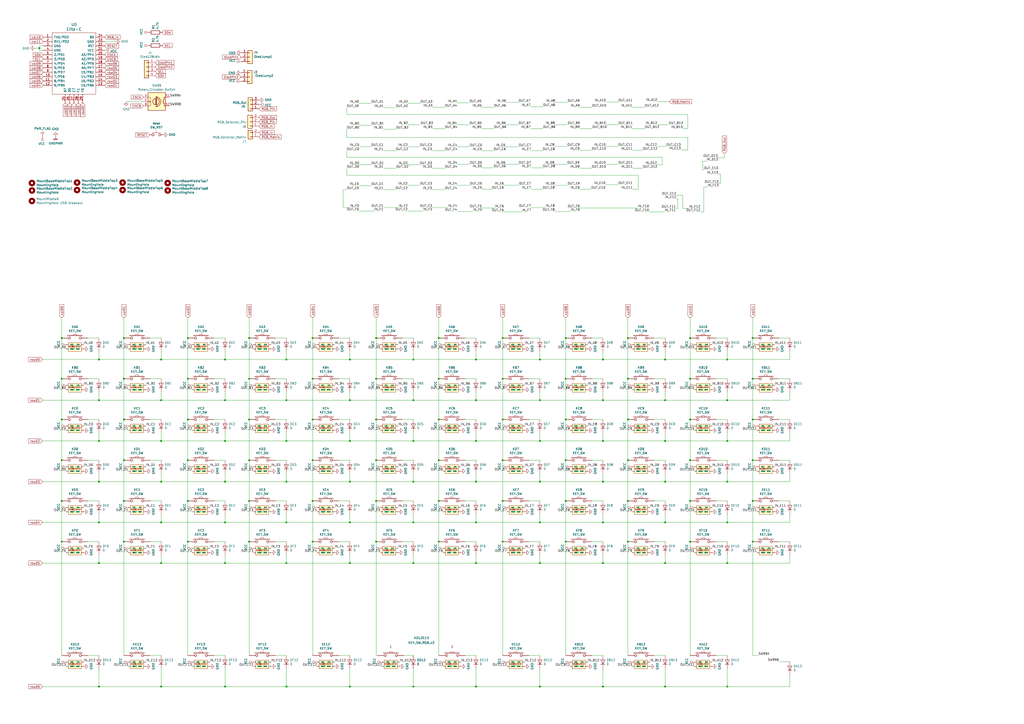
<source format=kicad_sch>
(kicad_sch (version 20211123) (generator eeschema)
  (paper "A2")
  (lib_symbols
    (symbol "KEY_SW_RGB_1" (pin_numbers hide) (pin_names (offset 1.016))
      (property "Reference" "KL" (at -3.81 2.794 0))
      (property "Value" "KEY_SW_RGB_1" (at -0.2032 -11.8364 0))
      (symbol "KEY_SW_RGB_1_0_1"
        (pin passive inverted (at -7.62 0 0) (length 5.08) (name "~") (number "1"))
        (pin passive inverted (at 7.62 0 180) (length 5.08) (name "~") (number "2"))
      )
      (symbol "KEY_SW_RGB_1_1_1"
        (text "SK6812mini" (at -0.0762 -4.953 0) (effects (font (size 0.7874 0.7874))))
        (pin power_in line (at -5.08 -3.81 0) (length 1.27) (name "VCC") (number "3"))
        (pin output line (at -5.08 -6.35 0) (length 1.27) (name "DOUT") (number "4"))
        (pin power_in line (at 5.08 -6.35 180) (length 1.27) (name "GND") (number "5"))
        (pin input line (at 5.08 -3.81 180) (length 1.27) (name "DIN") (number "6"))
      )
    )
    (symbol "KEY_SW_RGB_10" (pin_numbers hide) (pin_names (offset 1.016))
      (property "Reference" "KL" (at -3.81 2.794 0))
      (property "Value" "KEY_SW_RGB_10" (at -0.2032 -11.8364 0))
      (symbol "KEY_SW_RGB_10_0_1"
        (pin passive inverted (at -7.62 0 0) (length 5.08) (name "~") (number "1"))
        (pin passive inverted (at 7.62 0 180) (length 5.08) (name "~") (number "2"))
      )
      (symbol "KEY_SW_RGB_10_1_1"
        (text "SK6812mini" (at -0.0762 -4.953 0) (effects (font (size 0.7874 0.7874))))
        (pin power_in line (at -5.08 -3.81 0) (length 1.27) (name "VCC") (number "3"))
        (pin output line (at -5.08 -6.35 0) (length 1.27) (name "DOUT") (number "4"))
        (pin power_in line (at 5.08 -6.35 180) (length 1.27) (name "GND") (number "5"))
        (pin input line (at 5.08 -3.81 180) (length 1.27) (name "DIN") (number "6"))
      )
    )
    (symbol "KEY_SW_RGB_11" (pin_numbers hide) (pin_names (offset 1.016))
      (property "Reference" "KL" (at -3.81 2.794 0))
      (property "Value" "KEY_SW_RGB_11" (at -0.2032 -11.8364 0))
      (symbol "KEY_SW_RGB_11_0_1"
        (pin passive inverted (at -7.62 0 0) (length 5.08) (name "~") (number "1"))
        (pin passive inverted (at 7.62 0 180) (length 5.08) (name "~") (number "2"))
      )
      (symbol "KEY_SW_RGB_11_1_1"
        (text "SK6812mini" (at -0.0762 -4.953 0) (effects (font (size 0.7874 0.7874))))
        (pin power_in line (at -5.08 -3.81 0) (length 1.27) (name "VCC") (number "3"))
        (pin output line (at -5.08 -6.35 0) (length 1.27) (name "DOUT") (number "4"))
        (pin power_in line (at 5.08 -6.35 180) (length 1.27) (name "GND") (number "5"))
        (pin input line (at 5.08 -3.81 180) (length 1.27) (name "DIN") (number "6"))
      )
    )
    (symbol "KEY_SW_RGB_12" (pin_numbers hide) (pin_names (offset 1.016))
      (property "Reference" "KL" (at -3.81 2.794 0))
      (property "Value" "KEY_SW_RGB_12" (at -0.2032 -11.8364 0))
      (symbol "KEY_SW_RGB_12_0_1"
        (pin passive inverted (at -7.62 0 0) (length 5.08) (name "~") (number "1"))
        (pin passive inverted (at 7.62 0 180) (length 5.08) (name "~") (number "2"))
      )
      (symbol "KEY_SW_RGB_12_1_1"
        (text "SK6812mini" (at -0.0762 -4.953 0) (effects (font (size 0.7874 0.7874))))
        (pin power_in line (at -5.08 -3.81 0) (length 1.27) (name "VCC") (number "3"))
        (pin output line (at -5.08 -6.35 0) (length 1.27) (name "DOUT") (number "4"))
        (pin power_in line (at 5.08 -6.35 180) (length 1.27) (name "GND") (number "5"))
        (pin input line (at 5.08 -3.81 180) (length 1.27) (name "DIN") (number "6"))
      )
    )
    (symbol "KEY_SW_RGB_13" (pin_numbers hide) (pin_names (offset 1.016))
      (property "Reference" "KL" (at -3.81 2.794 0))
      (property "Value" "KEY_SW_RGB_13" (at -0.2032 -11.8364 0))
      (symbol "KEY_SW_RGB_13_0_1"
        (pin passive inverted (at -7.62 0 0) (length 5.08) (name "~") (number "1"))
        (pin passive inverted (at 7.62 0 180) (length 5.08) (name "~") (number "2"))
      )
      (symbol "KEY_SW_RGB_13_1_1"
        (text "SK6812mini" (at -0.0762 -4.953 0) (effects (font (size 0.7874 0.7874))))
        (pin power_in line (at -5.08 -3.81 0) (length 1.27) (name "VCC") (number "3"))
        (pin output line (at -5.08 -6.35 0) (length 1.27) (name "DOUT") (number "4"))
        (pin power_in line (at 5.08 -6.35 180) (length 1.27) (name "GND") (number "5"))
        (pin input line (at 5.08 -3.81 180) (length 1.27) (name "DIN") (number "6"))
      )
    )
    (symbol "KEY_SW_RGB_14" (pin_numbers hide) (pin_names (offset 1.016))
      (property "Reference" "KL" (at -3.81 2.794 0))
      (property "Value" "KEY_SW_RGB_14" (at -0.2032 -11.8364 0))
      (symbol "KEY_SW_RGB_14_0_1"
        (pin passive inverted (at -7.62 0 0) (length 5.08) (name "~") (number "1"))
        (pin passive inverted (at 7.62 0 180) (length 5.08) (name "~") (number "2"))
      )
      (symbol "KEY_SW_RGB_14_1_1"
        (text "SK6812mini" (at -0.0762 -4.953 0) (effects (font (size 0.7874 0.7874))))
        (pin power_in line (at -5.08 -3.81 0) (length 1.27) (name "VCC") (number "3"))
        (pin output line (at -5.08 -6.35 0) (length 1.27) (name "DOUT") (number "4"))
        (pin power_in line (at 5.08 -6.35 180) (length 1.27) (name "GND") (number "5"))
        (pin input line (at 5.08 -3.81 180) (length 1.27) (name "DIN") (number "6"))
      )
    )
    (symbol "KEY_SW_RGB_15" (pin_numbers hide) (pin_names (offset 1.016))
      (property "Reference" "KL" (at -3.81 2.794 0))
      (property "Value" "KEY_SW_RGB_15" (at -0.2032 -11.8364 0))
      (symbol "KEY_SW_RGB_15_0_1"
        (pin passive inverted (at -7.62 0 0) (length 5.08) (name "~") (number "1"))
        (pin passive inverted (at 7.62 0 180) (length 5.08) (name "~") (number "2"))
      )
      (symbol "KEY_SW_RGB_15_1_1"
        (text "SK6812mini" (at -0.0762 -4.953 0) (effects (font (size 0.7874 0.7874))))
        (pin power_in line (at -5.08 -3.81 0) (length 1.27) (name "VCC") (number "3"))
        (pin output line (at -5.08 -6.35 0) (length 1.27) (name "DOUT") (number "4"))
        (pin power_in line (at 5.08 -6.35 180) (length 1.27) (name "GND") (number "5"))
        (pin input line (at 5.08 -3.81 180) (length 1.27) (name "DIN") (number "6"))
      )
    )
    (symbol "KEY_SW_RGB_16" (pin_numbers hide) (pin_names (offset 1.016))
      (property "Reference" "KL" (at -3.81 2.794 0))
      (property "Value" "KEY_SW_RGB_16" (at -0.2032 -11.8364 0))
      (symbol "KEY_SW_RGB_16_0_1"
        (pin passive inverted (at -7.62 0 0) (length 5.08) (name "~") (number "1"))
        (pin passive inverted (at 7.62 0 180) (length 5.08) (name "~") (number "2"))
      )
      (symbol "KEY_SW_RGB_16_1_1"
        (text "SK6812mini" (at -0.0762 -4.953 0) (effects (font (size 0.7874 0.7874))))
        (pin power_in line (at -5.08 -3.81 0) (length 1.27) (name "VCC") (number "3"))
        (pin output line (at -5.08 -6.35 0) (length 1.27) (name "DOUT") (number "4"))
        (pin power_in line (at 5.08 -6.35 180) (length 1.27) (name "GND") (number "5"))
        (pin input line (at 5.08 -3.81 180) (length 1.27) (name "DIN") (number "6"))
      )
    )
    (symbol "KEY_SW_RGB_17" (pin_numbers hide) (pin_names (offset 1.016))
      (property "Reference" "KL" (at -3.81 2.794 0))
      (property "Value" "KEY_SW_RGB_17" (at -0.2032 -11.8364 0))
      (symbol "KEY_SW_RGB_17_0_1"
        (pin passive inverted (at -7.62 0 0) (length 5.08) (name "~") (number "1"))
        (pin passive inverted (at 7.62 0 180) (length 5.08) (name "~") (number "2"))
      )
      (symbol "KEY_SW_RGB_17_1_1"
        (text "SK6812mini" (at -0.0762 -4.953 0) (effects (font (size 0.7874 0.7874))))
        (pin power_in line (at -5.08 -3.81 0) (length 1.27) (name "VCC") (number "3"))
        (pin output line (at -5.08 -6.35 0) (length 1.27) (name "DOUT") (number "4"))
        (pin power_in line (at 5.08 -6.35 180) (length 1.27) (name "GND") (number "5"))
        (pin input line (at 5.08 -3.81 180) (length 1.27) (name "DIN") (number "6"))
      )
    )
    (symbol "KEY_SW_RGB_18" (pin_numbers hide) (pin_names (offset 1.016))
      (property "Reference" "KL" (at -3.81 2.794 0))
      (property "Value" "KEY_SW_RGB_18" (at -0.2032 -11.8364 0))
      (symbol "KEY_SW_RGB_18_0_1"
        (pin passive inverted (at -7.62 0 0) (length 5.08) (name "~") (number "1"))
        (pin passive inverted (at 7.62 0 180) (length 5.08) (name "~") (number "2"))
      )
      (symbol "KEY_SW_RGB_18_1_1"
        (text "SK6812mini" (at -0.0762 -4.953 0) (effects (font (size 0.7874 0.7874))))
        (pin power_in line (at -5.08 -3.81 0) (length 1.27) (name "VCC") (number "3"))
        (pin output line (at -5.08 -6.35 0) (length 1.27) (name "DOUT") (number "4"))
        (pin power_in line (at 5.08 -6.35 180) (length 1.27) (name "GND") (number "5"))
        (pin input line (at 5.08 -3.81 180) (length 1.27) (name "DIN") (number "6"))
      )
    )
    (symbol "KEY_SW_RGB_19" (pin_numbers hide) (pin_names (offset 1.016))
      (property "Reference" "KL" (at -3.81 2.794 0))
      (property "Value" "KEY_SW_RGB_19" (at -0.2032 -11.8364 0))
      (symbol "KEY_SW_RGB_19_0_1"
        (pin passive inverted (at -7.62 0 0) (length 5.08) (name "~") (number "1"))
        (pin passive inverted (at 7.62 0 180) (length 5.08) (name "~") (number "2"))
      )
      (symbol "KEY_SW_RGB_19_1_1"
        (text "SK6812mini" (at -0.0762 -4.953 0) (effects (font (size 0.7874 0.7874))))
        (pin power_in line (at -5.08 -3.81 0) (length 1.27) (name "VCC") (number "3"))
        (pin output line (at -5.08 -6.35 0) (length 1.27) (name "DOUT") (number "4"))
        (pin power_in line (at 5.08 -6.35 180) (length 1.27) (name "GND") (number "5"))
        (pin input line (at 5.08 -3.81 180) (length 1.27) (name "DIN") (number "6"))
      )
    )
    (symbol "KEY_SW_RGB_2" (pin_numbers hide) (pin_names (offset 1.016))
      (property "Reference" "KL" (at -3.81 2.794 0))
      (property "Value" "KEY_SW_RGB_2" (at -0.2032 -11.8364 0))
      (symbol "KEY_SW_RGB_2_0_1"
        (pin passive inverted (at -7.62 0 0) (length 5.08) (name "~") (number "1"))
        (pin passive inverted (at 7.62 0 180) (length 5.08) (name "~") (number "2"))
      )
      (symbol "KEY_SW_RGB_2_1_1"
        (text "SK6812mini" (at -0.0762 -4.953 0) (effects (font (size 0.7874 0.7874))))
        (pin power_in line (at -5.08 -3.81 0) (length 1.27) (name "VCC") (number "3"))
        (pin output line (at -5.08 -6.35 0) (length 1.27) (name "DOUT") (number "4"))
        (pin power_in line (at 5.08 -6.35 180) (length 1.27) (name "GND") (number "5"))
        (pin input line (at 5.08 -3.81 180) (length 1.27) (name "DIN") (number "6"))
      )
    )
    (symbol "KEY_SW_RGB_20" (pin_numbers hide) (pin_names (offset 1.016))
      (property "Reference" "KL" (at -3.81 2.794 0))
      (property "Value" "KEY_SW_RGB_20" (at -0.2032 -11.8364 0))
      (symbol "KEY_SW_RGB_20_0_1"
        (pin passive inverted (at -7.62 0 0) (length 5.08) (name "~") (number "1"))
        (pin passive inverted (at 7.62 0 180) (length 5.08) (name "~") (number "2"))
      )
      (symbol "KEY_SW_RGB_20_1_1"
        (text "SK6812mini" (at -0.0762 -4.953 0) (effects (font (size 0.7874 0.7874))))
        (pin power_in line (at -5.08 -3.81 0) (length 1.27) (name "VCC") (number "3"))
        (pin output line (at -5.08 -6.35 0) (length 1.27) (name "DOUT") (number "4"))
        (pin power_in line (at 5.08 -6.35 180) (length 1.27) (name "GND") (number "5"))
        (pin input line (at 5.08 -3.81 180) (length 1.27) (name "DIN") (number "6"))
      )
    )
    (symbol "KEY_SW_RGB_21" (pin_numbers hide) (pin_names (offset 1.016))
      (property "Reference" "KL" (at -3.81 2.794 0))
      (property "Value" "KEY_SW_RGB_21" (at -0.2032 -11.8364 0))
      (symbol "KEY_SW_RGB_21_0_1"
        (pin passive inverted (at -7.62 0 0) (length 5.08) (name "~") (number "1"))
        (pin passive inverted (at 7.62 0 180) (length 5.08) (name "~") (number "2"))
      )
      (symbol "KEY_SW_RGB_21_1_1"
        (text "SK6812mini" (at -0.0762 -4.953 0) (effects (font (size 0.7874 0.7874))))
        (pin power_in line (at -5.08 -3.81 0) (length 1.27) (name "VCC") (number "3"))
        (pin output line (at -5.08 -6.35 0) (length 1.27) (name "DOUT") (number "4"))
        (pin power_in line (at 5.08 -6.35 180) (length 1.27) (name "GND") (number "5"))
        (pin input line (at 5.08 -3.81 180) (length 1.27) (name "DIN") (number "6"))
      )
    )
    (symbol "KEY_SW_RGB_22" (pin_numbers hide) (pin_names (offset 1.016))
      (property "Reference" "KL" (at -3.81 2.794 0))
      (property "Value" "KEY_SW_RGB_22" (at -0.2032 -11.8364 0))
      (symbol "KEY_SW_RGB_22_0_1"
        (pin passive inverted (at -7.62 0 0) (length 5.08) (name "~") (number "1"))
        (pin passive inverted (at 7.62 0 180) (length 5.08) (name "~") (number "2"))
      )
      (symbol "KEY_SW_RGB_22_1_1"
        (text "SK6812mini" (at -0.0762 -4.953 0) (effects (font (size 0.7874 0.7874))))
        (pin power_in line (at -5.08 -3.81 0) (length 1.27) (name "VCC") (number "3"))
        (pin output line (at -5.08 -6.35 0) (length 1.27) (name "DOUT") (number "4"))
        (pin power_in line (at 5.08 -6.35 180) (length 1.27) (name "GND") (number "5"))
        (pin input line (at 5.08 -3.81 180) (length 1.27) (name "DIN") (number "6"))
      )
    )
    (symbol "KEY_SW_RGB_23" (pin_numbers hide) (pin_names (offset 1.016))
      (property "Reference" "KL" (at -3.81 2.794 0))
      (property "Value" "KEY_SW_RGB_23" (at -0.2032 -11.8364 0))
      (symbol "KEY_SW_RGB_23_0_1"
        (pin passive inverted (at -7.62 0 0) (length 5.08) (name "~") (number "1"))
        (pin passive inverted (at 7.62 0 180) (length 5.08) (name "~") (number "2"))
      )
      (symbol "KEY_SW_RGB_23_1_1"
        (text "SK6812mini" (at -0.0762 -4.953 0) (effects (font (size 0.7874 0.7874))))
        (pin power_in line (at -5.08 -3.81 0) (length 1.27) (name "VCC") (number "3"))
        (pin output line (at -5.08 -6.35 0) (length 1.27) (name "DOUT") (number "4"))
        (pin power_in line (at 5.08 -6.35 180) (length 1.27) (name "GND") (number "5"))
        (pin input line (at 5.08 -3.81 180) (length 1.27) (name "DIN") (number "6"))
      )
    )
    (symbol "KEY_SW_RGB_24" (pin_numbers hide) (pin_names (offset 1.016))
      (property "Reference" "KL" (at -3.81 2.794 0))
      (property "Value" "KEY_SW_RGB_24" (at -0.2032 -11.8364 0))
      (symbol "KEY_SW_RGB_24_0_1"
        (pin passive inverted (at -7.62 0 0) (length 5.08) (name "~") (number "1"))
        (pin passive inverted (at 7.62 0 180) (length 5.08) (name "~") (number "2"))
      )
      (symbol "KEY_SW_RGB_24_1_1"
        (text "SK6812mini" (at -0.0762 -4.953 0) (effects (font (size 0.7874 0.7874))))
        (pin power_in line (at -5.08 -3.81 0) (length 1.27) (name "VCC") (number "3"))
        (pin output line (at -5.08 -6.35 0) (length 1.27) (name "DOUT") (number "4"))
        (pin power_in line (at 5.08 -6.35 180) (length 1.27) (name "GND") (number "5"))
        (pin input line (at 5.08 -3.81 180) (length 1.27) (name "DIN") (number "6"))
      )
    )
    (symbol "KEY_SW_RGB_25" (pin_numbers hide) (pin_names (offset 1.016))
      (property "Reference" "KL" (at -3.81 2.794 0))
      (property "Value" "KEY_SW_RGB_25" (at -0.2032 -11.8364 0))
      (symbol "KEY_SW_RGB_25_0_1"
        (pin passive inverted (at -7.62 0 0) (length 5.08) (name "~") (number "1"))
        (pin passive inverted (at 7.62 0 180) (length 5.08) (name "~") (number "2"))
      )
      (symbol "KEY_SW_RGB_25_1_1"
        (text "SK6812mini" (at -0.0762 -4.953 0) (effects (font (size 0.7874 0.7874))))
        (pin power_in line (at -5.08 -3.81 0) (length 1.27) (name "VCC") (number "3"))
        (pin output line (at -5.08 -6.35 0) (length 1.27) (name "DOUT") (number "4"))
        (pin power_in line (at 5.08 -6.35 180) (length 1.27) (name "GND") (number "5"))
        (pin input line (at 5.08 -3.81 180) (length 1.27) (name "DIN") (number "6"))
      )
    )
    (symbol "KEY_SW_RGB_26" (pin_numbers hide) (pin_names (offset 1.016))
      (property "Reference" "KL" (at -3.81 2.794 0))
      (property "Value" "KEY_SW_RGB_26" (at -0.2032 -11.8364 0))
      (symbol "KEY_SW_RGB_26_0_1"
        (pin passive inverted (at -7.62 0 0) (length 5.08) (name "~") (number "1"))
        (pin passive inverted (at 7.62 0 180) (length 5.08) (name "~") (number "2"))
      )
      (symbol "KEY_SW_RGB_26_1_1"
        (text "SK6812mini" (at -0.0762 -4.953 0) (effects (font (size 0.7874 0.7874))))
        (pin power_in line (at -5.08 -3.81 0) (length 1.27) (name "VCC") (number "3"))
        (pin output line (at -5.08 -6.35 0) (length 1.27) (name "DOUT") (number "4"))
        (pin power_in line (at 5.08 -6.35 180) (length 1.27) (name "GND") (number "5"))
        (pin input line (at 5.08 -3.81 180) (length 1.27) (name "DIN") (number "6"))
      )
    )
    (symbol "KEY_SW_RGB_27" (pin_numbers hide) (pin_names (offset 1.016))
      (property "Reference" "KL" (at -3.81 2.794 0))
      (property "Value" "KEY_SW_RGB_27" (at -0.2032 -11.8364 0))
      (symbol "KEY_SW_RGB_27_0_1"
        (pin passive inverted (at -7.62 0 0) (length 5.08) (name "~") (number "1"))
        (pin passive inverted (at 7.62 0 180) (length 5.08) (name "~") (number "2"))
      )
      (symbol "KEY_SW_RGB_27_1_1"
        (text "SK6812mini" (at -0.0762 -4.953 0) (effects (font (size 0.7874 0.7874))))
        (pin power_in line (at -5.08 -3.81 0) (length 1.27) (name "VCC") (number "3"))
        (pin output line (at -5.08 -6.35 0) (length 1.27) (name "DOUT") (number "4"))
        (pin power_in line (at 5.08 -6.35 180) (length 1.27) (name "GND") (number "5"))
        (pin input line (at 5.08 -3.81 180) (length 1.27) (name "DIN") (number "6"))
      )
    )
    (symbol "KEY_SW_RGB_28" (pin_numbers hide) (pin_names (offset 1.016))
      (property "Reference" "KL" (at -3.81 2.794 0))
      (property "Value" "KEY_SW_RGB_28" (at -0.2032 -11.8364 0))
      (symbol "KEY_SW_RGB_28_0_1"
        (pin passive inverted (at -7.62 0 0) (length 5.08) (name "~") (number "1"))
        (pin passive inverted (at 7.62 0 180) (length 5.08) (name "~") (number "2"))
      )
      (symbol "KEY_SW_RGB_28_1_1"
        (text "SK6812mini" (at -0.0762 -4.953 0) (effects (font (size 0.7874 0.7874))))
        (pin power_in line (at -5.08 -3.81 0) (length 1.27) (name "VCC") (number "3"))
        (pin output line (at -5.08 -6.35 0) (length 1.27) (name "DOUT") (number "4"))
        (pin power_in line (at 5.08 -6.35 180) (length 1.27) (name "GND") (number "5"))
        (pin input line (at 5.08 -3.81 180) (length 1.27) (name "DIN") (number "6"))
      )
    )
    (symbol "KEY_SW_RGB_29" (pin_numbers hide) (pin_names (offset 1.016))
      (property "Reference" "KL" (at -3.81 2.794 0))
      (property "Value" "KEY_SW_RGB_29" (at -0.2032 -11.8364 0))
      (symbol "KEY_SW_RGB_29_0_1"
        (pin passive inverted (at -7.62 0 0) (length 5.08) (name "~") (number "1"))
        (pin passive inverted (at 7.62 0 180) (length 5.08) (name "~") (number "2"))
      )
      (symbol "KEY_SW_RGB_29_1_1"
        (text "SK6812mini" (at -0.0762 -4.953 0) (effects (font (size 0.7874 0.7874))))
        (pin power_in line (at -5.08 -3.81 0) (length 1.27) (name "VCC") (number "3"))
        (pin output line (at -5.08 -6.35 0) (length 1.27) (name "DOUT") (number "4"))
        (pin power_in line (at 5.08 -6.35 180) (length 1.27) (name "GND") (number "5"))
        (pin input line (at 5.08 -3.81 180) (length 1.27) (name "DIN") (number "6"))
      )
    )
    (symbol "KEY_SW_RGB_3" (pin_numbers hide) (pin_names (offset 1.016))
      (property "Reference" "KL" (at -3.81 2.794 0))
      (property "Value" "KEY_SW_RGB_3" (at -0.2032 -11.8364 0))
      (symbol "KEY_SW_RGB_3_0_1"
        (pin passive inverted (at -7.62 0 0) (length 5.08) (name "~") (number "1"))
        (pin passive inverted (at 7.62 0 180) (length 5.08) (name "~") (number "2"))
      )
      (symbol "KEY_SW_RGB_3_1_1"
        (text "SK6812mini" (at -0.0762 -4.953 0) (effects (font (size 0.7874 0.7874))))
        (pin power_in line (at -5.08 -3.81 0) (length 1.27) (name "VCC") (number "3"))
        (pin output line (at -5.08 -6.35 0) (length 1.27) (name "DOUT") (number "4"))
        (pin power_in line (at 5.08 -6.35 180) (length 1.27) (name "GND") (number "5"))
        (pin input line (at 5.08 -3.81 180) (length 1.27) (name "DIN") (number "6"))
      )
    )
    (symbol "KEY_SW_RGB_30" (pin_numbers hide) (pin_names (offset 1.016))
      (property "Reference" "KL" (at -3.81 2.794 0))
      (property "Value" "KEY_SW_RGB_30" (at -0.2032 -11.8364 0))
      (symbol "KEY_SW_RGB_30_0_1"
        (pin passive inverted (at -7.62 0 0) (length 5.08) (name "~") (number "1"))
        (pin passive inverted (at 7.62 0 180) (length 5.08) (name "~") (number "2"))
      )
      (symbol "KEY_SW_RGB_30_1_1"
        (text "SK6812mini" (at -0.0762 -4.953 0) (effects (font (size 0.7874 0.7874))))
        (pin power_in line (at -5.08 -3.81 0) (length 1.27) (name "VCC") (number "3"))
        (pin output line (at -5.08 -6.35 0) (length 1.27) (name "DOUT") (number "4"))
        (pin power_in line (at 5.08 -6.35 180) (length 1.27) (name "GND") (number "5"))
        (pin input line (at 5.08 -3.81 180) (length 1.27) (name "DIN") (number "6"))
      )
    )
    (symbol "KEY_SW_RGB_31" (pin_numbers hide) (pin_names (offset 1.016))
      (property "Reference" "KL" (at -3.81 2.794 0))
      (property "Value" "KEY_SW_RGB_31" (at -0.2032 -11.8364 0))
      (symbol "KEY_SW_RGB_31_0_1"
        (pin passive inverted (at -7.62 0 0) (length 5.08) (name "~") (number "1"))
        (pin passive inverted (at 7.62 0 180) (length 5.08) (name "~") (number "2"))
      )
      (symbol "KEY_SW_RGB_31_1_1"
        (text "SK6812mini" (at -0.0762 -4.953 0) (effects (font (size 0.7874 0.7874))))
        (pin power_in line (at -5.08 -3.81 0) (length 1.27) (name "VCC") (number "3"))
        (pin output line (at -5.08 -6.35 0) (length 1.27) (name "DOUT") (number "4"))
        (pin power_in line (at 5.08 -6.35 180) (length 1.27) (name "GND") (number "5"))
        (pin input line (at 5.08 -3.81 180) (length 1.27) (name "DIN") (number "6"))
      )
    )
    (symbol "KEY_SW_RGB_32" (pin_numbers hide) (pin_names (offset 1.016))
      (property "Reference" "KL" (at -3.81 2.794 0))
      (property "Value" "KEY_SW_RGB_32" (at -0.2032 -11.8364 0))
      (symbol "KEY_SW_RGB_32_0_1"
        (pin passive inverted (at -7.62 0 0) (length 5.08) (name "~") (number "1"))
        (pin passive inverted (at 7.62 0 180) (length 5.08) (name "~") (number "2"))
      )
      (symbol "KEY_SW_RGB_32_1_1"
        (text "SK6812mini" (at -0.0762 -4.953 0) (effects (font (size 0.7874 0.7874))))
        (pin power_in line (at -5.08 -3.81 0) (length 1.27) (name "VCC") (number "3"))
        (pin output line (at -5.08 -6.35 0) (length 1.27) (name "DOUT") (number "4"))
        (pin power_in line (at 5.08 -6.35 180) (length 1.27) (name "GND") (number "5"))
        (pin input line (at 5.08 -3.81 180) (length 1.27) (name "DIN") (number "6"))
      )
    )
    (symbol "KEY_SW_RGB_33" (pin_numbers hide) (pin_names (offset 1.016))
      (property "Reference" "KL" (at -3.81 2.794 0))
      (property "Value" "KEY_SW_RGB_33" (at -0.2032 -11.8364 0))
      (symbol "KEY_SW_RGB_33_0_1"
        (pin passive inverted (at -7.62 0 0) (length 5.08) (name "~") (number "1"))
        (pin passive inverted (at 7.62 0 180) (length 5.08) (name "~") (number "2"))
      )
      (symbol "KEY_SW_RGB_33_1_1"
        (text "SK6812mini" (at -0.0762 -4.953 0) (effects (font (size 0.7874 0.7874))))
        (pin power_in line (at -5.08 -3.81 0) (length 1.27) (name "VCC") (number "3"))
        (pin output line (at -5.08 -6.35 0) (length 1.27) (name "DOUT") (number "4"))
        (pin power_in line (at 5.08 -6.35 180) (length 1.27) (name "GND") (number "5"))
        (pin input line (at 5.08 -3.81 180) (length 1.27) (name "DIN") (number "6"))
      )
    )
    (symbol "KEY_SW_RGB_34" (pin_numbers hide) (pin_names (offset 1.016))
      (property "Reference" "KL" (at -3.81 2.794 0))
      (property "Value" "KEY_SW_RGB_34" (at -0.2032 -11.8364 0))
      (symbol "KEY_SW_RGB_34_0_1"
        (pin passive inverted (at -7.62 0 0) (length 5.08) (name "~") (number "1"))
        (pin passive inverted (at 7.62 0 180) (length 5.08) (name "~") (number "2"))
      )
      (symbol "KEY_SW_RGB_34_1_1"
        (text "SK6812mini" (at -0.0762 -4.953 0) (effects (font (size 0.7874 0.7874))))
        (pin power_in line (at -5.08 -3.81 0) (length 1.27) (name "VCC") (number "3"))
        (pin output line (at -5.08 -6.35 0) (length 1.27) (name "DOUT") (number "4"))
        (pin power_in line (at 5.08 -6.35 180) (length 1.27) (name "GND") (number "5"))
        (pin input line (at 5.08 -3.81 180) (length 1.27) (name "DIN") (number "6"))
      )
    )
    (symbol "KEY_SW_RGB_35" (pin_numbers hide) (pin_names (offset 1.016))
      (property "Reference" "KL" (at -3.81 2.794 0))
      (property "Value" "KEY_SW_RGB_35" (at -0.2032 -11.8364 0))
      (symbol "KEY_SW_RGB_35_0_1"
        (pin passive inverted (at -7.62 0 0) (length 5.08) (name "~") (number "1"))
        (pin passive inverted (at 7.62 0 180) (length 5.08) (name "~") (number "2"))
      )
      (symbol "KEY_SW_RGB_35_1_1"
        (text "SK6812mini" (at -0.0762 -4.953 0) (effects (font (size 0.7874 0.7874))))
        (pin power_in line (at -5.08 -3.81 0) (length 1.27) (name "VCC") (number "3"))
        (pin output line (at -5.08 -6.35 0) (length 1.27) (name "DOUT") (number "4"))
        (pin power_in line (at 5.08 -6.35 180) (length 1.27) (name "GND") (number "5"))
        (pin input line (at 5.08 -3.81 180) (length 1.27) (name "DIN") (number "6"))
      )
    )
    (symbol "KEY_SW_RGB_36" (pin_numbers hide) (pin_names (offset 1.016))
      (property "Reference" "KL" (at -3.81 2.794 0))
      (property "Value" "KEY_SW_RGB_36" (at -0.2032 -11.8364 0))
      (symbol "KEY_SW_RGB_36_0_1"
        (pin passive inverted (at -7.62 0 0) (length 5.08) (name "~") (number "1"))
        (pin passive inverted (at 7.62 0 180) (length 5.08) (name "~") (number "2"))
      )
      (symbol "KEY_SW_RGB_36_1_1"
        (text "SK6812mini" (at -0.0762 -4.953 0) (effects (font (size 0.7874 0.7874))))
        (pin power_in line (at -5.08 -3.81 0) (length 1.27) (name "VCC") (number "3"))
        (pin output line (at -5.08 -6.35 0) (length 1.27) (name "DOUT") (number "4"))
        (pin power_in line (at 5.08 -6.35 180) (length 1.27) (name "GND") (number "5"))
        (pin input line (at 5.08 -3.81 180) (length 1.27) (name "DIN") (number "6"))
      )
    )
    (symbol "KEY_SW_RGB_37" (pin_numbers hide) (pin_names (offset 1.016))
      (property "Reference" "KL" (at -3.81 2.794 0))
      (property "Value" "KEY_SW_RGB_37" (at -0.2032 -11.8364 0))
      (symbol "KEY_SW_RGB_37_0_1"
        (pin passive inverted (at -7.62 0 0) (length 5.08) (name "~") (number "1"))
        (pin passive inverted (at 7.62 0 180) (length 5.08) (name "~") (number "2"))
      )
      (symbol "KEY_SW_RGB_37_1_1"
        (text "SK6812mini" (at -0.0762 -4.953 0) (effects (font (size 0.7874 0.7874))))
        (pin power_in line (at -5.08 -3.81 0) (length 1.27) (name "VCC") (number "3"))
        (pin output line (at -5.08 -6.35 0) (length 1.27) (name "DOUT") (number "4"))
        (pin power_in line (at 5.08 -6.35 180) (length 1.27) (name "GND") (number "5"))
        (pin input line (at 5.08 -3.81 180) (length 1.27) (name "DIN") (number "6"))
      )
    )
    (symbol "KEY_SW_RGB_38" (pin_numbers hide) (pin_names (offset 1.016))
      (property "Reference" "KL" (at -3.81 2.794 0))
      (property "Value" "KEY_SW_RGB_38" (at -0.2032 -11.8364 0))
      (symbol "KEY_SW_RGB_38_0_1"
        (pin passive inverted (at -7.62 0 0) (length 5.08) (name "~") (number "1"))
        (pin passive inverted (at 7.62 0 180) (length 5.08) (name "~") (number "2"))
      )
      (symbol "KEY_SW_RGB_38_1_1"
        (text "SK6812mini" (at -0.0762 -4.953 0) (effects (font (size 0.7874 0.7874))))
        (pin power_in line (at -5.08 -3.81 0) (length 1.27) (name "VCC") (number "3"))
        (pin output line (at -5.08 -6.35 0) (length 1.27) (name "DOUT") (number "4"))
        (pin power_in line (at 5.08 -6.35 180) (length 1.27) (name "GND") (number "5"))
        (pin input line (at 5.08 -3.81 180) (length 1.27) (name "DIN") (number "6"))
      )
    )
    (symbol "KEY_SW_RGB_39" (pin_numbers hide) (pin_names (offset 1.016))
      (property "Reference" "KL" (at -3.81 2.794 0))
      (property "Value" "KEY_SW_RGB_39" (at -0.2032 -11.8364 0))
      (symbol "KEY_SW_RGB_39_0_1"
        (pin passive inverted (at -7.62 0 0) (length 5.08) (name "~") (number "1"))
        (pin passive inverted (at 7.62 0 180) (length 5.08) (name "~") (number "2"))
      )
      (symbol "KEY_SW_RGB_39_1_1"
        (text "SK6812mini" (at -0.0762 -4.953 0) (effects (font (size 0.7874 0.7874))))
        (pin power_in line (at -5.08 -3.81 0) (length 1.27) (name "VCC") (number "3"))
        (pin output line (at -5.08 -6.35 0) (length 1.27) (name "DOUT") (number "4"))
        (pin power_in line (at 5.08 -6.35 180) (length 1.27) (name "GND") (number "5"))
        (pin input line (at 5.08 -3.81 180) (length 1.27) (name "DIN") (number "6"))
      )
    )
    (symbol "KEY_SW_RGB_4" (pin_numbers hide) (pin_names (offset 1.016))
      (property "Reference" "KL" (at -3.81 2.794 0))
      (property "Value" "KEY_SW_RGB_4" (at -0.2032 -11.8364 0))
      (symbol "KEY_SW_RGB_4_0_1"
        (pin passive inverted (at -7.62 0 0) (length 5.08) (name "~") (number "1"))
        (pin passive inverted (at 7.62 0 180) (length 5.08) (name "~") (number "2"))
      )
      (symbol "KEY_SW_RGB_4_1_1"
        (text "SK6812mini" (at -0.0762 -4.953 0) (effects (font (size 0.7874 0.7874))))
        (pin power_in line (at -5.08 -3.81 0) (length 1.27) (name "VCC") (number "3"))
        (pin output line (at -5.08 -6.35 0) (length 1.27) (name "DOUT") (number "4"))
        (pin power_in line (at 5.08 -6.35 180) (length 1.27) (name "GND") (number "5"))
        (pin input line (at 5.08 -3.81 180) (length 1.27) (name "DIN") (number "6"))
      )
    )
    (symbol "KEY_SW_RGB_40" (pin_numbers hide) (pin_names (offset 1.016))
      (property "Reference" "KL" (at -3.81 2.794 0))
      (property "Value" "KEY_SW_RGB_40" (at -0.2032 -11.8364 0))
      (symbol "KEY_SW_RGB_40_0_1"
        (pin passive inverted (at -7.62 0 0) (length 5.08) (name "~") (number "1"))
        (pin passive inverted (at 7.62 0 180) (length 5.08) (name "~") (number "2"))
      )
      (symbol "KEY_SW_RGB_40_1_1"
        (text "SK6812mini" (at -0.0762 -4.953 0) (effects (font (size 0.7874 0.7874))))
        (pin power_in line (at -5.08 -3.81 0) (length 1.27) (name "VCC") (number "3"))
        (pin output line (at -5.08 -6.35 0) (length 1.27) (name "DOUT") (number "4"))
        (pin power_in line (at 5.08 -6.35 180) (length 1.27) (name "GND") (number "5"))
        (pin input line (at 5.08 -3.81 180) (length 1.27) (name "DIN") (number "6"))
      )
    )
    (symbol "KEY_SW_RGB_41" (pin_numbers hide) (pin_names (offset 1.016))
      (property "Reference" "KL" (at -3.81 2.794 0))
      (property "Value" "KEY_SW_RGB_41" (at -0.2032 -11.8364 0))
      (symbol "KEY_SW_RGB_41_0_1"
        (pin passive inverted (at -7.62 0 0) (length 5.08) (name "~") (number "1"))
        (pin passive inverted (at 7.62 0 180) (length 5.08) (name "~") (number "2"))
      )
      (symbol "KEY_SW_RGB_41_1_1"
        (text "SK6812mini" (at -0.0762 -4.953 0) (effects (font (size 0.7874 0.7874))))
        (pin power_in line (at -5.08 -3.81 0) (length 1.27) (name "VCC") (number "3"))
        (pin output line (at -5.08 -6.35 0) (length 1.27) (name "DOUT") (number "4"))
        (pin power_in line (at 5.08 -6.35 180) (length 1.27) (name "GND") (number "5"))
        (pin input line (at 5.08 -3.81 180) (length 1.27) (name "DIN") (number "6"))
      )
    )
    (symbol "KEY_SW_RGB_42" (pin_numbers hide) (pin_names (offset 1.016))
      (property "Reference" "KL" (at -3.81 2.794 0))
      (property "Value" "KEY_SW_RGB_42" (at -0.2032 -11.8364 0))
      (symbol "KEY_SW_RGB_42_0_1"
        (pin passive inverted (at -7.62 0 0) (length 5.08) (name "~") (number "1"))
        (pin passive inverted (at 7.62 0 180) (length 5.08) (name "~") (number "2"))
      )
      (symbol "KEY_SW_RGB_42_1_1"
        (text "SK6812mini" (at -0.0762 -4.953 0) (effects (font (size 0.7874 0.7874))))
        (pin power_in line (at -5.08 -3.81 0) (length 1.27) (name "VCC") (number "3"))
        (pin output line (at -5.08 -6.35 0) (length 1.27) (name "DOUT") (number "4"))
        (pin power_in line (at 5.08 -6.35 180) (length 1.27) (name "GND") (number "5"))
        (pin input line (at 5.08 -3.81 180) (length 1.27) (name "DIN") (number "6"))
      )
    )
    (symbol "KEY_SW_RGB_43" (pin_numbers hide) (pin_names (offset 1.016))
      (property "Reference" "KL" (at -3.81 2.794 0))
      (property "Value" "KEY_SW_RGB_43" (at -0.2032 -11.8364 0))
      (symbol "KEY_SW_RGB_43_0_1"
        (pin passive inverted (at -7.62 0 0) (length 5.08) (name "~") (number "1"))
        (pin passive inverted (at 7.62 0 180) (length 5.08) (name "~") (number "2"))
      )
      (symbol "KEY_SW_RGB_43_1_1"
        (text "SK6812mini" (at -0.0762 -4.953 0) (effects (font (size 0.7874 0.7874))))
        (pin power_in line (at -5.08 -3.81 0) (length 1.27) (name "VCC") (number "3"))
        (pin output line (at -5.08 -6.35 0) (length 1.27) (name "DOUT") (number "4"))
        (pin power_in line (at 5.08 -6.35 180) (length 1.27) (name "GND") (number "5"))
        (pin input line (at 5.08 -3.81 180) (length 1.27) (name "DIN") (number "6"))
      )
    )
    (symbol "KEY_SW_RGB_44" (pin_numbers hide) (pin_names (offset 1.016))
      (property "Reference" "KL" (at -3.81 2.794 0))
      (property "Value" "KEY_SW_RGB_44" (at -0.2032 -11.8364 0))
      (symbol "KEY_SW_RGB_44_0_1"
        (pin passive inverted (at -7.62 0 0) (length 5.08) (name "~") (number "1"))
        (pin passive inverted (at 7.62 0 180) (length 5.08) (name "~") (number "2"))
      )
      (symbol "KEY_SW_RGB_44_1_1"
        (text "SK6812mini" (at -0.0762 -4.953 0) (effects (font (size 0.7874 0.7874))))
        (pin power_in line (at -5.08 -3.81 0) (length 1.27) (name "VCC") (number "3"))
        (pin output line (at -5.08 -6.35 0) (length 1.27) (name "DOUT") (number "4"))
        (pin power_in line (at 5.08 -6.35 180) (length 1.27) (name "GND") (number "5"))
        (pin input line (at 5.08 -3.81 180) (length 1.27) (name "DIN") (number "6"))
      )
    )
    (symbol "KEY_SW_RGB_45" (pin_numbers hide) (pin_names (offset 1.016))
      (property "Reference" "KL" (at -3.81 2.794 0))
      (property "Value" "KEY_SW_RGB_45" (at -0.2032 -11.8364 0))
      (symbol "KEY_SW_RGB_45_0_1"
        (pin passive inverted (at -7.62 0 0) (length 5.08) (name "~") (number "1"))
        (pin passive inverted (at 7.62 0 180) (length 5.08) (name "~") (number "2"))
      )
      (symbol "KEY_SW_RGB_45_1_1"
        (text "SK6812mini" (at -0.0762 -4.953 0) (effects (font (size 0.7874 0.7874))))
        (pin power_in line (at -5.08 -3.81 0) (length 1.27) (name "VCC") (number "3"))
        (pin output line (at -5.08 -6.35 0) (length 1.27) (name "DOUT") (number "4"))
        (pin power_in line (at 5.08 -6.35 180) (length 1.27) (name "GND") (number "5"))
        (pin input line (at 5.08 -3.81 180) (length 1.27) (name "DIN") (number "6"))
      )
    )
    (symbol "KEY_SW_RGB_46" (pin_numbers hide) (pin_names (offset 1.016))
      (property "Reference" "KL" (at -3.81 2.794 0))
      (property "Value" "KEY_SW_RGB_46" (at -0.2032 -11.8364 0))
      (symbol "KEY_SW_RGB_46_0_1"
        (pin passive inverted (at -7.62 0 0) (length 5.08) (name "~") (number "1"))
        (pin passive inverted (at 7.62 0 180) (length 5.08) (name "~") (number "2"))
      )
      (symbol "KEY_SW_RGB_46_1_1"
        (text "SK6812mini" (at -0.0762 -4.953 0) (effects (font (size 0.7874 0.7874))))
        (pin power_in line (at -5.08 -3.81 0) (length 1.27) (name "VCC") (number "3"))
        (pin output line (at -5.08 -6.35 0) (length 1.27) (name "DOUT") (number "4"))
        (pin power_in line (at 5.08 -6.35 180) (length 1.27) (name "GND") (number "5"))
        (pin input line (at 5.08 -3.81 180) (length 1.27) (name "DIN") (number "6"))
      )
    )
    (symbol "KEY_SW_RGB_47" (pin_numbers hide) (pin_names (offset 1.016))
      (property "Reference" "KL" (at -3.81 2.794 0))
      (property "Value" "KEY_SW_RGB_47" (at -0.2032 -11.8364 0))
      (symbol "KEY_SW_RGB_47_0_1"
        (pin passive inverted (at -7.62 0 0) (length 5.08) (name "~") (number "1"))
        (pin passive inverted (at 7.62 0 180) (length 5.08) (name "~") (number "2"))
      )
      (symbol "KEY_SW_RGB_47_1_1"
        (text "SK6812mini" (at -0.0762 -4.953 0) (effects (font (size 0.7874 0.7874))))
        (pin power_in line (at -5.08 -3.81 0) (length 1.27) (name "VCC") (number "3"))
        (pin output line (at -5.08 -6.35 0) (length 1.27) (name "DOUT") (number "4"))
        (pin power_in line (at 5.08 -6.35 180) (length 1.27) (name "GND") (number "5"))
        (pin input line (at 5.08 -3.81 180) (length 1.27) (name "DIN") (number "6"))
      )
    )
    (symbol "KEY_SW_RGB_48" (pin_numbers hide) (pin_names (offset 1.016))
      (property "Reference" "KL" (at -3.81 2.794 0))
      (property "Value" "KEY_SW_RGB_48" (at -0.2032 -11.8364 0))
      (symbol "KEY_SW_RGB_48_0_1"
        (pin passive inverted (at -7.62 0 0) (length 5.08) (name "~") (number "1"))
        (pin passive inverted (at 7.62 0 180) (length 5.08) (name "~") (number "2"))
      )
      (symbol "KEY_SW_RGB_48_1_1"
        (text "SK6812mini" (at -0.0762 -4.953 0) (effects (font (size 0.7874 0.7874))))
        (pin power_in line (at -5.08 -3.81 0) (length 1.27) (name "VCC") (number "3"))
        (pin output line (at -5.08 -6.35 0) (length 1.27) (name "DOUT") (number "4"))
        (pin power_in line (at 5.08 -6.35 180) (length 1.27) (name "GND") (number "5"))
        (pin input line (at 5.08 -3.81 180) (length 1.27) (name "DIN") (number "6"))
      )
    )
    (symbol "KEY_SW_RGB_49" (pin_numbers hide) (pin_names (offset 1.016))
      (property "Reference" "KL" (at -3.81 2.794 0))
      (property "Value" "KEY_SW_RGB_49" (at -0.2032 -11.8364 0))
      (symbol "KEY_SW_RGB_49_0_1"
        (pin passive inverted (at -7.62 0 0) (length 5.08) (name "~") (number "1"))
        (pin passive inverted (at 7.62 0 180) (length 5.08) (name "~") (number "2"))
      )
      (symbol "KEY_SW_RGB_49_1_1"
        (text "SK6812mini" (at -0.0762 -4.953 0) (effects (font (size 0.7874 0.7874))))
        (pin power_in line (at -5.08 -3.81 0) (length 1.27) (name "VCC") (number "3"))
        (pin output line (at -5.08 -6.35 0) (length 1.27) (name "DOUT") (number "4"))
        (pin power_in line (at 5.08 -6.35 180) (length 1.27) (name "GND") (number "5"))
        (pin input line (at 5.08 -3.81 180) (length 1.27) (name "DIN") (number "6"))
      )
    )
    (symbol "KEY_SW_RGB_5" (pin_numbers hide) (pin_names (offset 1.016))
      (property "Reference" "KL" (at -3.81 2.794 0))
      (property "Value" "KEY_SW_RGB_5" (at -0.2032 -11.8364 0))
      (symbol "KEY_SW_RGB_5_0_1"
        (pin passive inverted (at -7.62 0 0) (length 5.08) (name "~") (number "1"))
        (pin passive inverted (at 7.62 0 180) (length 5.08) (name "~") (number "2"))
      )
      (symbol "KEY_SW_RGB_5_1_1"
        (text "SK6812mini" (at -0.0762 -4.953 0) (effects (font (size 0.7874 0.7874))))
        (pin power_in line (at -5.08 -3.81 0) (length 1.27) (name "VCC") (number "3"))
        (pin output line (at -5.08 -6.35 0) (length 1.27) (name "DOUT") (number "4"))
        (pin power_in line (at 5.08 -6.35 180) (length 1.27) (name "GND") (number "5"))
        (pin input line (at 5.08 -3.81 180) (length 1.27) (name "DIN") (number "6"))
      )
    )
    (symbol "KEY_SW_RGB_50" (pin_numbers hide) (pin_names (offset 1.016))
      (property "Reference" "KL" (at -3.81 2.794 0))
      (property "Value" "KEY_SW_RGB_50" (at -0.2032 -11.8364 0))
      (symbol "KEY_SW_RGB_50_0_1"
        (pin passive inverted (at -7.62 0 0) (length 5.08) (name "~") (number "1"))
        (pin passive inverted (at 7.62 0 180) (length 5.08) (name "~") (number "2"))
      )
      (symbol "KEY_SW_RGB_50_1_1"
        (text "SK6812mini" (at -0.0762 -4.953 0) (effects (font (size 0.7874 0.7874))))
        (pin power_in line (at -5.08 -3.81 0) (length 1.27) (name "VCC") (number "3"))
        (pin output line (at -5.08 -6.35 0) (length 1.27) (name "DOUT") (number "4"))
        (pin power_in line (at 5.08 -6.35 180) (length 1.27) (name "GND") (number "5"))
        (pin input line (at 5.08 -3.81 180) (length 1.27) (name "DIN") (number "6"))
      )
    )
    (symbol "KEY_SW_RGB_51" (pin_numbers hide) (pin_names (offset 1.016))
      (property "Reference" "KL" (at -3.81 2.794 0))
      (property "Value" "KEY_SW_RGB_51" (at -0.2032 -11.8364 0))
      (symbol "KEY_SW_RGB_51_0_1"
        (pin passive inverted (at -7.62 0 0) (length 5.08) (name "~") (number "1"))
        (pin passive inverted (at 7.62 0 180) (length 5.08) (name "~") (number "2"))
      )
      (symbol "KEY_SW_RGB_51_1_1"
        (text "SK6812mini" (at -0.0762 -4.953 0) (effects (font (size 0.7874 0.7874))))
        (pin power_in line (at -5.08 -3.81 0) (length 1.27) (name "VCC") (number "3"))
        (pin output line (at -5.08 -6.35 0) (length 1.27) (name "DOUT") (number "4"))
        (pin power_in line (at 5.08 -6.35 180) (length 1.27) (name "GND") (number "5"))
        (pin input line (at 5.08 -3.81 180) (length 1.27) (name "DIN") (number "6"))
      )
    )
    (symbol "KEY_SW_RGB_52" (pin_numbers hide) (pin_names (offset 1.016))
      (property "Reference" "KL" (at -3.81 2.794 0))
      (property "Value" "KEY_SW_RGB_52" (at -0.2032 -11.8364 0))
      (symbol "KEY_SW_RGB_52_0_1"
        (pin passive inverted (at -7.62 0 0) (length 5.08) (name "~") (number "1"))
        (pin passive inverted (at 7.62 0 180) (length 5.08) (name "~") (number "2"))
      )
      (symbol "KEY_SW_RGB_52_1_1"
        (text "SK6812mini" (at -0.0762 -4.953 0) (effects (font (size 0.7874 0.7874))))
        (pin power_in line (at -5.08 -3.81 0) (length 1.27) (name "VCC") (number "3"))
        (pin output line (at -5.08 -6.35 0) (length 1.27) (name "DOUT") (number "4"))
        (pin power_in line (at 5.08 -6.35 180) (length 1.27) (name "GND") (number "5"))
        (pin input line (at 5.08 -3.81 180) (length 1.27) (name "DIN") (number "6"))
      )
    )
    (symbol "KEY_SW_RGB_53" (pin_numbers hide) (pin_names (offset 1.016))
      (property "Reference" "KL" (at -3.81 2.794 0))
      (property "Value" "KEY_SW_RGB_53" (at -0.2032 -11.8364 0))
      (symbol "KEY_SW_RGB_53_0_1"
        (pin passive inverted (at -7.62 0 0) (length 5.08) (name "~") (number "1"))
        (pin passive inverted (at 7.62 0 180) (length 5.08) (name "~") (number "2"))
      )
      (symbol "KEY_SW_RGB_53_1_1"
        (text "SK6812mini" (at -0.0762 -4.953 0) (effects (font (size 0.7874 0.7874))))
        (pin power_in line (at -5.08 -3.81 0) (length 1.27) (name "VCC") (number "3"))
        (pin output line (at -5.08 -6.35 0) (length 1.27) (name "DOUT") (number "4"))
        (pin power_in line (at 5.08 -6.35 180) (length 1.27) (name "GND") (number "5"))
        (pin input line (at 5.08 -3.81 180) (length 1.27) (name "DIN") (number "6"))
      )
    )
    (symbol "KEY_SW_RGB_54" (pin_numbers hide) (pin_names (offset 1.016))
      (property "Reference" "KL" (at -3.81 2.794 0))
      (property "Value" "KEY_SW_RGB_54" (at -0.2032 -11.8364 0))
      (symbol "KEY_SW_RGB_54_0_1"
        (pin passive inverted (at -7.62 0 0) (length 5.08) (name "~") (number "1"))
        (pin passive inverted (at 7.62 0 180) (length 5.08) (name "~") (number "2"))
      )
      (symbol "KEY_SW_RGB_54_1_1"
        (text "SK6812mini" (at -0.0762 -4.953 0) (effects (font (size 0.7874 0.7874))))
        (pin power_in line (at -5.08 -3.81 0) (length 1.27) (name "VCC") (number "3"))
        (pin output line (at -5.08 -6.35 0) (length 1.27) (name "DOUT") (number "4"))
        (pin power_in line (at 5.08 -6.35 180) (length 1.27) (name "GND") (number "5"))
        (pin input line (at 5.08 -3.81 180) (length 1.27) (name "DIN") (number "6"))
      )
    )
    (symbol "KEY_SW_RGB_55" (pin_numbers hide) (pin_names (offset 1.016))
      (property "Reference" "KL" (at -3.81 2.794 0))
      (property "Value" "KEY_SW_RGB_55" (at -0.2032 -11.8364 0))
      (symbol "KEY_SW_RGB_55_0_1"
        (pin passive inverted (at -7.62 0 0) (length 5.08) (name "~") (number "1"))
        (pin passive inverted (at 7.62 0 180) (length 5.08) (name "~") (number "2"))
      )
      (symbol "KEY_SW_RGB_55_1_1"
        (text "SK6812mini" (at -0.0762 -4.953 0) (effects (font (size 0.7874 0.7874))))
        (pin power_in line (at -5.08 -3.81 0) (length 1.27) (name "VCC") (number "3"))
        (pin output line (at -5.08 -6.35 0) (length 1.27) (name "DOUT") (number "4"))
        (pin power_in line (at 5.08 -6.35 180) (length 1.27) (name "GND") (number "5"))
        (pin input line (at 5.08 -3.81 180) (length 1.27) (name "DIN") (number "6"))
      )
    )
    (symbol "KEY_SW_RGB_56" (pin_numbers hide) (pin_names (offset 1.016))
      (property "Reference" "KL" (at -3.81 2.794 0))
      (property "Value" "KEY_SW_RGB_56" (at -0.2032 -11.8364 0))
      (symbol "KEY_SW_RGB_56_0_1"
        (pin passive inverted (at -7.62 0 0) (length 5.08) (name "~") (number "1"))
        (pin passive inverted (at 7.62 0 180) (length 5.08) (name "~") (number "2"))
      )
      (symbol "KEY_SW_RGB_56_1_1"
        (text "SK6812mini" (at -0.0762 -4.953 0) (effects (font (size 0.7874 0.7874))))
        (pin power_in line (at -5.08 -3.81 0) (length 1.27) (name "VCC") (number "3"))
        (pin output line (at -5.08 -6.35 0) (length 1.27) (name "DOUT") (number "4"))
        (pin power_in line (at 5.08 -6.35 180) (length 1.27) (name "GND") (number "5"))
        (pin input line (at 5.08 -3.81 180) (length 1.27) (name "DIN") (number "6"))
      )
    )
    (symbol "KEY_SW_RGB_57" (pin_numbers hide) (pin_names (offset 1.016))
      (property "Reference" "KL" (at -3.81 2.794 0))
      (property "Value" "KEY_SW_RGB_57" (at -0.2032 -11.8364 0))
      (symbol "KEY_SW_RGB_57_0_1"
        (pin passive inverted (at -7.62 0 0) (length 5.08) (name "~") (number "1"))
        (pin passive inverted (at 7.62 0 180) (length 5.08) (name "~") (number "2"))
      )
      (symbol "KEY_SW_RGB_57_1_1"
        (text "SK6812mini" (at -0.0762 -4.953 0) (effects (font (size 0.7874 0.7874))))
        (pin power_in line (at -5.08 -3.81 0) (length 1.27) (name "VCC") (number "3"))
        (pin output line (at -5.08 -6.35 0) (length 1.27) (name "DOUT") (number "4"))
        (pin power_in line (at 5.08 -6.35 180) (length 1.27) (name "GND") (number "5"))
        (pin input line (at 5.08 -3.81 180) (length 1.27) (name "DIN") (number "6"))
      )
    )
    (symbol "KEY_SW_RGB_59" (pin_numbers hide) (pin_names (offset 1.016))
      (property "Reference" "KL" (at -3.81 2.794 0))
      (property "Value" "KEY_SW_RGB_59" (at -0.2032 -11.8364 0))
      (symbol "KEY_SW_RGB_59_0_1"
        (pin passive inverted (at -7.62 0 0) (length 5.08) (name "~") (number "1"))
        (pin passive inverted (at 7.62 0 180) (length 5.08) (name "~") (number "2"))
      )
      (symbol "KEY_SW_RGB_59_1_1"
        (text "SK6812mini" (at -0.0762 -4.953 0) (effects (font (size 0.7874 0.7874))))
        (pin power_in line (at -5.08 -3.81 0) (length 1.27) (name "VCC") (number "3"))
        (pin output line (at -5.08 -6.35 0) (length 1.27) (name "DOUT") (number "4"))
        (pin power_in line (at 5.08 -6.35 180) (length 1.27) (name "GND") (number "5"))
        (pin input line (at 5.08 -3.81 180) (length 1.27) (name "DIN") (number "6"))
      )
    )
    (symbol "KEY_SW_RGB_6" (pin_numbers hide) (pin_names (offset 1.016))
      (property "Reference" "KL" (at -3.81 2.794 0))
      (property "Value" "KEY_SW_RGB_6" (at -0.2032 -11.8364 0))
      (symbol "KEY_SW_RGB_6_0_1"
        (pin passive inverted (at -7.62 0 0) (length 5.08) (name "~") (number "1"))
        (pin passive inverted (at 7.62 0 180) (length 5.08) (name "~") (number "2"))
      )
      (symbol "KEY_SW_RGB_6_1_1"
        (text "SK6812mini" (at -0.0762 -4.953 0) (effects (font (size 0.7874 0.7874))))
        (pin power_in line (at -5.08 -3.81 0) (length 1.27) (name "VCC") (number "3"))
        (pin output line (at -5.08 -6.35 0) (length 1.27) (name "DOUT") (number "4"))
        (pin power_in line (at 5.08 -6.35 180) (length 1.27) (name "GND") (number "5"))
        (pin input line (at 5.08 -3.81 180) (length 1.27) (name "DIN") (number "6"))
      )
    )
    (symbol "KEY_SW_RGB_60" (pin_numbers hide) (pin_names (offset 1.016))
      (property "Reference" "KL" (at -3.81 2.794 0))
      (property "Value" "KEY_SW_RGB_60" (at -0.2032 -11.8364 0))
      (symbol "KEY_SW_RGB_60_0_1"
        (pin passive inverted (at -7.62 0 0) (length 5.08) (name "~") (number "1"))
        (pin passive inverted (at 7.62 0 180) (length 5.08) (name "~") (number "2"))
      )
      (symbol "KEY_SW_RGB_60_1_1"
        (text "SK6812mini" (at -0.0762 -4.953 0) (effects (font (size 0.7874 0.7874))))
        (pin power_in line (at -5.08 -3.81 0) (length 1.27) (name "VCC") (number "3"))
        (pin output line (at -5.08 -6.35 0) (length 1.27) (name "DOUT") (number "4"))
        (pin power_in line (at 5.08 -6.35 180) (length 1.27) (name "GND") (number "5"))
        (pin input line (at 5.08 -3.81 180) (length 1.27) (name "DIN") (number "6"))
      )
    )
    (symbol "KEY_SW_RGB_61" (pin_numbers hide) (pin_names (offset 1.016))
      (property "Reference" "KL" (at -3.81 2.794 0))
      (property "Value" "KEY_SW_RGB_61" (at -0.2032 -11.8364 0))
      (symbol "KEY_SW_RGB_61_0_1"
        (pin passive inverted (at -7.62 0 0) (length 5.08) (name "~") (number "1"))
        (pin passive inverted (at 7.62 0 180) (length 5.08) (name "~") (number "2"))
      )
      (symbol "KEY_SW_RGB_61_1_1"
        (text "SK6812mini" (at -0.0762 -4.953 0) (effects (font (size 0.7874 0.7874))))
        (pin power_in line (at -5.08 -3.81 0) (length 1.27) (name "VCC") (number "3"))
        (pin output line (at -5.08 -6.35 0) (length 1.27) (name "DOUT") (number "4"))
        (pin power_in line (at 5.08 -6.35 180) (length 1.27) (name "GND") (number "5"))
        (pin input line (at 5.08 -3.81 180) (length 1.27) (name "DIN") (number "6"))
      )
    )
    (symbol "KEY_SW_RGB_62" (pin_numbers hide) (pin_names (offset 1.016))
      (property "Reference" "KL" (at -3.81 2.794 0))
      (property "Value" "KEY_SW_RGB_62" (at -0.2032 -11.8364 0))
      (symbol "KEY_SW_RGB_62_0_1"
        (pin passive inverted (at -7.62 0 0) (length 5.08) (name "~") (number "1"))
        (pin passive inverted (at 7.62 0 180) (length 5.08) (name "~") (number "2"))
      )
      (symbol "KEY_SW_RGB_62_1_1"
        (text "SK6812mini" (at -0.0762 -4.953 0) (effects (font (size 0.7874 0.7874))))
        (pin power_in line (at -5.08 -3.81 0) (length 1.27) (name "VCC") (number "3"))
        (pin output line (at -5.08 -6.35 0) (length 1.27) (name "DOUT") (number "4"))
        (pin power_in line (at 5.08 -6.35 180) (length 1.27) (name "GND") (number "5"))
        (pin input line (at 5.08 -3.81 180) (length 1.27) (name "DIN") (number "6"))
      )
    )
    (symbol "KEY_SW_RGB_63" (pin_numbers hide) (pin_names (offset 1.016))
      (property "Reference" "KL" (at -3.81 2.794 0))
      (property "Value" "KEY_SW_RGB_63" (at -0.2032 -11.8364 0))
      (symbol "KEY_SW_RGB_63_0_1"
        (pin passive inverted (at -7.62 0 0) (length 5.08) (name "~") (number "1"))
        (pin passive inverted (at 7.62 0 180) (length 5.08) (name "~") (number "2"))
      )
      (symbol "KEY_SW_RGB_63_1_1"
        (text "SK6812mini" (at -0.0762 -4.953 0) (effects (font (size 0.7874 0.7874))))
        (pin power_in line (at -5.08 -3.81 0) (length 1.27) (name "VCC") (number "3"))
        (pin output line (at -5.08 -6.35 0) (length 1.27) (name "DOUT") (number "4"))
        (pin power_in line (at 5.08 -6.35 180) (length 1.27) (name "GND") (number "5"))
        (pin input line (at 5.08 -3.81 180) (length 1.27) (name "DIN") (number "6"))
      )
    )
    (symbol "KEY_SW_RGB_64" (pin_numbers hide) (pin_names (offset 1.016))
      (property "Reference" "KL" (at -3.81 2.794 0))
      (property "Value" "KEY_SW_RGB_64" (at -0.2032 -11.8364 0))
      (symbol "KEY_SW_RGB_64_0_1"
        (pin passive inverted (at -7.62 0 0) (length 5.08) (name "~") (number "1"))
        (pin passive inverted (at 7.62 0 180) (length 5.08) (name "~") (number "2"))
      )
      (symbol "KEY_SW_RGB_64_1_1"
        (text "SK6812mini" (at -0.0762 -4.953 0) (effects (font (size 0.7874 0.7874))))
        (pin power_in line (at -5.08 -3.81 0) (length 1.27) (name "VCC") (number "3"))
        (pin output line (at -5.08 -6.35 0) (length 1.27) (name "DOUT") (number "4"))
        (pin power_in line (at 5.08 -6.35 180) (length 1.27) (name "GND") (number "5"))
        (pin input line (at 5.08 -3.81 180) (length 1.27) (name "DIN") (number "6"))
      )
    )
    (symbol "KEY_SW_RGB_65" (pin_numbers hide) (pin_names (offset 1.016))
      (property "Reference" "KL" (at -3.81 2.794 0))
      (property "Value" "KEY_SW_RGB_65" (at -0.2032 -11.8364 0))
      (symbol "KEY_SW_RGB_65_0_1"
        (pin passive inverted (at -7.62 0 0) (length 5.08) (name "~") (number "1"))
        (pin passive inverted (at 7.62 0 180) (length 5.08) (name "~") (number "2"))
      )
      (symbol "KEY_SW_RGB_65_1_1"
        (text "SK6812mini" (at -0.0762 -4.953 0) (effects (font (size 0.7874 0.7874))))
        (pin power_in line (at -5.08 -3.81 0) (length 1.27) (name "VCC") (number "3"))
        (pin output line (at -5.08 -6.35 0) (length 1.27) (name "DOUT") (number "4"))
        (pin power_in line (at 5.08 -6.35 180) (length 1.27) (name "GND") (number "5"))
        (pin input line (at 5.08 -3.81 180) (length 1.27) (name "DIN") (number "6"))
      )
    )
    (symbol "KEY_SW_RGB_66" (pin_numbers hide) (pin_names (offset 1.016))
      (property "Reference" "KL" (at -3.81 2.794 0))
      (property "Value" "KEY_SW_RGB_66" (at -0.2032 -11.8364 0))
      (symbol "KEY_SW_RGB_66_0_1"
        (pin passive inverted (at -7.62 0 0) (length 5.08) (name "~") (number "1"))
        (pin passive inverted (at 7.62 0 180) (length 5.08) (name "~") (number "2"))
      )
      (symbol "KEY_SW_RGB_66_1_1"
        (text "SK6812mini" (at -0.0762 -4.953 0) (effects (font (size 0.7874 0.7874))))
        (pin power_in line (at -5.08 -3.81 0) (length 1.27) (name "VCC") (number "3"))
        (pin output line (at -5.08 -6.35 0) (length 1.27) (name "DOUT") (number "4"))
        (pin power_in line (at 5.08 -6.35 180) (length 1.27) (name "GND") (number "5"))
        (pin input line (at 5.08 -3.81 180) (length 1.27) (name "DIN") (number "6"))
      )
    )
    (symbol "KEY_SW_RGB_67" (pin_numbers hide) (pin_names (offset 1.016))
      (property "Reference" "KL" (at -3.81 2.794 0))
      (property "Value" "KEY_SW_RGB_67" (at -0.2032 -11.8364 0))
      (symbol "KEY_SW_RGB_67_0_1"
        (pin passive inverted (at -7.62 0 0) (length 5.08) (name "~") (number "1"))
        (pin passive inverted (at 7.62 0 180) (length 5.08) (name "~") (number "2"))
      )
      (symbol "KEY_SW_RGB_67_1_1"
        (text "SK6812mini" (at -0.0762 -4.953 0) (effects (font (size 0.7874 0.7874))))
        (pin power_in line (at -5.08 -3.81 0) (length 1.27) (name "VCC") (number "3"))
        (pin output line (at -5.08 -6.35 0) (length 1.27) (name "DOUT") (number "4"))
        (pin power_in line (at 5.08 -6.35 180) (length 1.27) (name "GND") (number "5"))
        (pin input line (at 5.08 -3.81 180) (length 1.27) (name "DIN") (number "6"))
      )
    )
    (symbol "KEY_SW_RGB_69" (pin_numbers hide) (pin_names (offset 1.016))
      (property "Reference" "KL" (at -3.81 2.794 0))
      (property "Value" "KEY_SW_RGB_69" (at -0.2032 -11.8364 0))
      (symbol "KEY_SW_RGB_69_0_1"
        (pin passive inverted (at -7.62 0 0) (length 5.08) (name "~") (number "1"))
        (pin passive inverted (at 7.62 0 180) (length 5.08) (name "~") (number "2"))
      )
      (symbol "KEY_SW_RGB_69_1_1"
        (text "SK6812mini" (at -0.0762 -4.953 0) (effects (font (size 0.7874 0.7874))))
        (pin power_in line (at -5.08 -3.81 0) (length 1.27) (name "VCC") (number "3"))
        (pin output line (at -5.08 -6.35 0) (length 1.27) (name "DOUT") (number "4"))
        (pin power_in line (at 5.08 -6.35 180) (length 1.27) (name "GND") (number "5"))
        (pin input line (at 5.08 -3.81 180) (length 1.27) (name "DIN") (number "6"))
      )
    )
    (symbol "KEY_SW_RGB_7" (pin_numbers hide) (pin_names (offset 1.016))
      (property "Reference" "KL" (at -3.81 2.794 0))
      (property "Value" "KEY_SW_RGB_7" (at -0.2032 -11.8364 0))
      (symbol "KEY_SW_RGB_7_0_1"
        (pin passive inverted (at -7.62 0 0) (length 5.08) (name "~") (number "1"))
        (pin passive inverted (at 7.62 0 180) (length 5.08) (name "~") (number "2"))
      )
      (symbol "KEY_SW_RGB_7_1_1"
        (text "SK6812mini" (at -0.0762 -4.953 0) (effects (font (size 0.7874 0.7874))))
        (pin power_in line (at -5.08 -3.81 0) (length 1.27) (name "VCC") (number "3"))
        (pin output line (at -5.08 -6.35 0) (length 1.27) (name "DOUT") (number "4"))
        (pin power_in line (at 5.08 -6.35 180) (length 1.27) (name "GND") (number "5"))
        (pin input line (at 5.08 -3.81 180) (length 1.27) (name "DIN") (number "6"))
      )
    )
    (symbol "KEY_SW_RGB_70" (pin_numbers hide) (pin_names (offset 1.016))
      (property "Reference" "KL" (at -3.81 2.794 0))
      (property "Value" "KEY_SW_RGB_70" (at -0.2032 -11.8364 0))
      (symbol "KEY_SW_RGB_70_0_1"
        (pin passive inverted (at -7.62 0 0) (length 5.08) (name "~") (number "1"))
        (pin passive inverted (at 7.62 0 180) (length 5.08) (name "~") (number "2"))
      )
      (symbol "KEY_SW_RGB_70_1_1"
        (text "SK6812mini" (at -0.0762 -4.953 0) (effects (font (size 0.7874 0.7874))))
        (pin power_in line (at -5.08 -3.81 0) (length 1.27) (name "VCC") (number "3"))
        (pin output line (at -5.08 -6.35 0) (length 1.27) (name "DOUT") (number "4"))
        (pin power_in line (at 5.08 -6.35 180) (length 1.27) (name "GND") (number "5"))
        (pin input line (at 5.08 -3.81 180) (length 1.27) (name "DIN") (number "6"))
      )
    )
    (symbol "KEY_SW_RGB_71" (pin_numbers hide) (pin_names (offset 1.016))
      (property "Reference" "KL" (at -3.81 2.794 0))
      (property "Value" "KEY_SW_RGB_71" (at -0.2032 -11.8364 0))
      (symbol "KEY_SW_RGB_71_0_1"
        (pin passive inverted (at -7.62 0 0) (length 5.08) (name "~") (number "1"))
        (pin passive inverted (at 7.62 0 180) (length 5.08) (name "~") (number "2"))
      )
      (symbol "KEY_SW_RGB_71_1_1"
        (text "SK6812mini" (at -0.0762 -4.953 0) (effects (font (size 0.7874 0.7874))))
        (pin power_in line (at -5.08 -3.81 0) (length 1.27) (name "VCC") (number "3"))
        (pin output line (at -5.08 -6.35 0) (length 1.27) (name "DOUT") (number "4"))
        (pin power_in line (at 5.08 -6.35 180) (length 1.27) (name "GND") (number "5"))
        (pin input line (at 5.08 -3.81 180) (length 1.27) (name "DIN") (number "6"))
      )
    )
    (symbol "KEY_SW_RGB_72" (pin_numbers hide) (pin_names (offset 1.016))
      (property "Reference" "KL" (at -3.81 2.794 0))
      (property "Value" "KEY_SW_RGB_72" (at -0.2032 -11.8364 0))
      (symbol "KEY_SW_RGB_72_0_1"
        (pin passive inverted (at -7.62 0 0) (length 5.08) (name "~") (number "1"))
        (pin passive inverted (at 7.62 0 180) (length 5.08) (name "~") (number "2"))
      )
      (symbol "KEY_SW_RGB_72_1_1"
        (text "SK6812mini" (at -0.0762 -4.953 0) (effects (font (size 0.7874 0.7874))))
        (pin power_in line (at -5.08 -3.81 0) (length 1.27) (name "VCC") (number "3"))
        (pin output line (at -5.08 -6.35 0) (length 1.27) (name "DOUT") (number "4"))
        (pin power_in line (at 5.08 -6.35 180) (length 1.27) (name "GND") (number "5"))
        (pin input line (at 5.08 -3.81 180) (length 1.27) (name "DIN") (number "6"))
      )
    )
    (symbol "KEY_SW_RGB_73" (pin_numbers hide) (pin_names (offset 1.016))
      (property "Reference" "KL" (at -3.81 2.794 0))
      (property "Value" "KEY_SW_RGB_73" (at -0.2032 -11.8364 0))
      (symbol "KEY_SW_RGB_73_0_1"
        (pin passive inverted (at -7.62 0 0) (length 5.08) (name "~") (number "1"))
        (pin passive inverted (at 7.62 0 180) (length 5.08) (name "~") (number "2"))
      )
      (symbol "KEY_SW_RGB_73_1_1"
        (text "SK6812mini" (at -0.0762 -4.953 0) (effects (font (size 0.7874 0.7874))))
        (pin power_in line (at -5.08 -3.81 0) (length 1.27) (name "VCC") (number "3"))
        (pin output line (at -5.08 -6.35 0) (length 1.27) (name "DOUT") (number "4"))
        (pin power_in line (at 5.08 -6.35 180) (length 1.27) (name "GND") (number "5"))
        (pin input line (at 5.08 -3.81 180) (length 1.27) (name "DIN") (number "6"))
      )
    )
    (symbol "KEY_SW_RGB_74" (pin_numbers hide) (pin_names (offset 1.016))
      (property "Reference" "KL" (at -3.81 2.794 0))
      (property "Value" "KEY_SW_RGB_74" (at -0.2032 -11.8364 0))
      (symbol "KEY_SW_RGB_74_0_1"
        (pin passive inverted (at -7.62 0 0) (length 5.08) (name "~") (number "1"))
        (pin passive inverted (at 7.62 0 180) (length 5.08) (name "~") (number "2"))
      )
      (symbol "KEY_SW_RGB_74_1_1"
        (text "SK6812mini" (at -0.0762 -4.953 0) (effects (font (size 0.7874 0.7874))))
        (pin power_in line (at -5.08 -3.81 0) (length 1.27) (name "VCC") (number "3"))
        (pin output line (at -5.08 -6.35 0) (length 1.27) (name "DOUT") (number "4"))
        (pin power_in line (at 5.08 -6.35 180) (length 1.27) (name "GND") (number "5"))
        (pin input line (at 5.08 -3.81 180) (length 1.27) (name "DIN") (number "6"))
      )
    )
    (symbol "KEY_SW_RGB_75" (pin_numbers hide) (pin_names (offset 1.016))
      (property "Reference" "KL" (at -3.81 2.794 0))
      (property "Value" "KEY_SW_RGB_75" (at -0.2032 -11.8364 0))
      (symbol "KEY_SW_RGB_75_0_1"
        (pin passive inverted (at -7.62 0 0) (length 5.08) (name "~") (number "1"))
        (pin passive inverted (at 7.62 0 180) (length 5.08) (name "~") (number "2"))
      )
      (symbol "KEY_SW_RGB_75_1_1"
        (text "SK6812mini" (at -0.0762 -4.953 0) (effects (font (size 0.7874 0.7874))))
        (pin power_in line (at -5.08 -3.81 0) (length 1.27) (name "VCC") (number "3"))
        (pin output line (at -5.08 -6.35 0) (length 1.27) (name "DOUT") (number "4"))
        (pin power_in line (at 5.08 -6.35 180) (length 1.27) (name "GND") (number "5"))
        (pin input line (at 5.08 -3.81 180) (length 1.27) (name "DIN") (number "6"))
      )
    )
    (symbol "KEY_SW_RGB_76" (pin_numbers hide) (pin_names (offset 1.016))
      (property "Reference" "KL" (at -3.81 2.794 0))
      (property "Value" "KEY_SW_RGB_76" (at -0.2032 -11.8364 0))
      (symbol "KEY_SW_RGB_76_0_1"
        (pin passive inverted (at -7.62 0 0) (length 5.08) (name "~") (number "1"))
        (pin passive inverted (at 7.62 0 180) (length 5.08) (name "~") (number "2"))
      )
      (symbol "KEY_SW_RGB_76_1_1"
        (text "SK6812mini" (at -0.0762 -4.953 0) (effects (font (size 0.7874 0.7874))))
        (pin power_in line (at -5.08 -3.81 0) (length 1.27) (name "VCC") (number "3"))
        (pin output line (at -5.08 -6.35 0) (length 1.27) (name "DOUT") (number "4"))
        (pin power_in line (at 5.08 -6.35 180) (length 1.27) (name "GND") (number "5"))
        (pin input line (at 5.08 -3.81 180) (length 1.27) (name "DIN") (number "6"))
      )
    )
    (symbol "KEY_SW_RGB_77" (pin_numbers hide) (pin_names (offset 1.016))
      (property "Reference" "KL" (at -3.81 2.794 0))
      (property "Value" "KEY_SW_RGB_77" (at -0.2032 -11.8364 0))
      (symbol "KEY_SW_RGB_77_0_1"
        (pin passive inverted (at -7.62 0 0) (length 5.08) (name "~") (number "1"))
        (pin passive inverted (at 7.62 0 180) (length 5.08) (name "~") (number "2"))
      )
      (symbol "KEY_SW_RGB_77_1_1"
        (text "SK6812mini" (at -0.0762 -4.953 0) (effects (font (size 0.7874 0.7874))))
        (pin power_in line (at -5.08 -3.81 0) (length 1.27) (name "VCC") (number "3"))
        (pin output line (at -5.08 -6.35 0) (length 1.27) (name "DOUT") (number "4"))
        (pin power_in line (at 5.08 -6.35 180) (length 1.27) (name "GND") (number "5"))
        (pin input line (at 5.08 -3.81 180) (length 1.27) (name "DIN") (number "6"))
      )
    )
    (symbol "KEY_SW_RGB_78" (pin_numbers hide) (pin_names (offset 1.016))
      (property "Reference" "KL" (at -3.81 2.794 0))
      (property "Value" "KEY_SW_RGB_78" (at -0.2032 -11.8364 0))
      (symbol "KEY_SW_RGB_78_0_1"
        (pin passive inverted (at -7.62 0 0) (length 5.08) (name "~") (number "1"))
        (pin passive inverted (at 7.62 0 180) (length 5.08) (name "~") (number "2"))
      )
      (symbol "KEY_SW_RGB_78_1_1"
        (text "SK6812mini" (at -0.0762 -4.953 0) (effects (font (size 0.7874 0.7874))))
        (pin power_in line (at -5.08 -3.81 0) (length 1.27) (name "VCC") (number "3"))
        (pin output line (at -5.08 -6.35 0) (length 1.27) (name "DOUT") (number "4"))
        (pin power_in line (at 5.08 -6.35 180) (length 1.27) (name "GND") (number "5"))
        (pin input line (at 5.08 -3.81 180) (length 1.27) (name "DIN") (number "6"))
      )
    )
    (symbol "KEY_SW_RGB_79" (pin_numbers hide) (pin_names (offset 1.016))
      (property "Reference" "KL" (at -3.81 2.794 0))
      (property "Value" "KEY_SW_RGB_79" (at -0.2032 -11.8364 0))
      (symbol "KEY_SW_RGB_79_0_1"
        (pin passive inverted (at -7.62 0 0) (length 5.08) (name "~") (number "1"))
        (pin passive inverted (at 7.62 0 180) (length 5.08) (name "~") (number "2"))
      )
      (symbol "KEY_SW_RGB_79_1_1"
        (text "SK6812mini" (at -0.0762 -4.953 0) (effects (font (size 0.7874 0.7874))))
        (pin power_in line (at -5.08 -3.81 0) (length 1.27) (name "VCC") (number "3"))
        (pin output line (at -5.08 -6.35 0) (length 1.27) (name "DOUT") (number "4"))
        (pin power_in line (at 5.08 -6.35 180) (length 1.27) (name "GND") (number "5"))
        (pin input line (at 5.08 -3.81 180) (length 1.27) (name "DIN") (number "6"))
      )
    )
    (symbol "KEY_SW_RGB_8" (pin_numbers hide) (pin_names (offset 1.016))
      (property "Reference" "KL" (at -3.81 2.794 0))
      (property "Value" "KEY_SW_RGB_8" (at -0.2032 -11.8364 0))
      (symbol "KEY_SW_RGB_8_0_1"
        (pin passive inverted (at -7.62 0 0) (length 5.08) (name "~") (number "1"))
        (pin passive inverted (at 7.62 0 180) (length 5.08) (name "~") (number "2"))
      )
      (symbol "KEY_SW_RGB_8_1_1"
        (text "SK6812mini" (at -0.0762 -4.953 0) (effects (font (size 0.7874 0.7874))))
        (pin power_in line (at -5.08 -3.81 0) (length 1.27) (name "VCC") (number "3"))
        (pin output line (at -5.08 -6.35 0) (length 1.27) (name "DOUT") (number "4"))
        (pin power_in line (at 5.08 -6.35 180) (length 1.27) (name "GND") (number "5"))
        (pin input line (at 5.08 -3.81 180) (length 1.27) (name "DIN") (number "6"))
      )
    )
    (symbol "KEY_SW_RGB_80" (pin_numbers hide) (pin_names (offset 1.016))
      (property "Reference" "KL" (at -3.81 2.794 0))
      (property "Value" "KEY_SW_RGB_80" (at -0.2032 -11.8364 0))
      (symbol "KEY_SW_RGB_80_0_1"
        (pin passive inverted (at -7.62 0 0) (length 5.08) (name "~") (number "1"))
        (pin passive inverted (at 7.62 0 180) (length 5.08) (name "~") (number "2"))
      )
      (symbol "KEY_SW_RGB_80_1_1"
        (text "SK6812mini" (at -0.0762 -4.953 0) (effects (font (size 0.7874 0.7874))))
        (pin power_in line (at -5.08 -3.81 0) (length 1.27) (name "VCC") (number "3"))
        (pin output line (at -5.08 -6.35 0) (length 1.27) (name "DOUT") (number "4"))
        (pin power_in line (at 5.08 -6.35 180) (length 1.27) (name "GND") (number "5"))
        (pin input line (at 5.08 -3.81 180) (length 1.27) (name "DIN") (number "6"))
      )
    )
    (symbol "KEY_SW_RGB_81" (pin_numbers hide) (pin_names (offset 1.016))
      (property "Reference" "KL" (at -3.81 2.794 0))
      (property "Value" "KEY_SW_RGB_81" (at -0.2032 -11.8364 0))
      (symbol "KEY_SW_RGB_81_0_1"
        (pin passive inverted (at -7.62 0 0) (length 5.08) (name "~") (number "1"))
        (pin passive inverted (at 7.62 0 180) (length 5.08) (name "~") (number "2"))
      )
      (symbol "KEY_SW_RGB_81_1_1"
        (text "SK6812mini" (at -0.0762 -4.953 0) (effects (font (size 0.7874 0.7874))))
        (pin power_in line (at -5.08 -3.81 0) (length 1.27) (name "VCC") (number "3"))
        (pin output line (at -5.08 -6.35 0) (length 1.27) (name "DOUT") (number "4"))
        (pin power_in line (at 5.08 -6.35 180) (length 1.27) (name "GND") (number "5"))
        (pin input line (at 5.08 -3.81 180) (length 1.27) (name "DIN") (number "6"))
      )
    )
    (symbol "KEY_SW_RGB_82" (pin_numbers hide) (pin_names (offset 1.016))
      (property "Reference" "KL" (at -3.81 2.794 0))
      (property "Value" "KEY_SW_RGB_82" (at -0.2032 -11.8364 0))
      (symbol "KEY_SW_RGB_82_0_1"
        (pin passive inverted (at -7.62 0 0) (length 5.08) (name "~") (number "1"))
        (pin passive inverted (at 7.62 0 180) (length 5.08) (name "~") (number "2"))
      )
      (symbol "KEY_SW_RGB_82_1_1"
        (text "SK6812mini" (at -0.0762 -4.953 0) (effects (font (size 0.7874 0.7874))))
        (pin power_in line (at -5.08 -3.81 0) (length 1.27) (name "VCC") (number "3"))
        (pin output line (at -5.08 -6.35 0) (length 1.27) (name "DOUT") (number "4"))
        (pin power_in line (at 5.08 -6.35 180) (length 1.27) (name "GND") (number "5"))
        (pin input line (at 5.08 -3.81 180) (length 1.27) (name "DIN") (number "6"))
      )
    )
    (symbol "KEY_SW_RGB_9" (pin_numbers hide) (pin_names (offset 1.016))
      (property "Reference" "KL" (at -3.81 2.794 0))
      (property "Value" "KEY_SW_RGB_9" (at -0.2032 -11.8364 0))
      (symbol "KEY_SW_RGB_9_0_1"
        (pin passive inverted (at -7.62 0 0) (length 5.08) (name "~") (number "1"))
        (pin passive inverted (at 7.62 0 180) (length 5.08) (name "~") (number "2"))
      )
      (symbol "KEY_SW_RGB_9_1_1"
        (text "SK6812mini" (at -0.0762 -4.953 0) (effects (font (size 0.7874 0.7874))))
        (pin power_in line (at -5.08 -3.81 0) (length 1.27) (name "VCC") (number "3"))
        (pin output line (at -5.08 -6.35 0) (length 1.27) (name "DOUT") (number "4"))
        (pin power_in line (at 5.08 -6.35 180) (length 1.27) (name "GND") (number "5"))
        (pin input line (at 5.08 -3.81 180) (length 1.27) (name "DIN") (number "6"))
      )
    )
    (symbol "keyboard:Conn_01x02" (pin_names (offset 1.016) hide)
      (property "Reference" "J" (at 0 2.54 0))
      (property "Value" "Conn_01x02" (at 0 -5.08 0))
      (symbol "Conn_01x02_1_1"
        (pin passive line (at -5.08 0 0) (length 3.81) (name "Pin_1") (number "1"))
        (pin passive line (at -5.08 -2.54 0) (length 3.81) (name "Pin_2") (number "2"))
      )
    )
    (symbol "keyboard:Conn_01x03" (pin_names (offset 1.016) hide)
      (property "Reference" "J" (at 0 5.08 0))
      (property "Value" "Conn_01x03" (at 0 -5.08 0))
      (symbol "Conn_01x03_1_1"
        (pin passive line (at -5.08 2.54 0) (length 3.81) (name "Pin_1") (number "1"))
        (pin passive line (at -5.08 0 0) (length 3.81) (name "Pin_2") (number "2"))
        (pin passive line (at -5.08 -2.54 0) (length 3.81) (name "Pin_3") (number "3"))
      )
    )
    (symbol "keyboard:Conn_01x04" (pin_names (offset 1.016) hide)
      (property "Reference" "J" (at 0 5.08 0))
      (property "Value" "Conn_01x04" (at 0 -7.62 0))
      (symbol "Conn_01x04_1_1"
        (pin passive line (at -5.08 -5.08 0) (length 3.81) (name "Pin_1") (number "1"))
        (pin passive line (at -5.08 -2.54 0) (length 3.81) (name "Pin_2") (number "2"))
        (pin passive line (at -5.08 0 0) (length 3.81) (name "Pin_3") (number "3"))
        (pin passive line (at -5.08 2.54 0) (length 3.81) (name "Pin_4") (number "4"))
      )
    )
    (symbol "keyboard:D" (pin_numbers hide) (pin_names (offset 1.016) hide)
      (property "Reference" "D" (at 0 -2.54 0))
      (property "Value" "D" (at 0 -2.54 0))
      (symbol "D_1_1"
        (pin passive line (at -3.81 0 0) (length 2.54) (name "K") (number "1"))
        (pin passive line (at 3.81 0 180) (length 2.54) (name "A") (number "2"))
      )
    )
    (symbol "keyboard:Elite-C" (pin_names (offset 1.016))
      (property "Reference" "U" (at 0 0 0))
      (property "Value" "Elite-C" (at 0 2.54 0))
      (symbol "Elite-C_1_1"
        (pin input line (at -17.78 13.97 0) (length 5.08) (name "TX0/PD3") (number "1"))
        (pin input line (at -17.78 -8.89 0) (length 5.08) (name "7/PE6") (number "10"))
        (pin input line (at -17.78 -11.43 0) (length 5.08) (name "8/PB4") (number "11"))
        (pin input line (at -17.78 -13.97 0) (length 5.08) (name "9/PB5") (number "12"))
        (pin input line (at 17.78 -13.97 180) (length 5.08) (name "10/PB6") (number "13"))
        (pin input line (at 17.78 -11.43 180) (length 5.08) (name "16/PB2") (number "14"))
        (pin input line (at 17.78 -8.89 180) (length 5.08) (name "14/PB3") (number "15"))
        (pin input line (at 17.78 -6.35 180) (length 5.08) (name "15/PB1") (number "16"))
        (pin input line (at 17.78 -3.81 180) (length 5.08) (name "A0/PF7") (number "17"))
        (pin input line (at 17.78 -1.27 180) (length 5.08) (name "A1/PF6") (number "18"))
        (pin input line (at 17.78 1.27 180) (length 5.08) (name "A2/PF5") (number "19"))
        (pin input line (at -17.78 11.43 0) (length 5.08) (name "RX1/PD2") (number "2"))
        (pin input line (at 17.78 3.81 180) (length 5.08) (name "A3/PF4") (number "20"))
        (pin power_in line (at 17.78 6.35 180) (length 5.08) (name "VCC") (number "21"))
        (pin input line (at 17.78 8.89 180) (length 5.08) (name "RST") (number "22"))
        (pin power_in line (at 17.78 11.43 180) (length 5.08) (name "GND") (number "23"))
        (pin input line (at 17.78 13.97 180) (length 5.08) (name "B0") (number "24"))
        (pin input line (at -5.08 -24.13 90) (length 5.08) (name "B7") (number "25"))
        (pin input line (at -2.54 -24.13 90) (length 5.08) (name "D5") (number "26"))
        (pin input line (at 0 -24.13 90) (length 5.08) (name "C7") (number "27"))
        (pin input line (at 2.54 -24.13 90) (length 5.08) (name "F1") (number "28"))
        (pin input line (at 5.08 -24.13 90) (length 5.08) (name "F0") (number "29"))
        (pin power_in line (at -17.78 8.89 0) (length 5.08) (name "GND") (number "3"))
        (pin power_in line (at -17.78 6.35 0) (length 5.08) (name "GND") (number "4"))
        (pin input line (at -17.78 3.81 0) (length 5.08) (name "2/PD1") (number "5"))
        (pin input line (at -17.78 1.27 0) (length 5.08) (name "3/PD0") (number "6"))
        (pin input line (at -17.78 -1.27 0) (length 5.08) (name "4/PD4") (number "7"))
        (pin input line (at -17.78 -3.81 0) (length 5.08) (name "5/PC6") (number "8"))
        (pin input line (at -17.78 -6.35 0) (length 5.08) (name "6/PD7") (number "9"))
      )
    )
    (symbol "keyboard:GND" (power) (pin_names (offset 0))
      (property "Value" "GND" (at 0 -3.81 0))
      (symbol "GND_1_1"
        (pin power_in line (at 0 0 270) (length 0) hide (name "GND") (number "1"))
      )
    )
    (symbol "keyboard:GND_FLAG" (power) (pin_names (offset 0))
      (property "Value" "GND_FLAG" (at 0 -3.302 0))
      (symbol "GND_FLAG_1_1"
        (pin power_in line (at 0 0 270) (length 0) hide (name "GNDPWR") (number "1"))
      )
    )
    (symbol "keyboard:KEY_SW_RGB" (pin_numbers hide) (pin_names (offset 1.016))
      (property "Reference" "KL" (at -3.81 2.794 0))
      (property "Value" "KEY_SW_RGB" (at -0.2032 -11.8364 0))
      (symbol "KEY_SW_RGB_0_1"
        (pin passive inverted (at -7.62 0 0) (length 5.08) (name "~") (number "1"))
        (pin passive inverted (at 7.62 0 180) (length 5.08) (name "~") (number "2"))
      )
      (symbol "KEY_SW_RGB_1_1"
        (text "SK6812mini" (at -0.0762 -4.953 0) (effects (font (size 0.7874 0.7874))))
        (pin power_in line (at -5.08 -3.81 0) (length 1.27) (name "VCC") (number "3"))
        (pin output line (at -5.08 -6.35 0) (length 1.27) (name "DOUT") (number "4"))
        (pin power_in line (at 5.08 -6.35 180) (length 1.27) (name "GND") (number "5"))
        (pin input line (at 5.08 -3.81 180) (length 1.27) (name "DIN") (number "6"))
      )
    )
    (symbol "keyboard:KEY_SW_RGB_x2" (pin_numbers hide) (pin_names (offset 1.016))
      (property "Reference" "KL" (at -3.81 2.794 0))
      (property "Value" "KEY_SW_RGB_x2" (at 16.3068 -18.1864 0))
      (symbol "KEY_SW_RGB_x2_0_0"
        (text "1" (at 0 5.08 0) (effects (font (size 1.27 1.27))))
        (text "2" (at 35.56 5.08 0) (effects (font (size 1.27 1.27))))
      )
      (symbol "KEY_SW_RGB_x2_0_1"
        (pin passive inverted (at -7.62 0 0) (length 5.08) (name "~") (number "1"))
        (pin passive inverted (at 7.62 0 180) (length 5.08) (name "~") (number "2"))
        (pin passive inverted (at 27.94 0 0) (length 5.08) (name "~") (number "7"))
        (pin passive inverted (at 43.18 0 180) (length 5.08) (name "~") (number "8"))
      )
      (symbol "KEY_SW_RGB_x2_1_1"
        (text "SK6812mini" (at -0.0762 -4.953 0) (effects (font (size 0.7874 0.7874))))
        (text "SK6812mini" (at 35.4838 -4.953 0) (effects (font (size 0.7874 0.7874))))
        (pin output line (at 30.48 -6.35 0) (length 1.27) (name "DOUT") (number "10"))
        (pin power_in line (at 40.64 -6.35 180) (length 1.27) (name "GND") (number "11"))
        (pin input line (at 40.64 -3.81 180) (length 1.27) (name "DIN") (number "12"))
        (pin power_in line (at -5.08 -3.81 0) (length 1.27) (name "VCC") (number "3"))
        (pin output line (at -5.08 -6.35 0) (length 1.27) (name "DOUT") (number "4"))
        (pin power_in line (at 5.08 -6.35 180) (length 1.27) (name "GND") (number "5"))
        (pin input line (at 5.08 -3.81 180) (length 1.27) (name "DIN") (number "6"))
        (pin power_in line (at 30.48 -3.81 0) (length 1.27) (name "VCC") (number "9"))
      )
    )
    (symbol "keyboard:MountingHole" (pin_names (offset 1.016))
      (property "Reference" "H" (at 0 5.08 0))
      (property "Value" "MountingHole" (at 0 3.175 0))
    )
    (symbol "keyboard:PWR_FLAG" (power) (pin_numbers hide) (pin_names (offset 0) hide)
      (property "Value" "PWR_FLAG" (at 0 3.81 0))
      (symbol "PWR_FLAG_0_0"
        (pin power_out line (at 0 0 90) (length 0) (name "pwr") (number "1"))
      )
    )
    (symbol "keyboard:R" (pin_numbers hide) (pin_names (offset 0))
      (property "Reference" "R" (at 2.032 0 90))
      (property "Value" "R" (at 0 0 90))
      (symbol "R_1_1"
        (pin passive line (at 0 3.81 270) (length 1.27) (name "~") (number "1"))
        (pin passive line (at 0 -3.81 90) (length 1.27) (name "~") (number "2"))
      )
    )
    (symbol "keyboard:Rotary_Encoder_Switch" (pin_names (offset 0.254) hide)
      (property "Reference" "SW" (at 0 6.604 0))
      (property "Value" "Rotary_Encoder_Switch" (at 0 -6.604 0))
      (symbol "Rotary_Encoder_Switch_1_1"
        (pin passive line (at -7.62 2.54 0) (length 2.54) (name "A") (number "A"))
        (pin passive line (at -7.62 -2.54 0) (length 2.54) (name "B") (number "B"))
        (pin passive line (at -7.62 0 0) (length 2.54) (name "C") (number "C"))
        (pin passive line (at 7.62 2.54 180) (length 2.54) (name "S1") (number "S1"))
        (pin passive line (at 7.62 -2.54 180) (length 2.54) (name "S2") (number "S2"))
      )
    )
    (symbol "keyboard:SW_RST" (pin_numbers hide) (pin_names (offset 1.016) hide)
      (property "Reference" "RSW" (at 2.54 2.54 0))
      (property "Value" "SW_RST" (at 0 -2.54 0))
      (symbol "SW_RST_0_1"
        (pin passive inverted (at -3.81 0 0) (length 2.54) (name "1") (number "1"))
        (pin passive inverted (at 3.81 0 180) (length 2.54) (name "2") (number "2"))
      )
    )
    (symbol "keyboard:VCC" (power) (pin_names (offset 0))
      (property "Value" "VCC" (at 0 3.81 0))
      (symbol "VCC_1_1"
        (pin power_in line (at 0 0 90) (length 0) hide (name "VCC") (number "1"))
      )
    )
  )
  (junction (at 181.356 314.198))
  (junction (at 202.946 208.534))
  (junction (at 181.356 219.71))
  (junction (at 218.186 314.198))
  (junction (at 276.098 279.4))
  (junction (at 35.814 290.576))
  (junction (at 166.116 326.644))
  (junction (at 421.894 326.644))
  (junction (at 400.304 290.576))
  (junction (at 364.236 290.576))
  (junction (at 108.966 314.198))
  (junction (at 166.116 232.156))
  (junction (at 93.472 303.022))
  (junction (at 35.814 196.088))
  (junction (at 385.826 232.156))
  (junction (at 364.236 243.332))
  (junction (at 202.946 326.644))
  (junction (at 328.168 290.576))
  (junction (at 421.894 208.534))
  (junction (at 291.592 196.088))
  (junction (at 364.236 314.198))
  (junction (at 364.236 266.954))
  (junction (at 349.758 232.156))
  (junction (at 130.556 279.4))
  (junction (at 313.182 255.778))
  (junction (at 254.508 266.954))
  (junction (at 181.356 290.576))
  (junction (at 181.356 196.088))
  (junction (at 218.186 290.576))
  (junction (at 57.404 398.272))
  (junction (at 108.966 266.954))
  (junction (at 349.758 255.778))
  (junction (at 239.776 232.156))
  (junction (at 291.592 266.954))
  (junction (at 328.168 314.198))
  (junction (at 254.508 314.198))
  (junction (at 400.304 196.088))
  (junction (at 57.404 232.156))
  (junction (at 313.182 398.272))
  (junction (at 276.098 208.534))
  (junction (at 218.186 196.088))
  (junction (at 436.626 266.954))
  (junction (at 254.508 290.576))
  (junction (at 421.894 279.4))
  (junction (at 71.882 243.332))
  (junction (at 71.882 290.576))
  (junction (at 71.882 314.198))
  (junction (at 328.168 266.954))
  (junction (at 349.758 303.022))
  (junction (at 144.526 266.954))
  (junction (at 239.776 326.644))
  (junction (at 71.882 196.088))
  (junction (at 35.814 243.332))
  (junction (at 166.116 398.272))
  (junction (at 218.186 243.332))
  (junction (at 400.304 219.71))
  (junction (at 254.508 219.71))
  (junction (at 35.814 314.198))
  (junction (at 108.966 290.576))
  (junction (at 239.776 255.778))
  (junction (at 436.626 290.576))
  (junction (at 181.356 266.954))
  (junction (at 276.098 255.778))
  (junction (at 71.882 219.71))
  (junction (at 130.556 303.022))
  (junction (at 108.966 219.71))
  (junction (at 436.626 196.088))
  (junction (at 202.946 255.778))
  (junction (at 71.882 266.954))
  (junction (at 35.814 219.71))
  (junction (at 239.776 303.022))
  (junction (at 400.304 243.332))
  (junction (at 166.116 255.778))
  (junction (at 385.826 208.534))
  (junction (at 276.098 326.644))
  (junction (at 57.404 326.644))
  (junction (at 93.472 232.156))
  (junction (at 313.182 232.156))
  (junction (at 144.526 290.576))
  (junction (at 313.182 303.022))
  (junction (at 93.472 398.272))
  (junction (at 202.946 279.4))
  (junction (at 130.556 326.644))
  (junction (at 364.236 196.088))
  (junction (at 166.116 303.022))
  (junction (at 328.168 196.088))
  (junction (at 166.116 208.534))
  (junction (at 328.168 219.71))
  (junction (at 313.182 326.644))
  (junction (at 276.098 398.272))
  (junction (at 349.758 279.4))
  (junction (at 181.356 243.332))
  (junction (at 144.526 196.088))
  (junction (at 239.776 398.272))
  (junction (at 436.626 243.332))
  (junction (at 144.526 219.71))
  (junction (at 57.404 255.778))
  (junction (at 254.508 196.088))
  (junction (at 400.304 314.198))
  (junction (at 144.526 243.332))
  (junction (at 93.472 255.778))
  (junction (at 291.592 290.576))
  (junction (at 108.966 196.088))
  (junction (at 276.098 303.022))
  (junction (at 436.626 219.71))
  (junction (at 57.404 303.022))
  (junction (at 313.182 279.4))
  (junction (at 385.826 303.022))
  (junction (at 202.946 303.022))
  (junction (at 130.556 398.272))
  (junction (at 22.86 27.94))
  (junction (at 202.946 398.272))
  (junction (at 385.826 326.644))
  (junction (at 93.472 279.4))
  (junction (at 166.116 279.4))
  (junction (at 313.182 208.534))
  (junction (at 254.508 243.332))
  (junction (at 349.758 326.644))
  (junction (at 218.186 219.71))
  (junction (at 291.592 314.198))
  (junction (at 218.186 266.954))
  (junction (at 239.776 279.4))
  (junction (at 349.758 398.272))
  (junction (at 291.592 219.71))
  (junction (at 239.776 208.534))
  (junction (at 276.098 232.156))
  (junction (at 130.556 232.156))
  (junction (at 421.894 255.778))
  (junction (at 93.472 326.644))
  (junction (at 421.894 398.272))
  (junction (at 385.826 255.778))
  (junction (at 57.404 208.534))
  (junction (at 328.168 243.332))
  (junction (at 349.758 208.534))
  (junction (at 291.592 243.332))
  (junction (at 385.826 279.4))
  (junction (at 144.526 314.198))
  (junction (at 202.946 232.156))
  (junction (at 364.236 219.71))
  (junction (at 421.894 232.156))
  (junction (at 35.814 266.954))
  (junction (at 385.826 398.272))
  (junction (at 421.894 303.022))
  (junction (at 130.556 255.778))
  (junction (at 166.243 398.272))
  (junction (at 108.966 243.332))
  (junction (at 400.304 266.954))
  (junction (at 130.556 208.534))
  (junction (at 57.404 279.4))
  (junction (at 93.472 208.534))
  (junction (at 436.626 314.198))
  (wire (pts (xy 291.592 243.332) (xy 291.592 266.954)))
  (wire (pts (xy 73.152 58.928) (xy 83.312 58.928)))
  (wire (pts (xy 57.404 203.708) (xy 57.404 208.534)))
  (wire (pts (xy 93.472 298.196) (xy 93.472 303.022)))
  (wire (pts (xy 208.407 95.631) (xy 215.392 95.631)))
  (wire (pts (xy 313.182 398.272) (xy 349.758 398.272)))
  (wire (pts (xy 236.601 85.09) (xy 243.459 85.09)))
  (wire (pts (xy 144.526 184.404) (xy 144.526 196.088)))
  (wire (pts (xy 22.86 29.21) (xy 25.146 29.21)))
  (wire (pts (xy 458.216 250.952) (xy 458.216 255.778)))
  (wire (pts (xy 215.392 59.944) (xy 208.28 59.944)))
  (wire (pts (xy 313.182 387.858) (xy 313.182 398.272)))
  (wire (pts (xy 181.356 184.404) (xy 181.356 196.088)))
  (wire (pts (xy 218.186 184.404) (xy 218.186 196.088)))
  (wire (pts (xy 60.706 24.13) (xy 66.929 24.13)))
  (wire (pts (xy 130.556 255.778) (xy 166.116 255.778)))
  (wire (pts (xy 385.826 298.196) (xy 385.826 303.022)))
  (wire (pts (xy 400.304 266.954) (xy 400.304 290.576)))
  (wire (pts (xy 181.356 290.576) (xy 181.356 314.198)))
  (wire (pts (xy 218.186 266.954) (xy 218.186 290.576)))
  (wire (pts (xy 218.186 196.088) (xy 218.186 219.71)))
  (wire (pts (xy 159.766 314.198) (xy 166.116 314.198)))
  (wire (pts (xy 35.814 266.954) (xy 35.814 290.576)))
  (wire (pts (xy 291.592 219.71) (xy 291.592 243.332)))
  (wire (pts (xy 233.426 243.332) (xy 239.776 243.332)))
  (wire (pts (xy 292.354 107.442) (xy 300.99 107.442)))
  (wire (pts (xy 308.102 109.855) (xy 314.706 109.855)))
  (wire (pts (xy 385.826 232.156) (xy 349.758 232.156)))
  (wire (pts (xy 398.907 79.756) (xy 398.907 86.995)))
  (wire (pts (xy 293.243 95.377) (xy 300.863 95.377)))
  (wire (pts (xy 144.526 243.332) (xy 144.526 266.954)))
  (wire (pts (xy 144.526 290.576) (xy 144.526 314.198)))
  (wire (pts (xy 276.098 326.644) (xy 239.776 326.644)))
  (wire (pts (xy 254.508 290.576) (xy 254.508 314.198)))
  (wire (pts (xy 292.354 122.936) (xy 302.768 122.936)))
  (wire (pts (xy 370.205 109.855) (xy 367.03 109.855)))
  (wire (pts (xy 108.966 184.404) (xy 108.966 196.088)))
  (wire (pts (xy 239.776 232.156) (xy 202.946 232.156)))
  (wire (pts (xy 130.556 326.644) (xy 93.472 326.644)))
  (wire (pts (xy 349.758 203.708) (xy 349.758 208.534)))
  (wire (pts (xy 306.832 314.198) (xy 313.182 314.198)))
  (wire (pts (xy 393.065 115.316) (xy 392.303 115.316)))
  (wire (pts (xy 108.966 219.71) (xy 108.966 243.332)))
  (wire (pts (xy 57.404 227.33) (xy 57.404 232.156)))
  (wire (pts (xy 239.776 326.644) (xy 202.946 326.644)))
  (wire (pts (xy 265.303 85.217) (xy 272.415 85.217)))
  (wire (pts (xy 364.236 196.088) (xy 364.236 219.71)))
  (wire (pts (xy 93.472 398.272) (xy 130.556 398.272)))
  (wire (pts (xy 367.03 97.663) (xy 372.872 97.663)))
  (wire (pts (xy 291.592 290.576) (xy 291.592 314.198)))
  (wire (pts (xy 233.426 314.198) (xy 239.776 314.198)))
  (wire (pts (xy 250.698 110.109) (xy 258.064 110.109)))
  (wire (pts (xy 313.182 203.708) (xy 313.182 208.534)))
  (wire (pts (xy 321.818 122.682) (xy 330.962 122.682)))
  (wire (pts (xy 130.556 208.534) (xy 166.116 208.534)))
  (wire (pts (xy 396.113 120.904) (xy 399.669 120.904)))
  (wire (pts (xy 321.945 72.39) (xy 329.184 72.39)))
  (wire (pts (xy 233.426 219.71) (xy 239.776 219.71)))
  (wire (pts (xy 202.946 279.4) (xy 166.116 279.4)))
  (wire (pts (xy 308.102 120.396) (xy 316.484 120.396)))
  (wire (pts (xy 201.168 79.756) (xy 398.907 79.756)))
  (wire (pts (xy 415.544 266.954) (xy 421.894 266.954)))
  (wire (pts (xy 328.168 196.088) (xy 328.168 219.71)))
  (wire (pts (xy 93.472 303.022) (xy 130.556 303.022)))
  (wire (pts (xy 87.122 380.238) (xy 93.472 380.238)))
  (wire (pts (xy 201.168 62.484) (xy 201.168 66.421)))
  (wire (pts (xy 343.408 266.954) (xy 349.758 266.954)))
  (wire (pts (xy 108.966 266.954) (xy 108.966 290.576)))
  (wire (pts (xy 313.182 326.644) (xy 276.098 326.644)))
  (wire (pts (xy 254.508 184.404) (xy 254.508 196.088)))
  (wire (pts (xy 57.404 303.022) (xy 93.472 303.022)))
  (wire (pts (xy 349.758 398.272) (xy 385.826 398.272)))
  (wire (pts (xy 233.426 196.088) (xy 239.776 196.088)))
  (wire (pts (xy 407.543 98.552) (xy 407.543 93.472)))
  (wire (pts (xy 313.182 279.4) (xy 276.098 279.4)))
  (wire (pts (xy 71.882 266.954) (xy 71.882 290.576)))
  (wire (pts (xy 276.098 274.574) (xy 276.098 279.4)))
  (wire (pts (xy 144.526 266.954) (xy 144.526 290.576)))
  (wire (pts (xy 321.818 107.442) (xy 329.184 107.442)))
  (wire (pts (xy 144.526 314.198) (xy 144.526 380.238)))
  (wire (pts (xy 93.472 250.952) (xy 93.472 255.778)))
  (wire (pts (xy 108.966 314.198) (xy 108.966 380.238)))
  (wire (pts (xy 349.758 279.4) (xy 313.182 279.4)))
  (wire (pts (xy 218.186 290.576) (xy 218.186 314.198)))
  (wire (pts (xy 239.776 208.534) (xy 276.098 208.534)))
  (wire (pts (xy 381.127 84.963) (xy 386.461 84.963)))
  (wire (pts (xy 130.556 298.196) (xy 130.556 303.022)))
  (wire (pts (xy 166.116 321.818) (xy 166.116 326.644)))
  (wire (pts (xy 451.866 383.794) (xy 458.216 383.794)))
  (wire (pts (xy 218.186 380.238) (xy 219.075 380.238)))
  (wire (pts (xy 451.866 196.088) (xy 458.216 196.088)))
  (wire (pts (xy 236.474 122.428) (xy 245.364 122.428)))
  (wire (pts (xy 276.098 398.272) (xy 313.182 398.272)))
  (wire (pts (xy 364.236 243.332) (xy 364.236 266.954)))
  (wire (pts (xy 202.946 274.574) (xy 202.946 279.4)))
  (wire (pts (xy 130.556 227.33) (xy 130.556 232.156)))
  (wire (pts (xy 451.866 266.954) (xy 458.216 266.954)))
  (wire (pts (xy 71.882 290.576) (xy 71.882 314.198)))
  (wire (pts (xy 51.054 380.238) (xy 57.404 380.238)))
  (wire (pts (xy 336.296 74.676) (xy 343.535 74.676)))
  (wire (pts (xy 130.556 274.574) (xy 130.556 279.4)))
  (wire (pts (xy 208.407 72.644) (xy 215.392 72.644)))
  (wire (pts (xy 421.894 274.574) (xy 421.894 279.4)))
  (wire (pts (xy 202.946 321.818) (xy 202.946 326.644)))
  (wire (pts (xy 196.596 380.238) (xy 202.946 380.238)))
  (wire (pts (xy 22.86 27.94) (xy 22.86 29.21)))
  (wire (pts (xy 124.206 196.088) (xy 130.556 196.088)))
  (wire (pts (xy 254.508 380.238) (xy 254.635 380.238)))
  (wire (pts (xy 385.826 326.644) (xy 349.758 326.644)))
  (wire (pts (xy 349.758 387.858) (xy 349.758 398.272)))
  (wire (pts (xy 276.098 208.534) (xy 313.182 208.534)))
  (wire (pts (xy 439.928 380.238) (xy 436.626 380.238)))
  (wire (pts (xy 130.556 279.4) (xy 93.472 279.4)))
  (wire (pts (xy 379.476 219.71) (xy 385.826 219.71)))
  (wire (pts (xy 398.907 74.676) (xy 396.113 74.676)))
  (wire (pts (xy 239.776 255.778) (xy 276.098 255.778)))
  (wire (pts (xy 291.592 196.088) (xy 291.592 219.71)))
  (wire (pts (xy 349.758 326.644) (xy 313.182 326.644)))
  (wire (pts (xy 458.216 298.196) (xy 458.216 303.022)))
  (wire (pts (xy 421.894 255.778) (xy 458.216 255.778)))
  (wire (pts (xy 159.766 196.088) (xy 166.116 196.088)))
  (wire (pts (xy 276.098 227.33) (xy 276.098 232.156)))
  (wire (pts (xy 408.305 98.552) (xy 407.543 98.552)))
  (wire (pts (xy 417.957 101.092) (xy 416.687 101.092)))
  (wire (pts (xy 349.758 208.534) (xy 385.826 208.534)))
  (wire (pts (xy 276.098 298.196) (xy 276.098 303.022)))
  (wire (pts (xy 218.186 243.332) (xy 218.186 266.954)))
  (wire (pts (xy 199.009 110.109) (xy 201.168 110.109)))
  (wire (pts (xy 421.894 387.858) (xy 421.894 398.272)))
  (wire (pts (xy 233.426 290.576) (xy 239.776 290.576)))
  (wire (pts (xy 385.826 255.778) (xy 421.894 255.778)))
  (wire (pts (xy 181.356 314.198) (xy 181.356 380.238)))
  (wire (pts (xy 166.116 208.534) (xy 202.946 208.534)))
  (wire (pts (xy 400.304 243.332) (xy 400.304 266.954)))
  (wire (pts (xy 291.592 266.954) (xy 291.592 290.576)))
  (wire (pts (xy 181.356 196.088) (xy 181.356 219.71)))
  (wire (pts (xy 51.054 314.198) (xy 57.404 314.198)))
  (wire (pts (xy 400.304 196.088) (xy 400.304 219.71)))
  (wire (pts (xy 166.243 398.272) (xy 202.946 398.272)))
  (wire (pts (xy 201.168 91.313) (xy 201.168 87.503)))
  (wire (pts (xy 57.404 321.818) (xy 57.404 326.644)))
  (wire (pts (xy 421.894 279.4) (xy 385.826 279.4)))
  (wire (pts (xy 328.168 290.576) (xy 328.168 314.198)))
  (wire (pts (xy 239.776 303.022) (xy 276.098 303.022)))
  (wire (pts (xy 71.882 314.198) (xy 71.882 380.238)))
  (wire (pts (xy 236.728 72.39) (xy 243.967 72.39)))
  (wire (pts (xy 239.776 274.574) (xy 239.776 279.4)))
  (wire (pts (xy 22.86 26.67) (xy 22.86 27.94)))
  (wire (pts (xy 93.472 203.708) (xy 93.472 208.534)))
  (wire (pts (xy 87.122 243.332) (xy 93.472 243.332)))
  (wire (pts (xy 202.946 208.534) (xy 239.776 208.534)))
  (wire (pts (xy 328.168 266.954) (xy 328.168 290.576)))
  (wire (pts (xy 408.305 108.458) (xy 410.337 108.458)))
  (wire (pts (xy 218.186 219.71) (xy 218.186 243.332)))
  (wire (pts (xy 306.832 219.71) (xy 313.182 219.71)))
  (wire (pts (xy 343.408 243.332) (xy 349.758 243.332)))
  (wire (pts (xy 364.236 184.404) (xy 364.236 196.088)))
  (wire (pts (xy 166.116 227.33) (xy 166.116 232.156)))
  (wire (pts (xy 421.894 321.818) (xy 421.894 326.644)))
  (wire (pts (xy 420.243 91.44) (xy 420.243 89.154)))
  (wire (pts (xy 201.168 97.663) (xy 201.168 101.6)))
  (wire (pts (xy 124.206 219.71) (xy 130.556 219.71)))
  (wire (pts (xy 328.168 314.198) (xy 328.168 380.238)))
  (wire (pts (xy 436.626 184.404) (xy 436.626 196.088)))
  (wire (pts (xy 269.748 196.088) (xy 276.098 196.088)))
  (wire (pts (xy 366.776 74.676) (xy 374.015 74.676)))
  (wire (pts (xy 364.236 219.71) (xy 364.236 243.332)))
  (wire (pts (xy 336.296 109.855) (xy 342.9 109.855)))
  (wire (pts (xy 364.236 266.954) (xy 364.236 290.576)))
  (wire (pts (xy 373.888 62.23) (xy 366.776 62.23)))
  (wire (pts (xy 250.698 87.503) (xy 258.064 87.503)))
  (wire (pts (xy 159.766 266.954) (xy 166.116 266.954)))
  (wire (pts (xy 392.303 113.284) (xy 396.113 113.284)))
  (wire (pts (xy 159.766 380.238) (xy 166.116 380.238)))
  (wire (pts (xy 358.648 59.182) (xy 351.536 59.182)))
  (wire (pts (xy 306.832 290.576) (xy 313.182 290.576)))
  (wire (pts (xy 93.472 321.818) (xy 93.472 326.644)))
  (wire (pts (xy 385.826 203.708) (xy 385.826 208.534)))
  (wire (pts (xy 130.556 303.022) (xy 166.116 303.022)))
  (wire (pts (xy 379.476 314.198) (xy 385.826 314.198)))
  (wire (pts (xy 236.601 95.631) (xy 243.459 95.631)))
  (wire (pts (xy 57.404 274.574) (xy 57.404 279.4)))
  (wire (pts (xy 313.182 227.33) (xy 313.182 232.156)))
  (wire (pts (xy 57.404 255.778) (xy 93.472 255.778)))
  (wire (pts (xy 343.408 380.238) (xy 349.758 380.238)))
  (wire (pts (xy 202.946 387.858) (xy 202.946 398.272)))
  (wire (pts (xy 87.122 219.71) (xy 93.472 219.71)))
  (wire (pts (xy 321.691 84.963) (xy 329.057 84.963)))
  (wire (pts (xy 87.122 314.198) (xy 93.472 314.198)))
  (wire (pts (xy 57.404 298.196) (xy 57.404 303.022)))
  (wire (pts (xy 421.894 398.272) (xy 458.216 398.272)))
  (wire (pts (xy 222.504 97.663) (xy 229.743 97.663)))
  (wire (pts (xy 202.946 298.196) (xy 202.946 303.022)))
  (wire (pts (xy 398.907 86.995) (xy 394.97 86.995)))
  (wire (pts (xy 408.305 122.936) (xy 408.305 108.458)))
  (wire (pts (xy 196.596 314.198) (xy 202.946 314.198)))
  (wire (pts (xy 458.216 203.708) (xy 458.216 208.534)))
  (wire (pts (xy 208.407 85.09) (xy 215.265 85.09)))
  (wire (pts (xy 276.098 387.858) (xy 276.098 398.272)))
  (wire (pts (xy 451.866 243.332) (xy 458.216 243.332)))
  (wire (pts (xy 254.508 196.088) (xy 254.508 219.71)))
  (wire (pts (xy 415.544 380.238) (xy 421.894 380.238)))
  (wire (pts (xy 313.182 303.022) (xy 349.758 303.022)))
  (wire (pts (xy 451.866 314.198) (xy 458.216 314.198)))
  (wire (pts (xy 349.758 274.574) (xy 349.758 279.4)))
  (wire (pts (xy 202.946 232.156) (xy 166.116 232.156)))
  (wire (pts (xy 265.176 107.442) (xy 272.542 107.442)))
  (wire (pts (xy 306.832 243.332) (xy 313.182 243.332)))
  (wire (pts (xy 196.596 196.088) (xy 202.946 196.088)))
  (wire (pts (xy 272.288 59.69) (xy 265.176 59.69)))
  (wire (pts (xy 130.556 250.952) (xy 130.556 255.778)))
  (wire (pts (xy 276.098 321.818) (xy 276.098 326.644)))
  (wire (pts (xy 458.216 227.33) (xy 458.216 232.156)))
  (wire (pts (xy 239.776 321.818) (xy 239.776 326.644)))
  (wire (pts (xy 93.472 274.574) (xy 93.472 279.4)))
  (wire (pts (xy 385.826 274.574) (xy 385.826 279.4)))
  (wire (pts (xy 208.28 122.428) (xy 217.043 122.428)))
  (wire (pts (xy 57.404 232.156) (xy 24.638 232.156)))
  (wire (pts (xy 421.894 250.952) (xy 421.894 255.778)))
  (wire (pts (xy 166.116 398.272) (xy 166.243 398.272)))
  (wire (pts (xy 243.84 59.944) (xy 236.728 59.944)))
  (wire (pts (xy 93.472 387.858) (xy 93.472 398.272)))
  (wire (pts (xy 202.946 120.396) (xy 199.009 120.396)))
  (wire (pts (xy 328.168 219.71) (xy 328.168 243.332)))
  (wire (pts (xy 57.404 387.858) (xy 57.404 398.272)))
  (wire (pts (xy 385.826 398.272) (xy 421.894 398.272)))
  (wire (pts (xy 291.592 314.198) (xy 291.592 380.238)))
  (wire (pts (xy 349.758 227.33) (xy 349.758 232.156)))
  (wire (pts (xy 222.504 87.503) (xy 229.616 87.503)))
  (wire (pts (xy 416.941 106.426) (xy 417.957 106.426)))
  (wire (pts (xy 222.504 110.109) (xy 229.362 110.109)))
  (wire (pts (xy 201.168 74.93) (xy 201.168 79.756)))
  (wire (pts (xy 400.304 314.198) (xy 400.304 380.238)))
  (wire (pts (xy 71.882 243.332) (xy 71.882 266.954)))
  (wire (pts (xy 239.776 279.4) (xy 202.946 279.4)))
  (wire (pts (xy 436.626 243.332) (xy 436.626 266.954)))
  (wire (pts (xy 265.176 122.682) (xy 274.32 122.682)))
  (wire (pts (xy 196.596 243.332) (xy 202.946 243.332)))
  (wire (pts (xy 124.206 314.198) (xy 130.556 314.198)))
  (wire (pts (xy 57.404 208.534) (xy 93.472 208.534)))
  (wire (pts (xy 458.216 232.156) (xy 421.894 232.156)))
  (wire (pts (xy 313.182 250.952) (xy 313.182 255.778)))
  (wire (pts (xy 57.404 279.4) (xy 24.638 279.4)))
  (wire (pts (xy 57.404 208.534) (xy 24.638 208.534)))
  (wire (pts (xy 279.4 74.676) (xy 286.512 74.676)))
  (wire (pts (xy 276.098 279.4) (xy 239.776 279.4)))
  (wire (pts (xy 381.254 58.928) (xy 388.366 58.928)))
  (wire (pts (xy 35.814 196.088) (xy 35.814 219.71)))
  (wire (pts (xy 166.116 387.858) (xy 166.116 398.272)))
  (wire (pts (xy 300.736 59.436) (xy 293.624 59.436)))
  (wire (pts (xy 93.472 279.4) (xy 57.404 279.4)))
  (wire (pts (xy 159.766 219.71) (xy 166.116 219.71)))
  (wire (pts (xy 276.098 303.022) (xy 313.182 303.022)))
  (wire (pts (xy 35.814 184.404) (xy 35.814 196.088)))
  (wire (pts (xy 436.626 219.71) (xy 436.626 243.332)))
  (wire (pts (xy 436.626 266.954) (xy 436.626 290.576)))
  (wire (pts (xy 279.654 109.855) (xy 285.242 109.855)))
  (wire (pts (xy 93.472 255.778) (xy 130.556 255.778)))
  (wire (pts (xy 343.408 314.198) (xy 349.758 314.198)))
  (wire (pts (xy 222.377 74.93) (xy 229.743 74.93)))
  (wire (pts (xy 436.626 290.576) (xy 436.626 314.198)))
  (wire (pts (xy 328.168 243.332) (xy 328.168 266.954)))
  (wire (pts (xy 385.826 387.858) (xy 385.826 398.272)))
  (wire (pts (xy 293.497 72.39) (xy 300.736 72.39)))
  (wire (pts (xy 421.894 227.33) (xy 421.894 232.156)))
  (wire (pts (xy 458.216 279.4) (xy 421.894 279.4)))
  (wire (pts (xy 239.776 250.952) (xy 239.776 255.778)))
  (wire (pts (xy 421.894 208.534) (xy 458.216 208.534)))
  (wire (pts (xy 349.758 298.196) (xy 349.758 303.022)))
  (wire (pts (xy 233.426 266.954) (xy 239.776 266.954)))
  (wire (pts (xy 400.304 219.71) (xy 400.304 243.332)))
  (wire (pts (xy 87.122 266.954) (xy 93.472 266.954)))
  (wire (pts (xy 396.113 113.284) (xy 396.113 120.904)))
  (wire (pts (xy 71.882 196.088) (xy 71.882 219.71)))
  (wire (pts (xy 400.304 184.404) (xy 400.304 196.088)))
  (wire (pts (xy 343.408 62.23) (xy 336.296 62.23)))
  (wire (pts (xy 144.526 196.088) (xy 144.526 219.71)))
  (wire (pts (xy 286.512 62.23) (xy 279.4 62.23)))
  (wire (pts (xy 321.691 95.377) (xy 328.93 95.377)))
  (wire (pts (xy 385.826 208.534) (xy 421.894 208.534)))
  (wire (pts (xy 51.054 219.71) (xy 57.404 219.71)))
  (wire (pts (xy 379.476 243.332) (xy 385.826 243.332)))
  (wire (pts (xy 87.122 196.088) (xy 93.472 196.088)))
  (wire (pts (xy 130.556 321.818) (xy 130.556 326.644)))
  (wire (pts (xy 265.049 72.39) (xy 272.288 72.39)))
  (wire (pts (xy 343.408 219.71) (xy 349.758 219.71)))
  (wire (pts (xy 25.146 26.67) (xy 22.86 26.67)))
  (wire (pts (xy 313.182 274.574) (xy 313.182 279.4)))
  (wire (pts (xy 415.544 243.332) (xy 421.894 243.332)))
  (wire (pts (xy 313.182 321.818) (xy 313.182 326.644)))
  (wire (pts (xy 276.098 232.156) (xy 239.776 232.156)))
  (wire (pts (xy 124.206 243.332) (xy 130.556 243.332)))
  (wire (pts (xy 351.409 95.377) (xy 358.648 95.377)))
  (wire (pts (xy 51.054 243.332) (xy 57.404 243.332)))
  (wire (pts (xy 415.544 314.198) (xy 421.894 314.198)))
  (wire (pts (xy 239.776 398.272) (xy 276.098 398.272)))
  (wire (pts (xy 451.866 219.71) (xy 458.216 219.71)))
  (wire (pts (xy 279.654 87.503) (xy 286.258 87.503)))
  (wire (pts (xy 381.254 72.39) (xy 387.858 72.39)))
  (wire (pts (xy 130.556 387.858) (xy 130.556 398.272)))
  (wire (pts (xy 250.952 74.676) (xy 258.064 74.676)))
  (wire (pts (xy 254.508 219.71) (xy 254.508 243.332)))
  (wire (pts (xy 108.966 290.576) (xy 108.966 314.198)))
  (wire (pts (xy 239.776 227.33) (xy 239.776 232.156)))
  (wire (pts (xy 313.182 232.156) (xy 276.098 232.156)))
  (wire (pts (xy 93.472 227.33) (xy 93.472 232.156)))
  (wire (pts (xy 392.049 120.904) (xy 393.065 120.904)))
  (wire (pts (xy 313.182 208.534) (xy 349.758 208.534)))
  (wire (pts (xy 313.182 298.196) (xy 313.182 303.022)))
  (wire (pts (xy 57.404 255.778) (xy 24.638 255.778)))
  (wire (pts (xy 306.832 380.238) (xy 313.182 380.238)))
  (wire (pts (xy 306.832 266.954) (xy 313.182 266.954)))
  (wire (pts (xy 57.404 326.644) (xy 24.638 326.644)))
  (wire (pts (xy 181.356 243.332) (xy 181.356 266.954)))
  (wire (pts (xy 306.832 196.088) (xy 313.182 196.088)))
  (wire (pts (xy 385.826 227.33) (xy 385.826 232.156)))
  (wire (pts (xy 51.054 196.088) (xy 57.404 196.088)))
  (wire (pts (xy 124.206 290.576) (xy 130.556 290.576)))
  (wire (pts (xy 269.875 380.238) (xy 276.098 380.238)))
  (wire (pts (xy 415.544 219.71) (xy 421.894 219.71)))
  (wire (pts (xy 236.474 107.442) (xy 243.586 107.442)))
  (wire (pts (xy 166.116 203.708) (xy 166.116 208.534)))
  (wire (pts (xy 376.555 122.936) (xy 385.445 122.936)))
  (wire (pts (xy 166.116 250.952) (xy 166.116 255.778)))
  (wire (pts (xy 202.946 398.272) (xy 239.776 398.272)))
  (wire (pts (xy 314.96 61.976) (xy 307.848 61.976)))
  (wire (pts (xy 166.116 303.022) (xy 202.946 303.022)))
  (wire (pts (xy 351.282 107.188) (xy 358.648 107.188)))
  (wire (pts (xy 349.758 255.778) (xy 385.826 255.778)))
  (wire (pts (xy 51.054 290.576) (xy 57.404 290.576)))
  (wire (pts (xy 202.946 326.644) (xy 166.116 326.644)))
  (wire (pts (xy 458.216 326.644) (xy 421.894 326.644)))
  (wire (pts (xy 93.472 326.644) (xy 57.404 326.644)))
  (wire (pts (xy 313.182 255.778) (xy 349.758 255.778)))
  (wire (pts (xy 57.404 250.952) (xy 57.404 255.778)))
  (wire (pts (xy 239.776 298.196) (xy 239.776 303.022)))
  (wire (pts (xy 35.814 314.198) (xy 35.814 380.238)))
  (wire (pts (xy 451.866 290.576) (xy 458.216 290.576)))
  (wire (pts (xy 166.116 279.4) (xy 130.556 279.4)))
  (wire (pts (xy 385.826 250.952) (xy 385.826 255.778)))
  (wire (pts (xy 202.946 203.708) (xy 202.946 208.534)))
  (wire (pts (xy 57.404 398.272) (xy 93.472 398.272)))
  (wire (pts (xy 370.205 101.6) (xy 370.205 109.855)))
  (wire (pts (xy 291.592 184.404) (xy 291.592 196.088)))
  (wire (pts (xy 384.175 91.313) (xy 201.168 91.313)))
  (wire (pts (xy 421.894 298.196) (xy 421.894 303.022)))
  (wire (pts (xy 276.098 203.708) (xy 276.098 208.534)))
  (wire (pts (xy 364.236 290.576) (xy 364.236 314.198)))
  (wire (pts (xy 93.472 232.156) (xy 57.404 232.156)))
  (wire (pts (xy 166.116 326.644) (xy 130.556 326.644)))
  (wire (pts (xy 269.748 243.332) (xy 276.098 243.332)))
  (wire (pts (xy 415.544 196.088) (xy 421.894 196.088)))
  (wire (pts (xy 269.748 219.71) (xy 276.098 219.71)))
  (wire (pts (xy 379.476 266.954) (xy 385.826 266.954)))
  (wire (pts (xy 24.638 398.272) (xy 57.404 398.272)))
  (wire (pts (xy 415.544 290.576) (xy 421.894 290.576)))
  (wire (pts (xy 329.184 59.436) (xy 322.072 59.436)))
  (wire (pts (xy 384.175 95.504) (xy 384.175 91.313)))
  (wire (pts (xy 276.098 255.778) (xy 313.182 255.778)))
  (wire (pts (xy 202.946 227.33) (xy 202.946 232.156)))
  (wire (pts (xy 144.526 219.71) (xy 144.526 243.332)))
  (wire (pts (xy 398.907 66.421) (xy 398.907 74.676)))
  (wire (pts (xy 51.054 266.954) (xy 57.404 266.954)))
  (wire (pts (xy 343.408 290.576) (xy 349.758 290.576)))
  (wire (pts (xy 71.882 219.71) (xy 71.882 243.332)))
  (wire (pts (xy 276.098 250.952) (xy 276.098 255.778)))
  (wire (pts (xy 201.168 66.421) (xy 398.907 66.421)))
  (wire (pts (xy 181.356 219.71) (xy 181.356 243.332)))
  (wire (pts (xy 35.814 219.71) (xy 35.814 243.332)))
  (wire (pts (xy 349.758 321.818) (xy 349.758 326.644)))
  (wire (pts (xy 108.966 243.332) (xy 108.966 266.954)))
  (wire (pts (xy 351.409 84.963) (xy 358.521 84.963)))
  (wire (pts (xy 293.243 85.217) (xy 300.863 85.217)))
  (wire (pts (xy 265.303 95.377) (xy 272.415 95.377)))
  (wire (pts (xy 130.556 232.156) (xy 93.472 232.156)))
  (wire (pts (xy 416.433 91.44) (xy 420.243 91.44)))
  (wire (pts (xy 196.596 266.954) (xy 202.946 266.954)))
  (wire (pts (xy 364.236 314.198) (xy 364.236 380.238)))
  (wire (pts (xy 406.273 122.936) (xy 408.305 122.936)))
  (wire (pts (xy 385.826 279.4) (xy 349.758 279.4)))
  (wire (pts (xy 124.206 380.238) (xy 130.556 380.238)))
  (wire (pts (xy 308.102 87.503) (xy 314.706 87.503)))
  (wire (pts (xy 208.28 107.696) (xy 215.392 107.696)))
  (wire (pts (xy 458.216 321.818) (xy 458.216 326.644)))
  (wire (pts (xy 22.86 27.94) (xy 20.32 27.94)))
  (wire (pts (xy 385.826 321.818) (xy 385.826 326.644)))
  (wire (pts (xy 57.404 303.022) (xy 24.638 303.022)))
  (wire (pts (xy 202.946 255.778) (xy 239.776 255.778)))
  (wire (pts (xy 108.966 196.088) (xy 108.966 219.71)))
  (wire (pts (xy 130.556 398.272) (xy 166.116 398.272)))
  (wire (pts (xy 458.216 398.272) (xy 458.216 391.414)))
  (wire (pts (xy 385.826 303.022) (xy 421.894 303.022)))
  (wire (pts (xy 202.946 250.952) (xy 202.946 255.778)))
  (wire (pts (xy 308.102 97.409) (xy 314.833 97.409)))
  (wire (pts (xy 201.168 101.6) (xy 370.205 101.6)))
  (wire (pts (xy 258.064 62.23) (xy 250.952 62.23)))
  (wire (pts (xy 229.616 62.484) (xy 222.504 62.484)))
  (wire (pts (xy 458.216 274.574) (xy 458.216 279.4)))
  (wire (pts (xy 343.408 196.088) (xy 349.758 196.088)))
  (wire (pts (xy 328.168 184.404) (xy 328.168 196.088)))
  (wire (pts (xy 87.122 290.576) (xy 93.472 290.576)))
  (wire (pts (xy 159.766 290.576) (xy 166.116 290.576)))
  (wire (pts (xy 417.957 106.426) (xy 417.957 101.092)))
  (wire (pts (xy 166.116 255.778) (xy 202.946 255.778)))
  (wire (pts (xy 166.116 274.574) (xy 166.116 279.4)))
  (wire (pts (xy 379.476 290.576) (xy 385.826 290.576)))
  (wire (pts (xy 367.03 87.249) (xy 372.872 87.249)))
  (wire (pts (xy 196.596 219.71) (xy 202.946 219.71)))
  (wire (pts (xy 336.296 120.65) (xy 369.951 120.65)))
  (wire (pts (xy 407.543 93.472) (xy 409.829 93.472)))
  (wire (pts (xy 218.186 314.198) (xy 218.186 380.238)))
  (wire (pts (xy 421.894 326.644) (xy 385.826 326.644)))
  (wire (pts (xy 196.596 290.576) (xy 202.946 290.576)))
  (wire (pts (xy 436.626 196.088) (xy 436.626 219.71)))
  (wire (pts (xy 93.472 208.534) (xy 130.556 208.534)))
  (wire (pts (xy 269.748 266.954) (xy 276.098 266.954)))
  (wire (pts (xy 239.776 387.858) (xy 239.776 398.272)))
  (wire (pts (xy 336.296 97.663) (xy 343.154 97.663)))
  (wire (pts (xy 436.626 314.198) (xy 436.626 380.238)))
  (wire (pts (xy 351.536 72.39) (xy 358.648 72.39)))
  (wire (pts (xy 222.504 120.396) (xy 231.14 120.396)))
  (wire (pts (xy 250.698 120.396) (xy 259.842 120.396)))
  (wire (pts (xy 199.009 120.396) (xy 199.009 110.109)))
  (wire (pts (xy 349.758 250.952) (xy 349.758 255.778)))
  (wire (pts (xy 269.748 314.198) (xy 276.098 314.198)))
  (wire (pts (xy 71.882 184.404) (xy 71.882 196.088)))
  (wire (pts (xy 421.894 303.022) (xy 458.216 303.022)))
  (wire (pts (xy 279.654 97.409) (xy 286.258 97.409)))
  (wire (pts (xy 250.698 97.663) (xy 258.064 97.663)))
  (wire (pts (xy 159.766 243.332) (xy 166.116 243.332)))
  (wire (pts (xy 393.065 120.904) (xy 393.065 115.316)))
  (wire (pts (xy 166.116 232.156) (xy 130.556 232.156)))
  (wire (pts (xy 130.556 203.708) (xy 130.556 208.534)))
  (wire (pts (xy 381.127 95.504) (xy 384.175 95.504)))
  (wire (pts (xy 336.296 87.249) (xy 343.154 87.249)))
  (wire (pts (xy 421.894 232.156) (xy 385.826 232.156)))
  (wire (pts (xy 307.848 74.676) (xy 314.96 74.676)))
  (wire (pts (xy 269.748 290.576) (xy 276.098 290.576)))
  (wire (pts (xy 379.476 380.238) (xy 385.826 380.238)))
  (wire (pts (xy 35.814 243.332) (xy 35.814 266.954)))
  (wire (pts (xy 254.508 243.332) (xy 254.508 266.954)))
  (wire (pts (xy 421.894 203.708) (xy 421.894 208.534)))
  (wire (pts (xy 234.315 380.238) (xy 239.776 380.238)))
  (wire (pts (xy 166.116 298.196) (xy 166.116 303.022)))
  (wire (pts (xy 254.508 314.198) (xy 254.508 380.238)))
  (wire (pts (xy 400.304 290.576) (xy 400.304 314.198)))
  (wire (pts (xy 181.356 266.954) (xy 181.356 290.576)))
  (wire (pts (xy 202.946 303.022) (xy 239.776 303.022)))
  (wire (pts (xy 379.476 196.088) (xy 385.826 196.088)))
  (wire (pts (xy 239.776 203.708) (xy 239.776 208.534)))
  (wire (pts (xy 349.758 232.156) (xy 313.182 232.156)))
  (wire (pts (xy 349.758 303.022) (xy 385.826 303.022)))
  (wire (pts (xy 279.527 120.65) (xy 287.02 120.65)))
  (wire (pts (xy 35.814 290.576) (xy 35.814 314.198)))
  (wire (pts (xy 124.206 266.954) (xy 130.556 266.954)))
  (wire (pts (xy 254.508 266.954) (xy 254.508 290.576)))
  (label "IN_B3" (at 157.226 223.52 0))
  (label "OUT_D13" (at 416.433 91.44 180))
  (label "OUT_D12" (at 372.872 97.663 0))
  (label "IN_E3" (at 250.698 110.109 180))
  (label "OUT_A7" (at 294.132 202.438 180))
  (label "OUT_D11" (at 439.166 273.304 180))
  (label "IN_E5" (at 230.886 294.386 0))
  (label "OUT_D0" (at 201.168 97.663 0))
  (label "IN_D12" (at 231.775 384.048 0))
  (label "OUT_B9" (at 366.776 226.06 180))
  (label "IN_D1" (at 84.582 270.764 0))
  (label "OUT_E9" (at 329.184 107.442 0))
  (label "IN_B12" (at 340.868 384.048 0))
  (label "IN_D7" (at 308.102 97.409 180))
  (label "OUT_D7" (at 300.863 95.377 0))
  (label "OUT_E1" (at 74.422 296.926 180))
  (label "IN_A12" (at 413.004 384.048 0))
  (label "OUT_E5" (at 272.542 107.442 0))
  (label "IN_F12" (at 399.669 120.904 0))
  (label "OUT_C5" (at 220.726 249.682 180))
  (label "IN_C4" (at 194.056 247.142 0))
  (label "OUT_A2" (at 111.506 202.438 180))
  (label "IN_F6" (at 267.208 318.008 0))
  (label "IN_C6" (at 267.208 247.142 0))
  (label "IN_A9" (at 336.296 62.23 180))
  (label "OUT_A9" (at 366.776 202.438 180))
  (label "OUT_E6" (at 257.048 296.926 180))
  (label "OUT_D3" (at 147.066 273.304 180))
  (label "IN_B0" (at 208.407 72.644 180))
  (label "IN_F4" (at 194.056 318.008 0))
  (label "IN_F1" (at 217.043 122.428 0))
  (label "IN_D3" (at 157.226 270.764 0))
  (label "IN_F5" (at 230.886 318.008 0))
  (label "OUT_C8" (at 330.708 249.682 180))
  (label "OUT_C12" (at 294.132 386.588 180))
  (label "OUT_D4" (at 183.896 273.304 180))
  (label "OUT_F6" (at 257.048 320.548 180))
  (label "IN_C8" (at 340.868 247.142 0))
  (label "OUT_A12" (at 402.844 386.588 180))
  (label "OUT_D5" (at 220.726 273.304 180))
  (label "OUT_A10" (at 343.408 62.23 0))
  (label "IN_E11" (at 449.326 294.386 0))
  (label "IN_D4" (at 194.056 270.764 0))
  (label "OUT_C10" (at 343.154 87.249 0))
  (label "OUT_A0" (at 201.168 62.484 0))
  (label "OUT_E7" (at 294.132 296.926 180))
  (label "OUT_F3" (at 147.066 320.548 180))
  (label "IN_E7" (at 304.292 294.386 0))
  (label "OUT_E0" (at 38.354 296.926 180))
  (label "OUT_E0" (at 201.168 110.109 0))
  (label "OUT_A0" (at 38.354 202.438 180))
  (label "IN_A12" (at 381.254 58.928 180))
  (label "IN_A10" (at 413.004 199.898 0))
  (label "IN_F8" (at 316.484 120.396 0))
  (label "OUT_B10" (at 402.844 226.06 180))
  (label "IN_D11" (at 449.326 270.764 0))
  (label "OUT_B1" (at 215.392 72.644 0))
  (label "IN_B1" (at 84.582 223.52 0))
  (label "OUT_C7" (at 300.863 85.217 0))
  (label "IN_E0" (at 208.28 107.696 180))
  (label "IN_B11" (at 449.326 223.52 0))
  (label "OUT_B1" (at 74.422 226.06 180))
  (label "IN_A0" (at 208.28 59.944 180))
  (label "OUT_B10" (at 343.535 74.676 0))
  (label "IN_B6" (at 293.497 72.39 180))
  (label "OUT_F4" (at 183.896 320.548 180))
  (label "IN_B6" (at 267.208 223.52 0))
  (label "OUT_E8" (at 330.708 296.926 180))
  (label "IN_F4" (at 259.842 120.396 0))
  (label "IN_A7" (at 307.848 61.976 180))
  (label "IN_B2" (at 121.666 223.52 0))
  (label "IN_E7" (at 308.102 109.855 180))
  (label "OUT_C4" (at 258.064 87.503 0))
  (label "OUT_F8" (at 321.818 122.682 180))
  (label "IN_C5" (at 279.654 87.503 180))
  (label "IN_E6" (at 267.208 294.386 0))
  (label "IN_B13" (at 396.113 74.676 180))
  (label "IN_F11" (at 449.326 318.008 0))
  (label "IN_F12" (at 157.226 384.048 0))
  (label "OUT_E7" (at 300.99 107.442 0))
  (label "IN_B2" (at 236.728 72.39 180))
  (label "OUT_F2" (at 111.506 320.548 180))
  (label "OUT_D6" (at 257.048 273.304 180))
  (label "OUT_A4" (at 183.896 202.438 180))
  (label "OUT_D5" (at 272.415 95.377 0))
  (label "IN_D10" (at 413.004 270.764 0))
  (label "OUT_B12" (at 374.015 74.676 0))
  (label "IN_B10" (at 351.536 72.39 180))
  (label "OUT_F0" (at 38.354 320.548 180))
  (label "IN_C9" (at 376.936 247.142 0))
  (label "IN_F2" (at 121.666 318.008 0))
  (label "OUT_C4" (at 183.896 249.682 180))
  (label "IN_A8" (at 340.868 199.898 0))
  (label "IN_E10" (at 351.282 107.188 180))
  (label "IN_E9" (at 376.936 294.386 0))
  (label "IN_C1" (at 222.504 87.503 180))
  (label "IN_D0" (at 48.514 270.764 0))
  (label "IN_A8" (at 322.072 59.436 180))
  (label "OUT_E13" (at 74.422 386.588 180))
  (label "OUT_A6" (at 286.512 62.23 0))
  (label "IN_C7" (at 304.292 247.142 0))
  (label "IN_D11" (at 367.03 97.663 180))
  (label "OUT_C5" (at 272.415 85.217 0))
  (label "IN_C12" (at 381.127 84.963 180))
  (label "IN_E4" (at 194.056 294.386 0))
  (label "OUT_C0" (at 38.354 249.682 180))
  (label "IN_F5" (at 274.32 122.682 0))
  (label "IN_F8" (at 340.868 318.008 0))
  (label "IN_F3" (at 157.226 318.008 0))
  (label "IN_C10" (at 413.004 247.142 0))
  (label "OUT_E8" (at 314.706 109.855 0))
  (label "OUT_C1" (at 215.265 85.09 0))
  (label "IN_E12" (at 194.056 384.048 0))
  (label "IN_F3" (at 245.364 122.428 0))
  (label "OUT_A11" (at 439.166 202.438 180))
  (label "IN_D4" (at 265.303 95.377 180))
  (label "OUT_E11" (at 439.166 296.926 180))
  (label "OUT_E2" (at 111.506 296.926 180))
  (label "IN_A4" (at 265.176 59.69 180))
  (label "OUT_B11" (at 439.166 226.06 180))
  (label "OUT_B13" (at 366.776 386.588 180))
  (label "OUT_D2" (at 229.743 97.663 0))
  (label "OUT_B3" (at 147.066 226.06 180))
  (label "OUT_C2" (at 229.616 87.503 0))
  (label "IN_E10" (at 413.004 294.386 0))
  (label "IN_C8" (at 321.691 84.963 180))
  (label "IN_A11" (at 366.776 62.23 180))
  (label "IN_B3" (at 250.952 74.676 180))
  (label "IN_B5" (at 279.4 74.676 180))
  (label "IN_C13" (at 267.335 384.048 0))
  (label "IN_A2" (at 236.728 59.944 180))
  (label "IN_D6" (at 293.243 95.377 180))
  (label "OUT_B4" (at 183.896 226.06 180))
  (label "IN_D9" (at 376.936 270.764 0))
  (label "OUT_C8" (at 314.706 87.503 0))
  (label "OUT_D12" (at 221.615 386.588 180))
  (label "IN_E9" (at 336.296 109.855 180))
  (label "OUT_B0" (at 38.354 226.06 180))
  (label "OUT_E4" (at 183.896 296.926 180))
  (label "OUT_A1" (at 215.392 59.944 0))
  (label "OUT_D0" (at 38.354 273.304 180))
  (label "OUT_F4" (at 265.176 122.682 180))
  (label "IN_B7" (at 307.848 74.676 180))
  (label "IN_A9" (at 376.936 199.898 0))
  (label "OUT_B5" (at 220.726 226.06 180))
  (label "IN_D12" (at 381.127 95.504 180))
  (label "IN_A3" (at 157.226 199.898 0))
  (label "OUT_C6" (at 257.048 249.682 180))
  (label "IN_C6" (at 293.243 85.217 180))
  (label "OUT_F8" (at 330.708 320.548 180))
  (label "IN_E1" (at 222.504 110.109 180))
  (label "IN_E6" (at 292.354 107.442 180))
  (label "OUT_B12" (at 330.708 386.588 180))
  (label "OUT_A10" (at 402.844 202.438 180))
  (label "OUT_A4" (at 258.064 62.23 0))
  (label "OUT_C13" (at 257.175 386.588 180))
  (label "IN_F10" (at 369.951 120.65 0))
  (label "OUT_B9" (at 329.184 72.39 0))
  (label "OUT_D1" (at 74.422 273.304 180))
  (label "IN_E11" (at 367.03 109.855 180))
  (label "IN_C2" (at 236.601 85.09 180))
  (label "OUT_D10" (at 343.154 97.663 0))
  (label "IN_D0" (at 208.407 95.631 180))
  (label "OUT_D7" (at 294.132 273.304 180))
  (label "IN_D6" (at 267.208 270.764 0))
  (label "OUT_E9" (at 366.776 296.926 180))
  (label "OUT_C7" (at 294.132 249.682 180))
  (label "OUT_A2" (at 229.616 62.484 0))
  (label "OUT_A8" (at 314.96 61.976 0))
  (label "IN_E5" (at 279.654 109.855 180))
  (label "OUT_C9" (at 366.776 249.682 180))
  (label "OUT_F0" (at 208.28 122.428 180))
  (label "IN_C7" (at 308.102 87.503 180))
  (label "OUT_E2" (at 229.362 110.109 0))
  (label "IN_E1" (at 84.582 294.386 0))
  (label "IN_F9" (at 330.962 122.682 0))
  (label "OUT_A9" (at 329.184 59.436 0))
  (label "OUT_E13" (at 408.305 98.552 0))
  (label "OUT_E4" (at 258.064 110.109 0))
  (label "OUT_D3" (at 243.459 95.631 0))
  (label "OUT_C10" (at 402.844 249.682 180))
  (label "IN_F6" (at 287.02 120.65 0))
  (label "IN_D7" (at 304.292 270.764 0))
  (label "IN_A11" (at 449.326 199.898 0))
  (label "IN_C12" (at 304.292 384.048 0))
  (label "OUT_F13" (at 416.941 106.426 180))
  (label "OUT_B8" (at 314.96 74.676 0))
  (label "IN_F7" (at 302.768 122.936 0))
  (label "OUT_D2" (at 111.506 273.304 180))
  (label "IN_A5" (at 230.886 199.898 0))
  (label "SW99B" (at 98.552 61.468 0))
  (label "OUT_F5" (at 220.726 320.548 180))
  (label "IN_E8" (at 340.868 294.386 0))
  (label "OUT_A8" (at 330.708 202.438 180))
  (label "IN_E4" (at 265.176 107.442 180))
  (label "OUT_D8" (at 314.833 97.409 0))
  (label "IN_C5" (at 230.886 247.142 0))
  (label "SW99B" (at 451.866 383.794 180))
  (label "SW99A" (at 439.928 380.238 0))
  (label "OUT_F5" (at 279.527 120.65 180))
  (label "IN_E8" (at 321.818 107.442 180))
  (label "IN_A1" (at 84.582 199.898 0))
  (label "IN_B9" (at 376.936 223.52 0))
  (label "OUT_F2" (at 236.474 122.428 180))
  (label "OUT_F10" (at 376.555 122.936 180))
  (label "OUT_A5" (at 220.726 202.438 180))
  (label "OUT_D1" (at 215.392 95.631 0))
  (label "IN_B8" (at 321.945 72.39 180))
  (label "IN_C0" (at 208.407 85.09 180))
  (label "OUT_B6" (at 286.512 74.676 0))
  (label "SW99A" (at 98.552 56.388 0))
  (label "IN_F10" (at 413.004 318.008 0))
  (label "OUT_B11" (at 358.648 72.39 0))
  (label "OUT_A7" (at 300.736 59.436 0))
  (label "OUT_D13" (at 38.354 386.588 180))
  (label "IN_E2" (at 236.474 107.442 180))
  (label "OUT_E12" (at 392.303 113.284 180))
  (label "OUT_C13" (at 386.461 84.963 0))
  (label "IN_B11" (at 366.776 74.676 180))
  (label "IN_E13" (at 416.687 101.092 180))
  (label "OUT_B13" (at 387.858 72.39 0))
  (label "IN_D5" (at 279.654 97.409 180))
  (label "IN_C11" (at 449.326 247.142 0))
  (label "OUT_E10" (at 402.844 296.926 180))
  (label "OUT_E1" (at 215.392 107.696 0))
  (label "OUT_D9" (at 366.776 273.304 180))
  (label "OUT_C3" (at 147.066 249.682 180))
  (label "OUT_D11" (at 358.648 95.377 0))
  (label "OUT_E10" (at 342.9 109.855 0))
  (label "OUT_F1" (at 74.422 320.548 180))
  (label "OUT_A12" (at 373.888 62.23 0))
  (label "IN_B8" (at 340.868 223.52 0))
  (label "IN_D8" (at 321.691 95.377 180))
  (label "OUT_F10" (at 402.844 320.548 180))
  (label "IN_C3" (at 157.226 247.142 0))
  (label "OUT_F6" (at 292.354 122.936 180))
  (label "IN_D13" (at 48.514 384.048 0))
  (label "OUT_C11" (at 439.166 249.682 180))
  (label "IN_F0" (at 202.946 120.396 0))
  (label "OUT_B2" (at 111.506 226.06 180))
  (label "OUT_A5" (at 272.288 59.69 0))
  (label "IN_A4" (at 194.056 199.898 0))
  (label "OUT_B5" (at 272.288 72.39 0))
  (label "OUT_B7" (at 294.132 226.06 180))
  (label "IN_E0" (at 48.514 294.386 0))
  (label "IN_E12" (at 392.303 115.316 180))
  (label "IN_F0" (at 48.514 318.008 0))
  (label "IN_B4" (at 265.049 72.39 180))
  (label "IN_F13" (at 410.337 108.458 0))
  (label "OUT_E5" (at 220.726 296.926 180))
  (label "IN_B12" (at 381.254 72.39 180))
  (label "OUT_F7" (at 294.132 320.548 180))
  (label "OUT_F9" (at 336.296 120.65 180))
  (label "OUT_E11" (at 358.648 107.188 0))
  (label "IN_D3" (at 250.698 97.663 180))
  (label "OUT_F11" (at 439.166 320.548 180))
  (label "IN_F7" (at 304.292 318.008 0))
  (label "IN_F11" (at 385.445 122.936 0))
  (label "OUT_F12" (at 406.273 122.936 180))
  (label "OUT_A6" (at 257.048 202.438 180))
  (label "OUT_B2" (at 229.743 74.93 0))
  (label "OUT_F3" (at 250.698 120.396 180))
  (label "OUT_B6" (at 257.048 226.06 180))
  (label "IN_C0" (at 48.514 247.142 0))
  (label "OUT_D10" (at 402.844 273.304 180))
  (label "OUT_A3" (at 243.84 59.944 0))
  (label "IN_A1" (at 222.504 62.484 180))
  (label "IN_A6" (at 267.208 199.898 0))
  (label "OUT_F13" (at 111.506 386.588 180))
  (label "IN_A0" (at 48.514 199.898 0))
  (label "OUT_C2" (at 111.506 249.682 180))
  (label "OUT_C0" (at 201.168 87.503 0))
  (label "OUT_C11" (at 358.521 84.963 0))
  (label "OUT_F12" (at 147.066 386.588 180))
  (label "OUT_F1" (at 222.504 120.396 180))
  (label "OUT_A1" (at 74.422 202.438 180))
  (label "OUT_F11" (at 392.049 120.904 180))
  (label "OUT_E12" (at 183.896 386.588 180))
  (label "IN_B0" (at 48.514 223.52 0))
  (label "IN_C11" (at 367.03 87.249 180))
  (label "IN_E3" (at 157.226 294.386 0))
  (label "IN_B13" (at 376.936 384.048 0))
  (label "IN_C1" (at 84.582 247.142 0))
  (label "IN_C13" (at 394.97 86.995 180))
  (label "IN_B1" (at 222.377 74.93 180))
  (label "IN_E13" (at 84.582 384.048 0))
  (label "IN_F1" (at 84.582 318.008 0))
  (label "IN_A6" (at 293.624 59.436 180))
  (label "IN_C3" (at 250.698 87.503 180))
  (label "OUT_A3" (at 147.066 202.438 180))
  (label "IN_F13" (at 121.666 384.048 0))
  (label "OUT_F7" (at 308.102 120.396 180))
  (label "OUT_F9" (at 366.776 320.548 180))
  (label "OUT_C9" (at 329.057 84.963 0))
  (label "IN_C9" (at 336.296 87.249 180))
  (label "IN_A2" (at 121.666 199.898 0))
  (label "IN_D10" (at 351.409 95.377 180))
  (label "OUT_D6" (at 286.258 97.409 0))
  (label "OUT_C1" (at 74.422 249.682 180))
  (label "OUT_B0" (at 201.168 74.93 0))
  (label "IN_C4" (at 265.303 85.217 180))
  (label "OUT_E3" (at 147.066 296.926 180))
  (label "IN_D9" (at 336.296 97.663 180))
  (label "OUT_E6" (at 285.242 109.855 0))
  (label "OUT_D9" (at 328.93 95.377 0))
  (label "IN_A7" (at 304.292 199.898 0))
  (label "IN_D1" (at 222.504 97.663 180))
  (label "IN_B4" (at 194.056 223.52 0))
  (label "IN_B5" (at 230.886 223.52 0))
  (label "IN_A3" (at 250.952 62.23 180))
  (label "OUT_B4" (at 258.064 74.676 0))
  (label "IN_A5" (at 279.4 62.23 180))
  (label "IN_A10" (at 351.536 59.182 180))
  (label "IN_F9" (at 376.936 318.008 0))
  (label "IN_C10" (at 351.409 84.963 180))
  (label "OUT_D8" (at 330.708 273.304 180))
  (label "IN_D2" (at 121.666 270.764 0))
  (label "IN_F2" (at 231.14 120.396 0))
  (label "IN_B10" (at 413.004 223.52 0))
  (label "IN_D5" (at 230.886 270.764 0))
  (label "OUT_B7" (at 300.736 72.39 0))
  (label "IN_B7" (at 304.292 223.52 0))
  (label "OUT_E3" (at 243.586 107.442 0))
  (label "OUT_B3" (at 243.967 72.39 0))
  (label "OUT_C3" (at 243.459 85.09 0))
  (label "IN_D13" (at 409.829 93.472 0))
  (label "IN_B9" (at 336.296 74.676 180))
  (label "IN_C2" (at 121.666 247.142 0))
  (label "IN_E2" (at 121.666 294.386 0))
  (label "OUT_C12" (at 372.872 87.249 0))
  (label "IN_D8" (at 340.868 270.764 0))
  (label "OUT_D4" (at 258.064 97.663 0))
  (label "OUT_B8" (at 330.708 226.06 180))
  (label "OUT_C6" (at 286.258 87.503 0))
  (label "OUT_A11" (at 358.648 59.182 0))
  (label "IN_D2" (at 236.601 95.631 180))
  (global_label "OledPin2" (shape input) (at 139.827 44.704 180) (property "Intersheet References" "${INTERSHEET_REFS}" (effects hide)))
  (global_label "col01" (shape input) (at 71.882 184.404 90) (property "Intersheet References" "${INTERSHEET_REFS}" (effects hide)))
  (global_label "RGB_In" (shape input) (at 150.114 73.152 0) (property "Intersheet References" "${INTERSHEET_REFS}" (effects hide)))
  (global_label "row03" (shape input) (at 60.706 44.45 0) (property "Intersheet References" "${INTERSHEET_REFS}" (effects hide)))
  (global_label "col00" (shape input) (at 35.814 184.404 90) (property "Intersheet References" "${INTERSHEET_REFS}" (effects hide)))
  (global_label "row00" (shape input) (at 48.006 59.69 270) (property "Intersheet References" "${INTERSHEET_REFS}" (effects hide)))
  (global_label "OledPin1" (shape input) (at 139.954 33.147 180) (property "Intersheet References" "${INTERSHEET_REFS}" (effects hide)))
  (global_label "OledPin2" (shape input) (at 90.043 38.862 0) (property "Intersheet References" "${INTERSHEET_REFS}" (effects hide)))
  (global_label "col11" (shape input) (at 436.626 184.404 90) (property "Intersheet References" "${INTERSHEET_REFS}" (effects hide)))
  (global_label "col06" (shape input) (at 254.508 184.404 90) (property "Intersheet References" "${INTERSHEET_REFS}" (effects hide)))
  (global_label "ENCA" (shape input) (at 60.706 31.75 0) (property "Intersheet References" "${INTERSHEET_REFS}" (effects hide)))
  (global_label "row04" (shape input) (at 24.638 303.022 180) (property "Intersheet References" "${INTERSHEET_REFS}" (effects hide)))
  (global_label "col10" (shape input) (at 400.304 184.404 90) (property "Intersheet References" "${INTERSHEET_REFS}" (effects hide)))
  (global_label "RGB_Out" (shape input) (at 420.243 89.154 90) (property "Intersheet References" "${INTERSHEET_REFS}" (effects hide)))
  (global_label "SCL" (shape input) (at 93.98 26.416 0) (property "Intersheet References" "${INTERSHEET_REFS}" (effects hide)))
  (global_label "RESET" (shape input) (at 60.706 26.67 0) (property "Intersheet References" "${INTERSHEET_REFS}" (effects hide)))
  (global_label "col06" (shape input) (at 25.146 44.45 180) (property "Intersheet References" "${INTERSHEET_REFS}" (effects hide)))
  (global_label "col07" (shape input) (at 25.146 41.91 180) (property "Intersheet References" "${INTERSHEET_REFS}" (effects hide)))
  (global_label "RGB_Matrix" (shape input) (at 150.241 79.375 0) (property "Intersheet References" "${INTERSHEET_REFS}" (effects hide)))
  (global_label "ENCB" (shape input) (at 60.706 34.29 0) (property "Intersheet References" "${INTERSHEET_REFS}" (effects hide)))
  (global_label "col07" (shape input) (at 291.592 184.404 90) (property "Intersheet References" "${INTERSHEET_REFS}" (effects hide)))
  (global_label "col10" (shape input) (at 25.146 21.59 180) (property "Intersheet References" "${INTERSHEET_REFS}" (effects hide)))
  (global_label "row06" (shape input) (at 24.638 398.272 180) (property "Intersheet References" "${INTERSHEET_REFS}" (effects hide)))
  (global_label "col02" (shape input) (at 40.386 59.69 270) (property "Intersheet References" "${INTERSHEET_REFS}" (effects hide)))
  (global_label "RGB_Out" (shape input) (at 150.114 68.072 0) (property "Intersheet References" "${INTERSHEET_REFS}" (effects hide)))
  (global_label "col09" (shape input) (at 364.236 184.404 90) (property "Intersheet References" "${INTERSHEET_REFS}" (effects hide)))
  (global_label "RGB_Matrix" (shape input) (at 388.366 58.928 0) (property "Intersheet References" "${INTERSHEET_REFS}" (effects hide)))
  (global_label "col08" (shape input) (at 328.168 184.404 90) (property "Intersheet References" "${INTERSHEET_REFS}" (effects hide)))
  (global_label "row02" (shape input) (at 24.638 255.778 180) (property "Intersheet References" "${INTERSHEET_REFS}" (effects hide)))
  (global_label "row02" (shape input) (at 60.706 46.99 0) (property "Intersheet References" "${INTERSHEET_REFS}" (effects hide)))
  (global_label "row05" (shape input) (at 24.638 326.644 180) (property "Intersheet References" "${INTERSHEET_REFS}" (effects hide)))
  (global_label "col05" (shape input) (at 25.146 46.99 180) (property "Intersheet References" "${INTERSHEET_REFS}" (effects hide)))
  (global_label "row01" (shape input) (at 24.638 232.156 180) (property "Intersheet References" "${INTERSHEET_REFS}" (effects hide)))
  (global_label "row05" (shape input) (at 60.706 39.37 0) (property "Intersheet References" "${INTERSHEET_REFS}" (effects hide)))
  (global_label "col04" (shape input) (at 181.356 184.404 90) (property "Intersheet References" "${INTERSHEET_REFS}" (effects hide)))
  (global_label "RGB_Pin" (shape input) (at 150.114 70.612 0) (property "Intersheet References" "${INTERSHEET_REFS}" (effects hide)))
  (global_label "col03" (shape input) (at 144.526 184.404 90) (property "Intersheet References" "${INTERSHEET_REFS}" (effects hide)))
  (global_label "col08" (shape input) (at 25.146 39.37 180) (property "Intersheet References" "${INTERSHEET_REFS}" (effects hide)))
  (global_label "col05" (shape input) (at 218.186 184.404 90) (property "Intersheet References" "${INTERSHEET_REFS}" (effects hide)))
  (global_label "col11" (shape input) (at 25.146 24.13 180) (property "Intersheet References" "${INTERSHEET_REFS}" (effects hide)))
  (global_label "OledPin1" (shape input) (at 90.043 36.322 0) (property "Intersheet References" "${INTERSHEET_REFS}" (effects hide)))
  (global_label "row06" (shape input) (at 60.706 36.83 0) (property "Intersheet References" "${INTERSHEET_REFS}" (effects hide)))
  (global_label "SDA" (shape input) (at 93.98 18.796 0) (property "Intersheet References" "${INTERSHEET_REFS}" (effects hide)))
  (global_label "RGB_In" (shape input) (at 60.706 21.59 0) (property "Intersheet References" "${INTERSHEET_REFS}" (effects hide)))
  (global_label "row00" (shape input) (at 24.638 208.534 180) (property "Intersheet References" "${INTERSHEET_REFS}" (effects hide)))
  (global_label "row03" (shape input) (at 24.638 279.4 180) (property "Intersheet References" "${INTERSHEET_REFS}" (effects hide)))
  (global_label "ENCB" (shape input) (at 83.312 61.468 180) (property "Intersheet References" "${INTERSHEET_REFS}" (effects hide)))
  (global_label "col03" (shape input) (at 37.846 59.69 270) (property "Intersheet References" "${INTERSHEET_REFS}" (effects hide)))
  (global_label "row04" (shape input) (at 60.706 41.91 0) (property "Intersheet References" "${INTERSHEET_REFS}" (effects hide)))
  (global_label "SDA" (shape input) (at 90.043 43.942 0) (property "Intersheet References" "${INTERSHEET_REFS}" (effects hide)))
  (global_label "SCL" (shape input) (at 90.043 41.402 0) (property "Intersheet References" "${INTERSHEET_REFS}" (effects hide)))
  (global_label "RGB_In" (shape input) (at 150.241 76.835 0) (property "Intersheet References" "${INTERSHEET_REFS}" (effects hide)))
  (global_label "col02" (shape input) (at 108.966 184.404 90) (property "Intersheet References" "${INTERSHEET_REFS}" (effects hide)))
  (global_label "col04" (shape input) (at 25.146 49.53 180) (property "Intersheet References" "${INTERSHEET_REFS}" (effects hide)))
  (global_label "SCL" (shape input) (at 25.146 34.29 180) (property "Intersheet References" "${INTERSHEET_REFS}" (effects hide)))
  (global_label "col01" (shape input) (at 42.926 59.69 270) (property "Intersheet References" "${INTERSHEET_REFS}" (effects hide)))
  (global_label "ENCA" (shape input) (at 83.312 56.388 180) (property "Intersheet References" "${INTERSHEET_REFS}" (effects hide)))
  (global_label "col00" (shape input) (at 45.466 59.69 270) (property "Intersheet References" "${INTERSHEET_REFS}" (effects hide)))
  (global_label "col09" (shape input) (at 25.146 36.83 180) (property "Intersheet References" "${INTERSHEET_REFS}" (effects hide)))
  (global_label "SDA" (shape input) (at 25.146 31.75 180) (property "Intersheet References" "${INTERSHEET_REFS}" (effects hide)))
  (global_label "row01" (shape input) (at 60.706 49.53 0) (property "Intersheet References" "${INTERSHEET_REFS}" (effects hide)))
  (global_label "RESET" (shape input) (at 86.868 78.232 180) (property "Intersheet References" "${INTERSHEET_REFS}" (effects hide)))
  (global_label "RGB_Pin" (shape input) (at 150.241 63.119 0) (property "Intersheet References" "${INTERSHEET_REFS}" (effects hide)))
  (symbol (lib_id "keyboard:Rotary_Encoder_Switch") (at 90.932 58.928 0) (unit 1)
    (property "Reference" "SW99" (at 90.932 49.6062 0))
    (property "Value" "Rotary_Encoder_Switch" (at 90.932 51.9176 0))
    (property "Footprint" "keyboard:RotaryEncoder_Alps_EC11E-Switch_Vertical_H20mm" (effects hide))
  )
  (symbol (lib_name "KEY_SW_RGB_13") (lib_id "keyboard:KEY_SW_RGB") (at 43.434 196.088 0) (unit 1)
    (property "Reference" "KA0" (at 43.434 189.611 0))
    (property "Value" "KEY_SW" (at 43.434 191.9224 0))
    (property "Footprint" "keyboard:SW_Cherry_MX_1.00u_SK6812MINI" (effects hide))
  )
  (symbol (lib_id "keyboard:GND") (at 20.32 27.94 270) (unit 1)
    (property "Reference" "#PWR0101" (effects hide))
    (property "Value" "GND" (at 17.0688 28.067 90) (effects (justify right)))
  )
  (symbol (lib_id "keyboard:VCC") (at 60.706 29.21 270) (unit 1)
    (property "Reference" "#PWR0110" (effects hide))
    (property "Value" "VCC" (at 63.9572 29.6418 90) (effects (justify left)))
  )
  (symbol (lib_id "keyboard:D") (at 57.404 223.52 90) (unit 1)
    (property "Reference" "DB0" (at 59.4106 222.3516 90) (effects (justify right)))
    (property "Value" "D" (at 59.4106 224.663 90) (effects (justify right)))
    (property "Footprint" "keyboard:Diode_THT" (effects hide))
  )
  (symbol (lib_name "KEY_SW_RGB_12") (lib_id "keyboard:KEY_SW_RGB") (at 43.434 219.71 0) (unit 1)
    (property "Reference" "KB0" (at 43.434 213.233 0))
    (property "Value" "KEY_SW" (at 43.434 215.5444 0))
    (property "Footprint" "keyboard:SW_Cherry_MX_1.00u_SK6812MINI" (effects hide))
  )
  (symbol (lib_id "keyboard:GND") (at 73.152 58.928 0) (unit 1)
    (property "Reference" "#PWR0111" (effects hide))
    (property "Value" "GND" (at 73.279 63.3222 0))
  )
  (symbol (lib_id "keyboard:D") (at 57.404 247.142 90) (unit 1)
    (property "Reference" "DC0" (at 59.4106 245.9736 90) (effects (justify right)))
    (property "Value" "D" (at 59.4106 248.285 90) (effects (justify right)))
    (property "Footprint" "keyboard:Diode_THT" (effects hide))
  )
  (symbol (lib_name "KEY_SW_RGB_9") (lib_id "keyboard:KEY_SW_RGB") (at 43.434 243.332 0) (unit 1)
    (property "Reference" "KC0" (at 43.434 236.855 0))
    (property "Value" "KEY_SW" (at 43.434 239.1664 0))
    (property "Footprint" "keyboard:SW_Cherry_MX_1.00u_SK6812MINI" (effects hide))
  )
  (symbol (lib_id "keyboard:D") (at 57.404 270.764 90) (unit 1)
    (property "Reference" "DD0" (at 59.4106 269.5956 90) (effects (justify right)))
    (property "Value" "D" (at 59.4106 271.907 90) (effects (justify right)))
    (property "Footprint" "keyboard:Diode_THT" (effects hide))
  )
  (symbol (lib_name "KEY_SW_RGB_72") (lib_id "keyboard:KEY_SW_RGB") (at 43.434 266.954 0) (unit 1)
    (property "Reference" "KD0" (at 43.434 260.477 0))
    (property "Value" "KEY_SW" (at 43.434 262.7884 0))
    (property "Footprint" "keyboard:SW_Cherry_MX_1.00u_SK6812MINI" (effects hide))
  )
  (symbol (lib_id "keyboard:D") (at 57.404 294.386 90) (unit 1)
    (property "Reference" "DE0" (at 59.4106 293.2176 90) (effects (justify right)))
    (property "Value" "D" (at 59.4106 295.529 90) (effects (justify right)))
    (property "Footprint" "keyboard:Diode_THT" (effects hide))
  )
  (symbol (lib_name "KEY_SW_RGB_74") (lib_id "keyboard:KEY_SW_RGB") (at 43.434 290.576 0) (unit 1)
    (property "Reference" "KE0" (at 43.434 284.099 0))
    (property "Value" "KEY_SW" (at 43.434 286.4104 0))
    (property "Footprint" "keyboard:SW_Cherry_MX_1.00u_SK6812MINI" (effects hide))
  )
  (symbol (lib_id "keyboard:D") (at 57.404 199.898 90) (unit 1)
    (property "Reference" "DA0" (at 59.4106 198.7296 90) (effects (justify right)))
    (property "Value" "D" (at 59.4106 201.041 90) (effects (justify right)))
    (property "Footprint" "keyboard:Diode_THT" (effects hide))
  )
  (symbol (lib_id "keyboard:D") (at 57.404 318.008 90) (unit 1)
    (property "Reference" "DF0" (at 59.4106 316.8396 90) (effects (justify right)))
    (property "Value" "D" (at 59.4106 319.151 90) (effects (justify right)))
    (property "Footprint" "keyboard:Diode_THT" (effects hide))
  )
  (symbol (lib_id "keyboard:D") (at 93.472 199.898 90) (unit 1)
    (property "Reference" "DA1" (at 95.4786 198.7296 90) (effects (justify right)))
    (property "Value" "D" (at 95.4786 201.041 90) (effects (justify right)))
    (property "Footprint" "keyboard:Diode_THT" (effects hide))
  )
  (symbol (lib_name "KEY_SW_RGB_15") (lib_id "keyboard:KEY_SW_RGB") (at 79.502 196.088 0) (unit 1)
    (property "Reference" "KA1" (at 79.502 189.611 0))
    (property "Value" "KEY_SW" (at 79.502 191.9224 0))
    (property "Footprint" "keyboard:SW_Cherry_MX_1.00u_SK6812MINI" (effects hide))
  )
  (symbol (lib_id "keyboard:D") (at 93.472 223.52 90) (unit 1)
    (property "Reference" "DB1" (at 95.4786 222.3516 90) (effects (justify right)))
    (property "Value" "D" (at 95.4786 224.663 90) (effects (justify right)))
    (property "Footprint" "keyboard:Diode_THT" (effects hide))
  )
  (symbol (lib_name "KEY_SW_RGB_7") (lib_id "keyboard:KEY_SW_RGB") (at 79.502 219.71 0) (unit 1)
    (property "Reference" "KB1" (at 79.502 213.233 0))
    (property "Value" "KEY_SW" (at 79.502 215.5444 0))
    (property "Footprint" "keyboard:SW_Cherry_MX_1.00u_SK6812MINI" (effects hide))
  )
  (symbol (lib_id "keyboard:D") (at 93.472 247.142 90) (unit 1)
    (property "Reference" "DC1" (at 95.4786 245.9736 90) (effects (justify right)))
    (property "Value" "D" (at 95.4786 248.285 90) (effects (justify right)))
    (property "Footprint" "keyboard:Diode_THT" (effects hide))
  )
  (symbol (lib_name "KEY_SW_RGB_11") (lib_id "keyboard:KEY_SW_RGB") (at 79.502 243.332 0) (unit 1)
    (property "Reference" "KC1" (at 79.502 236.855 0))
    (property "Value" "KEY_SW" (at 79.502 239.1664 0))
    (property "Footprint" "keyboard:SW_Cherry_MX_1.00u_SK6812MINI" (effects hide))
  )
  (symbol (lib_id "keyboard:D") (at 93.472 270.764 90) (unit 1)
    (property "Reference" "DD1" (at 95.4786 269.5956 90) (effects (justify right)))
    (property "Value" "D" (at 95.4786 271.907 90) (effects (justify right)))
    (property "Footprint" "keyboard:Diode_THT" (effects hide))
  )
  (symbol (lib_name "KEY_SW_RGB_79") (lib_id "keyboard:KEY_SW_RGB") (at 79.502 266.954 0) (unit 1)
    (property "Reference" "KD1" (at 79.502 260.477 0))
    (property "Value" "KEY_SW" (at 79.502 262.7884 0))
    (property "Footprint" "keyboard:SW_Cherry_MX_1.00u_SK6812MINI" (effects hide))
  )
  (symbol (lib_id "keyboard:D") (at 93.472 294.386 90) (unit 1)
    (property "Reference" "DE1" (at 95.4786 293.2176 90) (effects (justify right)))
    (property "Value" "D" (at 95.4786 295.529 90) (effects (justify right)))
    (property "Footprint" "keyboard:Diode_THT" (effects hide))
  )
  (symbol (lib_name "KEY_SW_RGB_82") (lib_id "keyboard:KEY_SW_RGB") (at 79.502 290.576 0) (unit 1)
    (property "Reference" "KE1" (at 79.502 284.099 0))
    (property "Value" "KEY_SW" (at 79.502 286.4104 0))
    (property "Footprint" "keyboard:SW_Cherry_MX_1.00u_SK6812MINI" (effects hide))
  )
  (symbol (lib_id "keyboard:D") (at 93.472 318.008 90) (unit 1)
    (property "Reference" "DF1" (at 95.4786 316.8396 90) (effects (justify right)))
    (property "Value" "D" (at 95.4786 319.151 90) (effects (justify right)))
    (property "Footprint" "keyboard:Diode_THT" (effects hide))
  )
  (symbol (lib_id "keyboard:KEY_SW_RGB") (at 79.502 314.198 0) (unit 1)
    (property "Reference" "KF1" (at 79.502 307.721 0))
    (property "Value" "KEY_SW" (at 79.502 310.0324 0))
    (property "Footprint" "keyboard:SW_Cherry_MX_1.00u_SK6812MINI" (effects hide))
  )
  (symbol (lib_id "keyboard:D") (at 130.556 199.898 90) (unit 1)
    (property "Reference" "DA2" (at 132.5626 198.7296 90) (effects (justify right)))
    (property "Value" "D" (at 132.5626 201.041 90) (effects (justify right)))
    (property "Footprint" "keyboard:Diode_THT" (effects hide))
  )
  (symbol (lib_name "KEY_SW_RGB_14") (lib_id "keyboard:KEY_SW_RGB") (at 116.586 196.088 0) (unit 1)
    (property "Reference" "KA2" (at 116.586 189.611 0))
    (property "Value" "KEY_SW" (at 116.586 191.9224 0))
    (property "Footprint" "keyboard:SW_Cherry_MX_1.00u_SK6812MINI" (effects hide))
  )
  (symbol (lib_id "keyboard:D") (at 130.556 223.52 90) (unit 1)
    (property "Reference" "DB2" (at 132.5626 222.3516 90) (effects (justify right)))
    (property "Value" "D" (at 132.5626 224.663 90) (effects (justify right)))
    (property "Footprint" "keyboard:Diode_THT" (effects hide))
  )
  (symbol (lib_name "KEY_SW_RGB_10") (lib_id "keyboard:KEY_SW_RGB") (at 116.586 219.71 0) (unit 1)
    (property "Reference" "KB2" (at 116.586 213.233 0))
    (property "Value" "KEY_SW" (at 116.586 215.5444 0))
    (property "Footprint" "keyboard:SW_Cherry_MX_1.00u_SK6812MINI" (effects hide))
  )
  (symbol (lib_id "keyboard:D") (at 130.556 247.142 90) (unit 1)
    (property "Reference" "DC2" (at 132.5626 245.9736 90) (effects (justify right)))
    (property "Value" "D" (at 132.5626 248.285 90) (effects (justify right)))
    (property "Footprint" "keyboard:Diode_THT" (effects hide))
  )
  (symbol (lib_name "KEY_SW_RGB_8") (lib_id "keyboard:KEY_SW_RGB") (at 116.586 243.332 0) (unit 1)
    (property "Reference" "KC2" (at 116.586 236.855 0))
    (property "Value" "KEY_SW" (at 116.586 239.1664 0))
    (property "Footprint" "keyboard:SW_Cherry_MX_1.00u_SK6812MINI" (effects hide))
  )
  (symbol (lib_id "keyboard:D") (at 130.556 270.764 90) (unit 1)
    (property "Reference" "DD2" (at 132.5626 269.5956 90) (effects (justify right)))
    (property "Value" "D" (at 132.5626 271.907 90) (effects (justify right)))
    (property "Footprint" "keyboard:Diode_THT" (effects hide))
  )
  (symbol (lib_name "KEY_SW_RGB_78") (lib_id "keyboard:KEY_SW_RGB") (at 116.586 266.954 0) (unit 1)
    (property "Reference" "KD2" (at 116.586 260.477 0))
    (property "Value" "KEY_SW" (at 116.586 262.7884 0))
    (property "Footprint" "keyboard:SW_Cherry_MX_1.00u_SK6812MINI" (effects hide))
  )
  (symbol (lib_id "keyboard:D") (at 130.556 294.386 90) (unit 1)
    (property "Reference" "DE2" (at 132.5626 293.2176 90) (effects (justify right)))
    (property "Value" "D" (at 132.5626 295.529 90) (effects (justify right)))
    (property "Footprint" "keyboard:Diode_THT" (effects hide))
  )
  (symbol (lib_name "KEY_SW_RGB_80") (lib_id "keyboard:KEY_SW_RGB") (at 116.586 290.576 0) (unit 1)
    (property "Reference" "KE2" (at 116.586 284.099 0))
    (property "Value" "KEY_SW" (at 116.586 286.4104 0))
    (property "Footprint" "keyboard:SW_Cherry_MX_1.00u_SK6812MINI" (effects hide))
  )
  (symbol (lib_id "keyboard:D") (at 130.556 318.008 90) (unit 1)
    (property "Reference" "DF2" (at 132.5626 316.8396 90) (effects (justify right)))
    (property "Value" "D" (at 132.5626 319.151 90) (effects (justify right)))
    (property "Footprint" "keyboard:Diode_THT" (effects hide))
  )
  (symbol (lib_name "KEY_SW_RGB_81") (lib_id "keyboard:KEY_SW_RGB") (at 116.586 314.198 0) (unit 1)
    (property "Reference" "KF2" (at 116.586 307.721 0))
    (property "Value" "KEY_SW" (at 116.586 310.0324 0))
    (property "Footprint" "keyboard:SW_Cherry_MX_1.00u_SK6812MINI" (effects hide))
  )
  (symbol (lib_id "keyboard:D") (at 166.116 199.898 90) (unit 1)
    (property "Reference" "DA3" (at 168.1226 198.7296 90) (effects (justify right)))
    (property "Value" "D" (at 168.1226 201.041 90) (effects (justify right)))
    (property "Footprint" "keyboard:Diode_THT" (effects hide))
  )
  (symbol (lib_name "KEY_SW_RGB_2") (lib_id "keyboard:KEY_SW_RGB") (at 152.146 196.088 0) (unit 1)
    (property "Reference" "KA3" (at 152.146 189.611 0))
    (property "Value" "KEY_SW" (at 152.146 191.9224 0))
    (property "Footprint" "keyboard:SW_Cherry_MX_1.00u_SK6812MINI" (effects hide))
  )
  (symbol (lib_id "keyboard:D") (at 166.116 223.52 90) (unit 1)
    (property "Reference" "DB3" (at 168.1226 222.3516 90) (effects (justify right)))
    (property "Value" "D" (at 168.1226 224.663 90) (effects (justify right)))
    (property "Footprint" "keyboard:Diode_THT" (effects hide))
  )
  (symbol (lib_name "KEY_SW_RGB_6") (lib_id "keyboard:KEY_SW_RGB") (at 152.146 219.71 0) (unit 1)
    (property "Reference" "KB3" (at 152.146 213.233 0))
    (property "Value" "KEY_SW" (at 152.146 215.5444 0))
    (property "Footprint" "keyboard:SW_Cherry_MX_1.00u_SK6812MINI" (effects hide))
  )
  (symbol (lib_id "keyboard:D") (at 166.116 247.142 90) (unit 1)
    (property "Reference" "DC3" (at 168.1226 245.9736 90) (effects (justify right)))
    (property "Value" "D" (at 168.1226 248.285 90) (effects (justify right)))
    (property "Footprint" "keyboard:Diode_THT" (effects hide))
  )
  (symbol (lib_name "KEY_SW_RGB_3") (lib_id "keyboard:KEY_SW_RGB") (at 152.146 243.332 0) (unit 1)
    (property "Reference" "KC3" (at 152.146 236.855 0))
    (property "Value" "KEY_SW" (at 152.146 239.1664 0))
    (property "Footprint" "keyboard:SW_Cherry_MX_1.00u_SK6812MINI" (effects hide))
  )
  (symbol (lib_id "keyboard:D") (at 166.116 270.764 90) (unit 1)
    (property "Reference" "DD3" (at 168.1226 269.5956 90) (effects (justify right)))
    (property "Value" "D" (at 168.1226 271.907 90) (effects (justify right)))
    (property "Footprint" "keyboard:Diode_THT" (effects hide))
  )
  (symbol (lib_name "KEY_SW_RGB_55") (lib_id "keyboard:KEY_SW_RGB") (at 152.146 266.954 0) (unit 1)
    (property "Reference" "KD3" (at 152.146 260.477 0))
    (property "Value" "KEY_SW" (at 152.146 262.7884 0))
    (property "Footprint" "keyboard:SW_Cherry_MX_1.00u_SK6812MINI" (effects hide))
  )
  (symbol (lib_id "keyboard:D") (at 166.116 294.386 90) (unit 1)
    (property "Reference" "DE3" (at 168.1226 293.2176 90) (effects (justify right)))
    (property "Value" "D" (at 168.1226 295.529 90) (effects (justify right)))
    (property "Footprint" "keyboard:Diode_THT" (effects hide))
  )
  (symbol (lib_name "KEY_SW_RGB_49") (lib_id "keyboard:KEY_SW_RGB") (at 152.146 290.576 0) (unit 1)
    (property "Reference" "KE3" (at 152.146 284.099 0))
    (property "Value" "KEY_SW" (at 152.146 286.4104 0))
    (property "Footprint" "keyboard:SW_Cherry_MX_1.00u_SK6812MINI" (effects hide))
  )
  (symbol (lib_id "keyboard:D") (at 166.116 318.008 90) (unit 1)
    (property "Reference" "DF3" (at 168.1226 316.8396 90) (effects (justify right)))
    (property "Value" "D" (at 168.1226 319.151 90) (effects (justify right)))
    (property "Footprint" "keyboard:Diode_THT" (effects hide))
  )
  (symbol (lib_name "KEY_SW_RGB_48") (lib_id "keyboard:KEY_SW_RGB") (at 152.146 314.198 0) (unit 1)
    (property "Reference" "KF3" (at 152.146 307.721 0))
    (property "Value" "KEY_SW" (at 152.146 310.0324 0))
    (property "Footprint" "keyboard:SW_Cherry_MX_1.00u_SK6812MINI" (effects hide))
  )
  (symbol (lib_id "keyboard:D") (at 202.946 199.898 90) (unit 1)
    (property "Reference" "DA4" (at 204.9526 198.7296 90) (effects (justify right)))
    (property "Value" "D" (at 204.9526 201.041 90) (effects (justify right)))
    (property "Footprint" "keyboard:Diode_THT" (effects hide))
  )
  (symbol (lib_name "KEY_SW_RGB_1") (lib_id "keyboard:KEY_SW_RGB") (at 188.976 196.088 0) (unit 1)
    (property "Reference" "KA4" (at 188.976 189.611 0))
    (property "Value" "KEY_SW" (at 188.976 191.9224 0))
    (property "Footprint" "keyboard:SW_Cherry_MX_1.00u_SK6812MINI" (effects hide))
  )
  (symbol (lib_id "keyboard:D") (at 202.946 223.52 90) (unit 1)
    (property "Reference" "DB4" (at 204.9526 222.3516 90) (effects (justify right)))
    (property "Value" "D" (at 204.9526 224.663 90) (effects (justify right)))
    (property "Footprint" "keyboard:Diode_THT" (effects hide))
  )
  (symbol (lib_name "KEY_SW_RGB_4") (lib_id "keyboard:KEY_SW_RGB") (at 188.976 219.71 0) (unit 1)
    (property "Reference" "KB4" (at 188.976 213.233 0))
    (property "Value" "KEY_SW" (at 188.976 215.5444 0))
    (property "Footprint" "keyboard:SW_Cherry_MX_1.00u_SK6812MINI" (effects hide))
  )
  (symbol (lib_id "keyboard:D") (at 202.946 247.142 90) (unit 1)
    (property "Reference" "DC4" (at 204.9526 245.9736 90) (effects (justify right)))
    (property "Value" "D" (at 204.9526 248.285 90) (effects (justify right)))
    (property "Footprint" "keyboard:Diode_THT" (effects hide))
  )
  (symbol (lib_name "KEY_SW_RGB_5") (lib_id "keyboard:KEY_SW_RGB") (at 188.976 243.332 0) (unit 1)
    (property "Reference" "KC4" (at 188.976 236.855 0))
    (property "Value" "KEY_SW" (at 188.976 239.1664 0))
    (property "Footprint" "keyboard:SW_Cherry_MX_1.00u_SK6812MINI" (effects hide))
  )
  (symbol (lib_id "keyboard:D") (at 202.946 270.764 90) (unit 1)
    (property "Reference" "DD4" (at 204.9526 269.5956 90) (effects (justify right)))
    (property "Value" "D" (at 204.9526 271.907 90) (effects (justify right)))
    (property "Footprint" "keyboard:Diode_THT" (effects hide))
  )
  (symbol (lib_name "KEY_SW_RGB_54") (lib_id "keyboard:KEY_SW_RGB") (at 188.976 266.954 0) (unit 1)
    (property "Reference" "KD4" (at 188.976 260.477 0))
    (property "Value" "KEY_SW" (at 188.976 262.7884 0))
    (property "Footprint" "keyboard:SW_Cherry_MX_1.00u_SK6812MINI" (effects hide))
  )
  (symbol (lib_id "keyboard:D") (at 202.946 294.386 90) (unit 1)
    (property "Reference" "DE4" (at 204.9526 293.2176 90) (effects (justify right)))
    (property "Value" "D" (at 204.9526 295.529 90) (effects (justify right)))
    (property "Footprint" "keyboard:Diode_THT" (effects hide))
  )
  (symbol (lib_name "KEY_SW_RGB_53") (lib_id "keyboard:KEY_SW_RGB") (at 188.976 290.576 0) (unit 1)
    (property "Reference" "KE4" (at 188.976 284.099 0))
    (property "Value" "KEY_SW" (at 188.976 286.4104 0))
    (property "Footprint" "keyboard:SW_Cherry_MX_1.00u_SK6812MINI" (effects hide))
  )
  (symbol (lib_id "keyboard:D") (at 202.946 318.008 90) (unit 1)
    (property "Reference" "DF4" (at 204.9526 316.8396 90) (effects (justify right)))
    (property "Value" "D" (at 204.9526 319.151 90) (effects (justify right)))
    (property "Footprint" "keyboard:Diode_THT" (effects hide))
  )
  (symbol (lib_name "KEY_SW_RGB_56") (lib_id "keyboard:KEY_SW_RGB") (at 188.976 314.198 0) (unit 1)
    (property "Reference" "KF4" (at 188.976 307.721 0))
    (property "Value" "KEY_SW" (at 188.976 310.0324 0))
    (property "Footprint" "keyboard:SW_Cherry_MX_1.00u_SK6812MINI" (effects hide))
  )
  (symbol (lib_id "keyboard:MountingHole") (at 18.542 106.172 0) (unit 1)
    (property "Reference" "MountBaseMiddleTop1" (at 21.082 105.0036 0) (effects (justify left)))
    (property "Value" "MountingHole" (at 21.082 107.315 0) (effects (justify left)))
    (property "Footprint" "keyboard:MountingHole_3.2mm_M2_Pad_Via" (effects hide))
  )
  (symbol (lib_id "keyboard:MountingHole") (at 18.542 110.49 0) (unit 1)
    (property "Reference" "MountBaseMiddleTop2" (at 21.082 109.3216 0) (effects (justify left)))
    (property "Value" "MountingHole" (at 21.082 111.633 0) (effects (justify left)))
    (property "Footprint" "keyboard:MountingHole_3.2mm_M2_Pad_Via" (effects hide))
  )
  (symbol (lib_id "keyboard:D") (at 239.776 199.898 90) (unit 1)
    (property "Reference" "DA5" (at 241.7826 198.7296 90) (effects (justify right)))
    (property "Value" "D" (at 241.7826 201.041 90) (effects (justify right)))
    (property "Footprint" "keyboard:Diode_THT" (effects hide))
  )
  (symbol (lib_name "KEY_SW_RGB_38") (lib_id "keyboard:KEY_SW_RGB") (at 225.806 196.088 0) (unit 1)
    (property "Reference" "KA5" (at 225.806 189.611 0))
    (property "Value" "KEY_SW" (at 225.806 191.9224 0))
    (property "Footprint" "keyboard:SW_Cherry_MX_1.00u_SK6812MINI" (effects hide))
  )
  (symbol (lib_id "keyboard:D") (at 239.776 223.52 90) (unit 1)
    (property "Reference" "DB5" (at 241.7826 222.3516 90) (effects (justify right)))
    (property "Value" "D" (at 241.7826 224.663 90) (effects (justify right)))
    (property "Footprint" "keyboard:Diode_THT" (effects hide))
  )
  (symbol (lib_name "KEY_SW_RGB_36") (lib_id "keyboard:KEY_SW_RGB") (at 225.806 219.71 0) (unit 1)
    (property "Reference" "KB5" (at 225.806 213.233 0))
    (property "Value" "KEY_SW" (at 225.806 215.5444 0))
    (property "Footprint" "keyboard:SW_Cherry_MX_1.00u_SK6812MINI" (effects hide))
  )
  (symbol (lib_id "keyboard:D") (at 239.776 247.142 90) (unit 1)
    (property "Reference" "DC5" (at 241.7826 245.9736 90) (effects (justify right)))
    (property "Value" "D" (at 241.7826 248.285 90) (effects (justify right)))
    (property "Footprint" "keyboard:Diode_THT" (effects hide))
  )
  (symbol (lib_name "KEY_SW_RGB_37") (lib_id "keyboard:KEY_SW_RGB") (at 225.806 243.332 0) (unit 1)
    (property "Reference" "KC5" (at 225.806 236.855 0))
    (property "Value" "KEY_SW" (at 225.806 239.1664 0))
    (property "Footprint" "keyboard:SW_Cherry_MX_1.00u_SK6812MINI" (effects hide))
  )
  (symbol (lib_id "keyboard:D") (at 239.776 270.764 90) (unit 1)
    (property "Reference" "DD5" (at 241.7826 269.5956 90) (effects (justify right)))
    (property "Value" "D" (at 241.7826 271.907 90) (effects (justify right)))
    (property "Footprint" "keyboard:Diode_THT" (effects hide))
  )
  (symbol (lib_name "KEY_SW_RGB_52") (lib_id "keyboard:KEY_SW_RGB") (at 225.806 266.954 0) (unit 1)
    (property "Reference" "KD5" (at 225.806 260.477 0))
    (property "Value" "KEY_SW" (at 225.806 262.7884 0))
    (property "Footprint" "keyboard:SW_Cherry_MX_1.00u_SK6812MINI" (effects hide))
  )
  (symbol (lib_id "keyboard:D") (at 239.776 294.386 90) (unit 1)
    (property "Reference" "DE5" (at 241.7826 293.2176 90) (effects (justify right)))
    (property "Value" "D" (at 241.7826 295.529 90) (effects (justify right)))
    (property "Footprint" "keyboard:Diode_THT" (effects hide))
  )
  (symbol (lib_name "KEY_SW_RGB_51") (lib_id "keyboard:KEY_SW_RGB") (at 225.806 290.576 0) (unit 1)
    (property "Reference" "KE5" (at 225.806 284.099 0))
    (property "Value" "KEY_SW" (at 225.806 286.4104 0))
    (property "Footprint" "keyboard:SW_Cherry_MX_1.00u_SK6812MINI" (effects hide))
  )
  (symbol (lib_id "keyboard:D") (at 239.776 318.008 90) (unit 1)
    (property "Reference" "DF5" (at 241.7826 316.8396 90) (effects (justify right)))
    (property "Value" "D" (at 241.7826 319.151 90) (effects (justify right)))
    (property "Footprint" "keyboard:Diode_THT" (effects hide))
  )
  (symbol (lib_name "KEY_SW_RGB_57") (lib_id "keyboard:KEY_SW_RGB") (at 225.806 314.198 0) (unit 1)
    (property "Reference" "KF5" (at 225.806 307.721 0))
    (property "Value" "KEY_SW" (at 225.806 310.0324 0))
    (property "Footprint" "keyboard:SW_Cherry_MX_1.00u_SK6812MINI" (effects hide))
  )
  (symbol (lib_id "keyboard:MountingHole") (at 44.704 105.918 0) (unit 1)
    (property "Reference" "MountBaseMiddleTop3" (at 47.244 104.7496 0) (effects (justify left)))
    (property "Value" "MountingHole" (at 47.244 107.061 0) (effects (justify left)))
    (property "Footprint" "keyboard:MountingHole_3.2mm_M2_Pad_Via" (effects hide))
  )
  (symbol (lib_id "keyboard:MountingHole") (at 44.704 110.236 0) (unit 1)
    (property "Reference" "MountBaseMiddleTop4" (at 47.244 109.0676 0) (effects (justify left)))
    (property "Value" "MountingHole" (at 47.244 111.379 0) (effects (justify left)))
    (property "Footprint" "keyboard:MountingHole_3.2mm_M2_Pad_Via" (effects hide))
  )
  (symbol (lib_id "keyboard:D") (at 276.098 199.898 90) (unit 1)
    (property "Reference" "DA6" (at 278.1046 198.7296 90) (effects (justify right)))
    (property "Value" "D" (at 278.1046 201.041 90) (effects (justify right)))
    (property "Footprint" "keyboard:Diode_THT" (effects hide))
  )
  (symbol (lib_name "KEY_SW_RGB_42") (lib_id "keyboard:KEY_SW_RGB") (at 262.128 196.088 0) (unit 1)
    (property "Reference" "KA6" (at 262.128 189.611 0))
    (property "Value" "KEY_SW" (at 262.128 191.9224 0))
    (property "Footprint" "keyboard:SW_Cherry_MX_1.00u_SK6812MINI" (effects hide))
  )
  (symbol (lib_id "keyboard:D") (at 276.098 223.52 90) (unit 1)
    (property "Reference" "DB6" (at 278.1046 222.3516 90) (effects (justify right)))
    (property "Value" "D" (at 278.1046 224.663 90) (effects (justify right)))
    (property "Footprint" "keyboard:Diode_THT" (effects hide))
  )
  (symbol (lib_name "KEY_SW_RGB_44") (lib_id "keyboard:KEY_SW_RGB") (at 262.128 219.71 0) (unit 1)
    (property "Reference" "KB6" (at 262.128 213.233 0))
    (property "Value" "KEY_SW" (at 262.128 215.5444 0))
    (property "Footprint" "keyboard:SW_Cherry_MX_1.00u_SK6812MINI" (effects hide))
  )
  (symbol (lib_id "keyboard:D") (at 276.098 247.142 90) (unit 1)
    (property "Reference" "DC6" (at 278.1046 245.9736 90) (effects (justify right)))
    (property "Value" "D" (at 278.1046 248.285 90) (effects (justify right)))
    (property "Footprint" "keyboard:Diode_THT" (effects hide))
  )
  (symbol (lib_name "KEY_SW_RGB_43") (lib_id "keyboard:KEY_SW_RGB") (at 262.128 243.332 0) (unit 1)
    (property "Reference" "KC6" (at 262.128 236.855 0))
    (property "Value" "KEY_SW" (at 262.128 239.1664 0))
    (property "Footprint" "keyboard:SW_Cherry_MX_1.00u_SK6812MINI" (effects hide))
  )
  (symbol (lib_id "keyboard:D") (at 276.098 270.764 90) (unit 1)
    (property "Reference" "DD6" (at 278.1046 269.5956 90) (effects (justify right)))
    (property "Value" "D" (at 278.1046 271.907 90) (effects (justify right)))
    (property "Footprint" "keyboard:Diode_THT" (effects hide))
  )
  (symbol (lib_name "KEY_SW_RGB_65") (lib_id "keyboard:KEY_SW_RGB") (at 262.128 266.954 0) (unit 1)
    (property "Reference" "KD6" (at 262.128 260.477 0))
    (property "Value" "KEY_SW" (at 262.128 262.7884 0))
    (property "Footprint" "keyboard:SW_Cherry_MX_1.00u_SK6812MINI" (effects hide))
  )
  (symbol (lib_id "keyboard:D") (at 276.098 294.386 90) (unit 1)
    (property "Reference" "DE6" (at 278.1046 293.2176 90) (effects (justify right)))
    (property "Value" "D" (at 278.1046 295.529 90) (effects (justify right)))
    (property "Footprint" "keyboard:Diode_THT" (effects hide))
  )
  (symbol (lib_name "KEY_SW_RGB_64") (lib_id "keyboard:KEY_SW_RGB") (at 262.128 290.576 0) (unit 1)
    (property "Reference" "KE6" (at 262.128 284.099 0))
    (property "Value" "KEY_SW" (at 262.128 286.4104 0))
    (property "Footprint" "keyboard:SW_Cherry_MX_1.00u_SK6812MINI" (effects hide))
  )
  (symbol (lib_id "keyboard:D") (at 276.098 318.008 90) (unit 1)
    (property "Reference" "DF6" (at 278.1046 316.8396 90) (effects (justify right)))
    (property "Value" "D" (at 278.1046 319.151 90) (effects (justify right)))
    (property "Footprint" "keyboard:Diode_THT" (effects hide))
  )
  (symbol (lib_name "KEY_SW_RGB_63") (lib_id "keyboard:KEY_SW_RGB") (at 262.128 314.198 0) (unit 1)
    (property "Reference" "KF6" (at 262.128 307.721 0))
    (property "Value" "KEY_SW" (at 262.128 310.0324 0))
    (property "Footprint" "keyboard:SW_Cherry_MX_1.00u_SK6812MINI" (effects hide))
  )
  (symbol (lib_id "keyboard:MountingHole") (at 71.12 105.918 0) (unit 1)
    (property "Reference" "MountBaseMiddleTop5" (at 73.66 104.7496 0) (effects (justify left)))
    (property "Value" "MountingHole" (at 73.66 107.061 0) (effects (justify left)))
    (property "Footprint" "keyboard:MountingHole_3.2mm_M2_Pad_Via" (effects hide))
  )
  (symbol (lib_id "keyboard:MountingHole") (at 71.12 110.236 0) (unit 1)
    (property "Reference" "MountBaseMiddleTop6" (at 73.66 109.0676 0) (effects (justify left)))
    (property "Value" "MountingHole" (at 73.66 111.379 0) (effects (justify left)))
    (property "Footprint" "keyboard:MountingHole_3.2mm_M2_Pad_Via" (effects hide))
  )
  (symbol (lib_id "keyboard:D") (at 313.182 199.898 90) (unit 1)
    (property "Reference" "DA7" (at 315.1886 198.7296 90) (effects (justify right)))
    (property "Value" "D" (at 315.1886 201.041 90) (effects (justify right)))
    (property "Footprint" "keyboard:Diode_THT" (effects hide))
  )
  (symbol (lib_name "KEY_SW_RGB_41") (lib_id "keyboard:KEY_SW_RGB") (at 299.212 196.088 0) (unit 1)
    (property "Reference" "KA7" (at 299.212 189.611 0))
    (property "Value" "KEY_SW" (at 299.212 191.9224 0))
    (property "Footprint" "keyboard:SW_Cherry_MX_1.00u_SK6812MINI" (effects hide))
  )
  (symbol (lib_id "keyboard:D") (at 313.182 223.52 90) (unit 1)
    (property "Reference" "DB7" (at 315.1886 222.3516 90) (effects (justify right)))
    (property "Value" "D" (at 315.1886 224.663 90) (effects (justify right)))
    (property "Footprint" "keyboard:Diode_THT" (effects hide))
  )
  (symbol (lib_name "KEY_SW_RGB_39") (lib_id "keyboard:KEY_SW_RGB") (at 299.212 219.71 0) (unit 1)
    (property "Reference" "KB7" (at 299.212 213.233 0))
    (property "Value" "KEY_SW" (at 299.212 215.5444 0))
    (property "Footprint" "keyboard:SW_Cherry_MX_1.00u_SK6812MINI" (effects hide))
  )
  (symbol (lib_id "keyboard:D") (at 313.182 247.142 90) (unit 1)
    (property "Reference" "DC7" (at 315.1886 245.9736 90) (effects (justify right)))
    (property "Value" "D" (at 315.1886 248.285 90) (effects (justify right)))
    (property "Footprint" "keyboard:Diode_THT" (effects hide))
  )
  (symbol (lib_name "KEY_SW_RGB_40") (lib_id "keyboard:KEY_SW_RGB") (at 299.212 243.332 0) (unit 1)
    (property "Reference" "KC7" (at 299.212 236.855 0))
    (property "Value" "KEY_SW" (at 299.212 239.1664 0))
    (property "Footprint" "keyboard:SW_Cherry_MX_1.00u_SK6812MINI" (effects hide))
  )
  (symbol (lib_id "keyboard:D") (at 313.182 270.764 90) (unit 1)
    (property "Reference" "DD7" (at 315.1886 269.5956 90) (effects (justify right)))
    (property "Value" "D" (at 315.1886 271.907 90) (effects (justify right)))
    (property "Footprint" "keyboard:Diode_THT" (effects hide))
  )
  (symbol (lib_name "KEY_SW_RGB_70") (lib_id "keyboard:KEY_SW_RGB") (at 299.212 266.954 0) (unit 1)
    (property "Reference" "KD7" (at 299.212 260.477 0))
    (property "Value" "KEY_SW" (at 299.212 262.7884 0))
    (property "Footprint" "keyboard:SW_Cherry_MX_1.00u_SK6812MINI" (effects hide))
  )
  (symbol (lib_id "keyboard:D") (at 313.182 294.386 90) (unit 1)
    (property "Reference" "DE7" (at 315.1886 293.2176 90) (effects (justify right)))
    (property "Value" "D" (at 315.1886 295.529 90) (effects (justify right)))
    (property "Footprint" "keyboard:Diode_THT" (effects hide))
  )
  (symbol (lib_name "KEY_SW_RGB_61") (lib_id "keyboard:KEY_SW_RGB") (at 299.212 290.576 0) (unit 1)
    (property "Reference" "KE7" (at 299.212 284.099 0))
    (property "Value" "KEY_SW" (at 299.212 286.4104 0))
    (property "Footprint" "keyboard:SW_Cherry_MX_1.00u_SK6812MINI" (effects hide))
  )
  (symbol (lib_id "keyboard:D") (at 313.182 318.008 90) (unit 1)
    (property "Reference" "DF7" (at 315.1886 316.8396 90) (effects (justify right)))
    (property "Value" "D" (at 315.1886 319.151 90) (effects (justify right)))
    (property "Footprint" "keyboard:Diode_THT" (effects hide))
  )
  (symbol (lib_name "KEY_SW_RGB_60") (lib_id "keyboard:KEY_SW_RGB") (at 299.212 314.198 0) (unit 1)
    (property "Reference" "KF7" (at 299.212 307.721 0))
    (property "Value" "KEY_SW" (at 299.212 310.0324 0))
    (property "Footprint" "keyboard:SW_Cherry_MX_1.00u_SK6812MINI" (effects hide))
  )
  (symbol (lib_id "keyboard:D") (at 349.758 199.898 90) (unit 1)
    (property "Reference" "DA8" (at 351.7646 198.7296 90) (effects (justify right)))
    (property "Value" "D" (at 351.7646 201.041 90) (effects (justify right)))
    (property "Footprint" "keyboard:Diode_THT" (effects hide))
  )
  (symbol (lib_name "KEY_SW_RGB_45") (lib_id "keyboard:KEY_SW_RGB") (at 335.788 196.088 0) (unit 1)
    (property "Reference" "KA8" (at 335.788 189.611 0))
    (property "Value" "KEY_SW" (at 335.788 191.9224 0))
    (property "Footprint" "keyboard:SW_Cherry_MX_1.00u_SK6812MINI" (effects hide))
  )
  (symbol (lib_id "keyboard:D") (at 349.758 223.52 90) (unit 1)
    (property "Reference" "DB8" (at 351.7646 222.3516 90) (effects (justify right)))
    (property "Value" "D" (at 351.7646 224.663 90) (effects (justify right)))
    (property "Footprint" "keyboard:Diode_THT" (effects hide))
  )
  (symbol (lib_name "KEY_SW_RGB_46") (lib_id "keyboard:KEY_SW_RGB") (at 335.788 219.71 0) (unit 1)
    (property "Reference" "KB8" (at 335.788 213.233 0))
    (property "Value" "KEY_SW" (at 335.788 215.5444 0))
    (property "Footprint" "keyboard:SW_Cherry_MX_1.00u_SK6812MINI" (effects hide))
  )
  (symbol (lib_id "keyboard:D") (at 349.758 247.142 90) (unit 1)
    (property "Reference" "DC8" (at 351.7646 245.9736 90) (effects (justify right)))
    (property "Value" "D" (at 351.7646 248.285 90) (effects (justify right)))
    (property "Footprint" "keyboard:Diode_THT" (effects hide))
  )
  (symbol (lib_name "KEY_SW_RGB_47") (lib_id "keyboard:KEY_SW_RGB") (at 335.788 243.332 0) (unit 1)
    (property "Reference" "KC8" (at 335.788 236.855 0))
    (property "Value" "KEY_SW" (at 335.788 239.1664 0))
    (property "Footprint" "keyboard:SW_Cherry_MX_1.00u_SK6812MINI" (effects hide))
  )
  (symbol (lib_id "keyboard:D") (at 349.758 270.764 90) (unit 1)
    (property "Reference" "DD8" (at 351.7646 269.5956 90) (effects (justify right)))
    (property "Value" "D" (at 351.7646 271.907 90) (effects (justify right)))
    (property "Footprint" "keyboard:Diode_THT" (effects hide))
  )
  (symbol (lib_name "KEY_SW_RGB_69") (lib_id "keyboard:KEY_SW_RGB") (at 335.788 266.954 0) (unit 1)
    (property "Reference" "KD8" (at 335.788 260.477 0))
    (property "Value" "KEY_SW" (at 335.788 262.7884 0))
    (property "Footprint" "keyboard:SW_Cherry_MX_1.00u_SK6812MINI" (effects hide))
  )
  (symbol (lib_id "keyboard:D") (at 349.758 294.386 90) (unit 1)
    (property "Reference" "DE8" (at 351.7646 293.2176 90) (effects (justify right)))
    (property "Value" "D" (at 351.7646 295.529 90) (effects (justify right)))
    (property "Footprint" "keyboard:Diode_THT" (effects hide))
  )
  (symbol (lib_name "KEY_SW_RGB_71") (lib_id "keyboard:KEY_SW_RGB") (at 335.788 290.576 0) (unit 1)
    (property "Reference" "KE8" (at 335.788 284.099 0))
    (property "Value" "KEY_SW" (at 335.788 286.4104 0))
    (property "Footprint" "keyboard:SW_Cherry_MX_1.00u_SK6812MINI" (effects hide))
  )
  (symbol (lib_id "keyboard:D") (at 349.758 318.008 90) (unit 1)
    (property "Reference" "DF8" (at 351.7646 316.8396 90) (effects (justify right)))
    (property "Value" "D" (at 351.7646 319.151 90) (effects (justify right)))
    (property "Footprint" "keyboard:Diode_THT" (effects hide))
  )
  (symbol (lib_name "KEY_SW_RGB_62") (lib_id "keyboard:KEY_SW_RGB") (at 335.788 314.198 0) (unit 1)
    (property "Reference" "KF8" (at 335.788 307.721 0))
    (property "Value" "KEY_SW" (at 335.788 310.0324 0))
    (property "Footprint" "keyboard:SW_Cherry_MX_1.00u_SK6812MINI" (effects hide))
  )
  (symbol (lib_id "keyboard:Elite-C") (at 42.926 35.56 0) (unit 1)
    (property "Reference" "U0" (at 42.926 14.3002 0) (effects (font (size 1.524 1.524))))
    (property "Value" "Elite-C" (at 42.926 16.9926 0) (effects (font (size 1.524 1.524))))
    (property "Footprint" "keyboard:Elite-C-29pin-holes" (effects hide))
  )
  (symbol (lib_id "keyboard:D") (at 385.826 199.898 90) (unit 1)
    (property "Reference" "DA9" (at 387.8326 198.7296 90) (effects (justify right)))
    (property "Value" "D" (at 387.8326 201.041 90) (effects (justify right)))
    (property "Footprint" "keyboard:Diode_THT" (effects hide))
  )
  (symbol (lib_name "KEY_SW_RGB_33") (lib_id "keyboard:KEY_SW_RGB") (at 371.856 196.088 0) (unit 1)
    (property "Reference" "KA9" (at 371.856 189.611 0))
    (property "Value" "KEY_SW" (at 371.856 191.9224 0))
    (property "Footprint" "keyboard:SW_Cherry_MX_1.00u_SK6812MINI" (effects hide))
  )
  (symbol (lib_id "keyboard:D") (at 385.826 223.52 90) (unit 1)
    (property "Reference" "DB9" (at 387.8326 222.3516 90) (effects (justify right)))
    (property "Value" "D" (at 387.8326 224.663 90) (effects (justify right)))
    (property "Footprint" "keyboard:Diode_THT" (effects hide))
  )
  (symbol (lib_name "KEY_SW_RGB_34") (lib_id "keyboard:KEY_SW_RGB") (at 371.856 219.71 0) (unit 1)
    (property "Reference" "KB9" (at 371.856 213.233 0))
    (property "Value" "KEY_SW" (at 371.856 215.5444 0))
    (property "Footprint" "keyboard:SW_Cherry_MX_1.00u_SK6812MINI" (effects hide))
  )
  (symbol (lib_id "keyboard:D") (at 385.826 247.142 90) (unit 1)
    (property "Reference" "DC9" (at 387.8326 245.9736 90) (effects (justify right)))
    (property "Value" "D" (at 387.8326 248.285 90) (effects (justify right)))
    (property "Footprint" "keyboard:Diode_THT" (effects hide))
  )
  (symbol (lib_name "KEY_SW_RGB_29") (lib_id "keyboard:KEY_SW_RGB") (at 371.856 243.332 0) (unit 1)
    (property "Reference" "KC9" (at 371.856 236.855 0))
    (property "Value" "KEY_SW" (at 371.856 239.1664 0))
    (property "Footprint" "keyboard:SW_Cherry_MX_1.00u_SK6812MINI" (effects hide))
  )
  (symbol (lib_id "keyboard:D") (at 385.826 270.764 90) (unit 1)
    (property "Reference" "DD9" (at 387.8326 269.5956 90) (effects (justify right)))
    (property "Value" "D" (at 387.8326 271.907 90) (effects (justify right)))
    (property "Footprint" "keyboard:Diode_THT" (effects hide))
  )
  (symbol (lib_name "KEY_SW_RGB_22") (lib_id "keyboard:KEY_SW_RGB") (at 371.856 266.954 0) (unit 1)
    (property "Reference" "KD9" (at 371.856 260.477 0))
    (property "Value" "KEY_SW" (at 371.856 262.7884 0))
    (property "Footprint" "keyboard:SW_Cherry_MX_1.00u_SK6812MINI" (effects hide))
  )
  (symbol (lib_id "keyboard:D") (at 385.826 294.386 90) (unit 1)
    (property "Reference" "DE9" (at 387.8326 293.2176 90) (effects (justify right)))
    (property "Value" "D" (at 387.8326 295.529 90) (effects (justify right)))
    (property "Footprint" "keyboard:Diode_THT" (effects hide))
  )
  (symbol (lib_name "KEY_SW_RGB_23") (lib_id "keyboard:KEY_SW_RGB") (at 371.856 290.576 0) (unit 1)
    (property "Reference" "KE9" (at 371.856 284.099 0))
    (property "Value" "KEY_SW" (at 371.856 286.4104 0))
    (property "Footprint" "keyboard:SW_Cherry_MX_1.00u_SK6812MINI" (effects hide))
  )
  (symbol (lib_id "keyboard:D") (at 385.826 318.008 90) (unit 1)
    (property "Reference" "DF9" (at 387.8326 316.8396 90) (effects (justify right)))
    (property "Value" "D" (at 387.8326 319.151 90) (effects (justify right)))
    (property "Footprint" "keyboard:Diode_THT" (effects hide))
  )
  (symbol (lib_name "KEY_SW_RGB_24") (lib_id "keyboard:KEY_SW_RGB") (at 371.856 314.198 0) (unit 1)
    (property "Reference" "KF9" (at 371.856 307.721 0))
    (property "Value" "KEY_SW" (at 371.856 310.0324 0))
    (property "Footprint" "keyboard:SW_Cherry_MX_1.00u_SK6812MINI" (effects hide))
  )
  (symbol (lib_id "keyboard:MountingHole") (at 18.542 116.586 0) (unit 1)
    (property "Reference" "MountMiddle0" (at 21.082 115.4176 0) (effects (justify left)))
    (property "Value" "MountingHole USB breakout" (at 21.082 117.729 0) (effects (justify left)))
    (property "Footprint" "keyboard:Keebio_USB-C_breakout_shadow" (effects hide))
  )
  (symbol (lib_id "keyboard:GND") (at 66.929 24.13 90) (unit 1)
    (property "Reference" "#PWR0102" (effects hide))
    (property "Value" "GND" (at 70.1802 24.003 90) (effects (justify right)))
  )
  (symbol (lib_id "keyboard:D") (at 421.894 199.898 90) (unit 1)
    (property "Reference" "DA10" (at 423.9006 198.7296 90) (effects (justify right)))
    (property "Value" "D" (at 423.9006 201.041 90) (effects (justify right)))
    (property "Footprint" "keyboard:Diode_THT" (effects hide))
  )
  (symbol (lib_name "KEY_SW_RGB_35") (lib_id "keyboard:KEY_SW_RGB") (at 407.924 196.088 0) (unit 1)
    (property "Reference" "KA10" (at 407.924 189.611 0))
    (property "Value" "KEY_SW" (at 407.924 191.9224 0))
    (property "Footprint" "keyboard:SW_Cherry_MX_1.00u_SK6812MINI" (effects hide))
  )
  (symbol (lib_id "keyboard:D") (at 421.894 223.52 90) (unit 1)
    (property "Reference" "DB10" (at 423.9006 222.3516 90) (effects (justify right)))
    (property "Value" "D" (at 423.9006 224.663 90) (effects (justify right)))
    (property "Footprint" "keyboard:Diode_THT" (effects hide))
  )
  (symbol (lib_name "KEY_SW_RGB_31") (lib_id "keyboard:KEY_SW_RGB") (at 407.924 219.71 0) (unit 1)
    (property "Reference" "KB10" (at 407.924 213.233 0))
    (property "Value" "KEY_SW" (at 407.924 215.5444 0))
    (property "Footprint" "keyboard:SW_Cherry_MX_1.00u_SK6812MINI" (effects hide))
  )
  (symbol (lib_id "keyboard:D") (at 421.894 247.142 90) (unit 1)
    (property "Reference" "DC10" (at 423.9006 245.9736 90) (effects (justify right)))
    (property "Value" "D" (at 423.9006 248.285 90) (effects (justify right)))
    (property "Footprint" "keyboard:Diode_THT" (effects hide))
  )
  (symbol (lib_name "KEY_SW_RGB_30") (lib_id "keyboard:KEY_SW_RGB") (at 407.924 243.332 0) (unit 1)
    (property "Reference" "KC10" (at 407.924 236.855 0))
    (property "Value" "KEY_SW" (at 407.924 239.1664 0))
    (property "Footprint" "keyboard:SW_Cherry_MX_1.00u_SK6812MINI" (effects hide))
  )
  (symbol (lib_id "keyboard:D") (at 421.894 270.764 90) (unit 1)
    (property "Reference" "DD10" (at 423.9006 269.5956 90) (effects (justify right)))
    (property "Value" "D" (at 423.9006 271.907 90) (effects (justify right)))
    (property "Footprint" "keyboard:Diode_THT" (effects hide))
  )
  (symbol (lib_name "KEY_SW_RGB_21") (lib_id "keyboard:KEY_SW_RGB") (at 407.924 266.954 0) (unit 1)
    (property "Reference" "KD10" (at 407.924 260.477 0))
    (property "Value" "KEY_SW" (at 407.924 262.7884 0))
    (property "Footprint" "keyboard:SW_Cherry_MX_1.00u_SK6812MINI" (effects hide))
  )
  (symbol (lib_id "keyboard:D") (at 421.894 294.386 90) (unit 1)
    (property "Reference" "DE10" (at 423.9006 293.2176 90) (effects (justify right)))
    (property "Value" "D" (at 423.9006 295.529 90) (effects (justify right)))
    (property "Footprint" "keyboard:Diode_THT" (effects hide))
  )
  (symbol (lib_name "KEY_SW_RGB_27") (lib_id "keyboard:KEY_SW_RGB") (at 407.924 290.576 0) (unit 1)
    (property "Reference" "KE10" (at 407.924 284.099 0))
    (property "Value" "KEY_SW" (at 407.924 286.4104 0))
    (property "Footprint" "keyboard:SW_Cherry_MX_1.00u_SK6812MINI" (effects hide))
  )
  (symbol (lib_id "keyboard:D") (at 421.894 318.008 90) (unit 1)
    (property "Reference" "DF10" (at 423.9006 316.8396 90) (effects (justify right)))
    (property "Value" "D" (at 423.9006 319.151 90) (effects (justify right)))
    (property "Footprint" "keyboard:Diode_THT" (effects hide))
  )
  (symbol (lib_name "KEY_SW_RGB_28") (lib_id "keyboard:KEY_SW_RGB") (at 407.924 314.198 0) (unit 1)
    (property "Reference" "KF10" (at 407.924 307.721 0))
    (property "Value" "KEY_SW" (at 407.924 310.0324 0))
    (property "Footprint" "keyboard:SW_Cherry_MX_1.00u_SK6812MINI" (effects hide))
  )
  (symbol (lib_id "keyboard:D") (at 458.216 199.898 90) (unit 1)
    (property "Reference" "DA11" (at 460.2226 198.7296 90) (effects (justify right)))
    (property "Value" "D" (at 460.2226 201.041 90) (effects (justify right)))
    (property "Footprint" "keyboard:Diode_THT" (effects hide))
  )
  (symbol (lib_name "KEY_SW_RGB_32") (lib_id "keyboard:KEY_SW_RGB") (at 444.246 196.088 0) (unit 1)
    (property "Reference" "KA11" (at 444.246 189.611 0))
    (property "Value" "KEY_SW" (at 444.246 191.9224 0))
    (property "Footprint" "keyboard:SW_Cherry_MX_1.00u_SK6812MINI" (effects hide))
  )
  (symbol (lib_id "keyboard:D") (at 458.216 223.52 90) (unit 1)
    (property "Reference" "DB11" (at 460.2226 222.3516 90) (effects (justify right)))
    (property "Value" "D" (at 460.2226 224.663 90) (effects (justify right)))
    (property "Footprint" "keyboard:Diode_THT" (effects hide))
  )
  (symbol (lib_name "KEY_SW_RGB_17") (lib_id "keyboard:KEY_SW_RGB") (at 444.246 219.71 0) (unit 1)
    (property "Reference" "KB11" (at 444.246 213.233 0))
    (property "Value" "KEY_SW" (at 444.246 215.5444 0))
    (property "Footprint" "keyboard:SW_Cherry_MX_1.00u_SK6812MINI" (effects hide))
  )
  (symbol (lib_id "keyboard:D") (at 458.216 247.142 90) (unit 1)
    (property "Reference" "DC11" (at 460.2226 245.9736 90) (effects (justify right)))
    (property "Value" "D" (at 460.2226 248.285 90) (effects (justify right)))
    (property "Footprint" "keyboard:Diode_THT" (effects hide))
  )
  (symbol (lib_name "KEY_SW_RGB_16") (lib_id "keyboard:KEY_SW_RGB") (at 444.246 243.332 0) (unit 1)
    (property "Reference" "KC11" (at 444.246 236.855 0))
    (property "Value" "KEY_SW" (at 444.246 239.1664 0))
    (property "Footprint" "keyboard:SW_Cherry_MX_1.00u_SK6812MINI" (effects hide))
  )
  (symbol (lib_id "keyboard:D") (at 458.216 270.764 90) (unit 1)
    (property "Reference" "DD11" (at 460.2226 269.5956 90) (effects (justify right)))
    (property "Value" "D" (at 460.2226 271.907 90) (effects (justify right)))
    (property "Footprint" "keyboard:Diode_THT" (effects hide))
  )
  (symbol (lib_name "KEY_SW_RGB_18") (lib_id "keyboard:KEY_SW_RGB") (at 444.246 266.954 0) (unit 1)
    (property "Reference" "KD11" (at 444.246 260.477 0))
    (property "Value" "KEY_SW" (at 444.246 262.7884 0))
    (property "Footprint" "keyboard:SW_Cherry_MX_1.00u_SK6812MINI" (effects hide))
  )
  (symbol (lib_id "keyboard:D") (at 458.216 294.386 90) (unit 1)
    (property "Reference" "DE11" (at 460.2226 293.2176 90) (effects (justify right)))
    (property "Value" "D" (at 460.2226 295.529 90) (effects (justify right)))
    (property "Footprint" "keyboard:Diode_THT" (effects hide))
  )
  (symbol (lib_name "KEY_SW_RGB_26") (lib_id "keyboard:KEY_SW_RGB") (at 444.246 290.576 0) (unit 1)
    (property "Reference" "KE11" (at 444.246 284.099 0))
    (property "Value" "KEY_SW" (at 444.246 286.4104 0))
    (property "Footprint" "keyboard:SW_Cherry_MX_1.00u_SK6812MINI" (effects hide))
  )
  (symbol (lib_id "keyboard:D") (at 458.216 318.008 90) (unit 1)
    (property "Reference" "DF11" (at 460.2226 316.8396 90) (effects (justify right)))
    (property "Value" "D" (at 460.2226 319.151 90) (effects (justify right)))
    (property "Footprint" "keyboard:Diode_THT" (effects hide))
  )
  (symbol (lib_name "KEY_SW_RGB_25") (lib_id "keyboard:KEY_SW_RGB") (at 444.246 314.198 0) (unit 1)
    (property "Reference" "KF11" (at 444.246 307.721 0))
    (property "Value" "KEY_SW" (at 444.246 310.0324 0))
    (property "Footprint" "keyboard:SW_Cherry_MX_1.00u_SK6812MINI" (effects hide))
  )
  (symbol (lib_id "keyboard:D") (at 421.894 384.048 90) (unit 1)
    (property "Reference" "DA12" (at 423.9006 382.8796 90) (effects (justify right)))
    (property "Value" "D" (at 423.9006 385.191 90) (effects (justify right)))
    (property "Footprint" "keyboard:Diode_THT" (effects hide))
  )
  (symbol (lib_name "KEY_SW_RGB_20") (lib_id "keyboard:KEY_SW_RGB") (at 407.924 380.238 0) (unit 1)
    (property "Reference" "KA12" (at 407.924 373.761 0))
    (property "Value" "KEY_SW" (at 407.924 376.0724 0))
    (property "Footprint" "keyboard:SW_Cherry_MX_1.00u_SK6812MINI" (effects hide))
  )
  (symbol (lib_id "keyboard:D") (at 349.758 384.048 90) (unit 1)
    (property "Reference" "DB12" (at 351.7646 382.8796 90) (effects (justify right)))
    (property "Value" "D" (at 351.7646 385.191 90) (effects (justify right)))
    (property "Footprint" "keyboard:Diode_THT" (effects hide))
  )
  (symbol (lib_name "KEY_SW_RGB_67") (lib_id "keyboard:KEY_SW_RGB") (at 335.788 380.238 0) (unit 1)
    (property "Reference" "KB12" (at 335.788 373.761 0))
    (property "Value" "KEY_SW" (at 335.788 376.0724 0))
    (property "Footprint" "keyboard:SW_Cherry_MX_1.00u_SK6812MINI" (effects hide))
  )
  (symbol (lib_id "keyboard:D") (at 313.182 384.048 90) (unit 1)
    (property "Reference" "DC12" (at 315.1886 382.8796 90) (effects (justify right)))
    (property "Value" "D" (at 315.1886 385.191 90) (effects (justify right)))
    (property "Footprint" "keyboard:Diode_THT" (effects hide))
  )
  (symbol (lib_name "KEY_SW_RGB_66") (lib_id "keyboard:KEY_SW_RGB") (at 299.212 380.238 0) (unit 1)
    (property "Reference" "KC12" (at 299.212 373.761 0))
    (property "Value" "KEY_SW" (at 299.212 376.0724 0))
    (property "Footprint" "keyboard:SW_Cherry_MX_1.00u_SK6812MINI" (effects hide))
  )
  (symbol (lib_id "keyboard:D") (at 239.776 384.048 90) (unit 1)
    (property "Reference" "DD12" (at 241.7826 382.8796 90) (effects (justify right)))
    (property "Value" "D" (at 241.7826 385.191 90) (effects (justify right)))
    (property "Footprint" "keyboard:Diode_THT" (effects hide))
  )
  (symbol (lib_id "keyboard:D") (at 202.946 384.048 90) (unit 1)
    (property "Reference" "DE12" (at 204.9526 382.8796 90) (effects (justify right)))
    (property "Value" "D" (at 204.9526 385.191 90) (effects (justify right)))
    (property "Footprint" "keyboard:Diode_THT" (effects hide))
  )
  (symbol (lib_name "KEY_SW_RGB_59") (lib_id "keyboard:KEY_SW_RGB") (at 188.976 380.238 0) (unit 1)
    (property "Reference" "KE12" (at 188.976 373.761 0))
    (property "Value" "KEY_SW" (at 188.976 376.0724 0))
    (property "Footprint" "keyboard:SW_Cherry_MX_1.00u_SK6812MINI" (effects hide))
  )
  (symbol (lib_id "keyboard:D") (at 166.116 384.048 90) (unit 1)
    (property "Reference" "DF12" (at 168.1226 382.8796 90) (effects (justify right)))
    (property "Value" "D" (at 168.1226 385.191 90) (effects (justify right)))
    (property "Footprint" "keyboard:Diode_THT" (effects hide))
  )
  (symbol (lib_name "KEY_SW_RGB_50") (lib_id "keyboard:KEY_SW_RGB") (at 152.146 380.238 0) (unit 1)
    (property "Reference" "KF12" (at 152.146 373.761 0))
    (property "Value" "KEY_SW" (at 152.146 376.0724 0))
    (property "Footprint" "keyboard:SW_Cherry_MX_1.00u_SK6812MINI" (effects hide))
  )
  (symbol (lib_id "keyboard:D") (at 385.826 384.048 90) (unit 1)
    (property "Reference" "DB13" (at 387.8326 382.8796 90) (effects (justify right)))
    (property "Value" "D" (at 387.8326 385.191 90) (effects (justify right)))
    (property "Footprint" "keyboard:Diode_THT" (effects hide))
  )
  (symbol (lib_name "KEY_SW_RGB_19") (lib_id "keyboard:KEY_SW_RGB") (at 371.856 380.238 0) (unit 1)
    (property "Reference" "KB13" (at 371.856 373.761 0))
    (property "Value" "KEY_SW" (at 371.856 376.0724 0))
    (property "Footprint" "keyboard:SW_Cherry_MX_1.00u_SK6812MINI" (effects hide))
  )
  (symbol (lib_id "keyboard:D") (at 276.098 384.048 90) (unit 1)
    (property "Reference" "DC13" (at 278.1046 382.8796 90) (effects (justify right)))
    (property "Value" "D" (at 278.1046 385.191 90) (effects (justify right)))
    (property "Footprint" "keyboard:Diode_THT" (effects hide))
  )
  (symbol (lib_id "keyboard:D") (at 57.404 384.048 90) (unit 1)
    (property "Reference" "DD13" (at 59.4106 382.8796 90) (effects (justify right)))
    (property "Value" "D" (at 59.4106 385.191 90) (effects (justify right)))
    (property "Footprint" "keyboard:Diode_THT" (effects hide))
  )
  (symbol (lib_name "KEY_SW_RGB_76") (lib_id "keyboard:KEY_SW_RGB") (at 43.434 380.238 0) (unit 1)
    (property "Reference" "KD13" (at 43.434 373.761 0))
    (property "Value" "KEY_SW" (at 43.434 376.0724 0))
    (property "Footprint" "keyboard:SW_Cherry_MX_1.00u_SK6812MINI" (effects hide))
  )
  (symbol (lib_id "keyboard:D") (at 458.216 387.604 90) (unit 1)
    (property "Reference" "DA13" (at 460.2226 386.4356 90) (effects (justify right)))
    (property "Value" "D" (at 460.2226 388.747 90) (effects (justify right)))
    (property "Footprint" "keyboard:Diode_THT" (effects hide))
  )
  (symbol (lib_name "KEY_SW_RGB_73") (lib_id "keyboard:KEY_SW_RGB") (at 43.434 314.198 0) (unit 1)
    (property "Reference" "KF0" (at 43.434 307.721 0))
    (property "Value" "KEY_SW" (at 43.434 310.0324 0))
    (property "Footprint" "keyboard:SW_Cherry_MX_1.00u_SK6812MINI" (effects hide))
  )
  (symbol (lib_id "keyboard:D") (at 93.472 384.048 90) (unit 1)
    (property "Reference" "DE13" (at 95.4786 382.8796 90) (effects (justify right)))
    (property "Value" "D" (at 95.4786 385.191 90) (effects (justify right)))
    (property "Footprint" "keyboard:Diode_THT" (effects hide))
  )
  (symbol (lib_name "KEY_SW_RGB_75") (lib_id "keyboard:KEY_SW_RGB") (at 79.502 380.238 0) (unit 1)
    (property "Reference" "KE13" (at 79.502 373.761 0))
    (property "Value" "KEY_SW" (at 79.502 376.0724 0))
    (property "Footprint" "keyboard:SW_Cherry_MX_1.00u_SK6812MINI" (effects hide))
  )
  (symbol (lib_id "keyboard:D") (at 130.556 384.048 90) (unit 1)
    (property "Reference" "DF13" (at 132.5626 382.8796 90) (effects (justify right)))
    (property "Value" "D" (at 132.5626 385.191 90) (effects (justify right)))
    (property "Footprint" "keyboard:Diode_THT" (effects hide))
  )
  (symbol (lib_name "KEY_SW_RGB_77") (lib_id "keyboard:KEY_SW_RGB") (at 116.586 380.238 0) (unit 1)
    (property "Reference" "KF13" (at 116.586 373.761 0))
    (property "Value" "KEY_SW" (at 116.586 376.0724 0))
    (property "Footprint" "keyboard:SW_Cherry_MX_1.00u_SK6812MINI" (effects hide))
  )
  (symbol (lib_id "keyboard:SW_RST") (at 90.678 78.232 0) (unit 1)
    (property "Reference" "RSW0" (at 90.678 71.7296 0) (effects (font (size 1.016 1.016))))
    (property "Value" "SW_RST" (at 90.678 73.8378 0))
    (property "Footprint" "keyboard:SW_RST" (effects hide))
  )
  (symbol (lib_id "keyboard:GND") (at 94.488 78.232 90) (unit 1)
    (property "Reference" "#PWR0103" (effects hide))
    (property "Value" "GND" (at 97.7392 78.105 90) (effects (justify right)))
  )
  (symbol (lib_id "keyboard:MountingHole") (at 97.282 106.172 0) (unit 1)
    (property "Reference" "MountBaseMiddleTop7" (at 99.822 105.0036 0) (effects (justify left)))
    (property "Value" "MountingHole" (at 99.822 107.315 0) (effects (justify left)))
    (property "Footprint" "keyboard:MountingHole_3.2mm_M2_Pad_Via" (effects hide))
  )
  (symbol (lib_id "keyboard:MountingHole") (at 97.282 110.49 0) (unit 1)
    (property "Reference" "MountBaseMiddleTop8" (at 99.822 109.3216 0) (effects (justify left)))
    (property "Value" "MountingHole" (at 99.822 111.633 0) (effects (justify left)))
    (property "Footprint" "keyboard:MountingHole_3.2mm_M2_Pad_Via" (effects hide))
  )
  (symbol (lib_id "keyboard:GND") (at 413.004 386.588 90) (unit 1)
    (property "Reference" "#PWR0104" (effects hide))
    (property "Value" "GND" (at 417.3982 386.461 0))
  )
  (symbol (lib_id "keyboard:VCC") (at 402.844 384.048 90) (unit 1)
    (property "Reference" "#PWR0105" (effects hide))
    (property "Value" "VCC" (at 398.4498 383.5908 0))
  )
  (symbol (lib_id "keyboard:GND") (at 340.868 386.588 90) (unit 1)
    (property "Reference" "#PWR0106" (effects hide))
    (property "Value" "GND" (at 345.2622 386.461 0))
  )
  (symbol (lib_id "keyboard:VCC") (at 330.708 384.048 90) (unit 1)
    (property "Reference" "#PWR0107" (effects hide))
    (property "Value" "VCC" (at 326.3138 383.5908 0))
  )
  (symbol (lib_id "keyboard:GND") (at 376.936 386.588 90) (unit 1)
    (property "Reference" "#PWR0108" (effects hide))
    (property "Value" "GND" (at 381.3302 386.461 0))
  )
  (symbol (lib_id "keyboard:VCC") (at 366.776 384.048 90) (unit 1)
    (property "Reference" "#PWR0109" (effects hide))
    (property "Value" "VCC" (at 362.3818 383.5908 0))
  )
  (symbol (lib_id "keyboard:GND") (at 267.335 386.588 90) (unit 1)
    (property "Reference" "#PWR0112" (effects hide))
    (property "Value" "GND" (at 271.7292 386.461 0))
  )
  (symbol (lib_id "keyboard:VCC") (at 257.175 384.048 90) (unit 1)
    (property "Reference" "#PWR0113" (effects hide))
    (property "Value" "VCC" (at 252.7808 383.5908 0))
  )
  (symbol (lib_id "keyboard:GND") (at 304.292 386.588 90) (unit 1)
    (property "Reference" "#PWR0114" (effects hide))
    (property "Value" "GND" (at 308.6862 386.461 0))
  )
  (symbol (lib_id "keyboard:VCC") (at 294.132 384.048 90) (unit 1)
    (property "Reference" "#PWR0115" (effects hide))
    (property "Value" "VCC" (at 289.7378 383.5908 0))
  )
  (symbol (lib_id "keyboard:GND") (at 231.775 386.588 90) (unit 1)
    (property "Reference" "#PWR0116" (effects hide))
    (property "Value" "GND" (at 236.1692 386.461 0))
  )
  (symbol (lib_id "keyboard:VCC") (at 221.615 384.048 90) (unit 1)
    (property "Reference" "#PWR0117" (effects hide))
    (property "Value" "VCC" (at 217.2208 383.5908 0))
  )
  (symbol (lib_id "keyboard:GND") (at 194.056 386.588 90) (unit 1)
    (property "Reference" "#PWR0118" (effects hide))
    (property "Value" "GND" (at 198.4502 386.461 0))
  )
  (symbol (lib_id "keyboard:VCC") (at 183.896 384.048 90) (unit 1)
    (property "Reference" "#PWR0119" (effects hide))
    (property "Value" "VCC" (at 179.5018 383.5908 0))
  )
  (symbol (lib_id "keyboard:GND") (at 157.226 386.588 90) (unit 1)
    (property "Reference" "#PWR0120" (effects hide))
    (property "Value" "GND" (at 161.6202 386.461 0))
  )
  (symbol (lib_id "keyboard:VCC") (at 147.066 384.048 90) (unit 1)
    (property "Reference" "#PWR0121" (effects hide))
    (property "Value" "VCC" (at 142.6718 383.5908 0))
  )
  (symbol (lib_id "keyboard:GND") (at 121.666 386.588 90) (unit 1)
    (property "Reference" "#PWR0122" (effects hide))
    (property "Value" "GND" (at 126.0602 386.461 0))
  )
  (symbol (lib_id "keyboard:VCC") (at 111.506 384.048 90) (unit 1)
    (property "Reference" "#PWR0123" (effects hide))
    (property "Value" "VCC" (at 107.1118 383.5908 0))
  )
  (symbol (lib_id "keyboard:GND") (at 84.582 386.588 90) (unit 1)
    (property "Reference" "#PWR0124" (effects hide))
    (property "Value" "GND" (at 88.9762 386.461 0))
  )
  (symbol (lib_id "keyboard:VCC") (at 74.422 384.048 90) (unit 1)
    (property "Reference" "#PWR0125" (effects hide))
    (property "Value" "VCC" (at 70.0278 383.5908 0))
  )
  (symbol (lib_id "keyboard:GND") (at 48.514 386.588 90) (unit 1)
    (property "Reference" "#PWR0126" (effects hide))
    (property "Value" "GND" (at 52.9082 386.461 0))
  )
  (symbol (lib_id "keyboard:VCC") (at 38.354 384.048 90) (unit 1)
    (property "Reference" "#PWR0127" (effects hide))
    (property "Value" "VCC" (at 33.9598 383.5908 0))
  )
  (symbol (lib_id "keyboard:GND") (at 48.514 202.438 90) (unit 1)
    (property "Reference" "#PWR0128" (effects hide))
    (property "Value" "GND" (at 52.9082 202.311 0))
  )
  (symbol (lib_id "keyboard:VCC") (at 38.354 199.898 90) (unit 1)
    (property "Reference" "#PWR0129" (effects hide))
    (property "Value" "VCC" (at 33.9598 199.4408 0))
  )
  (symbol (lib_id "keyboard:GND") (at 84.582 202.438 90) (unit 1)
    (property "Reference" "#PWR0130" (effects hide))
    (property "Value" "GND" (at 88.9762 202.311 0))
  )
  (symbol (lib_id "keyboard:VCC") (at 74.422 199.898 90) (unit 1)
    (property "Reference" "#PWR0131" (effects hide))
    (property "Value" "VCC" (at 70.0278 199.4408 0))
  )
  (symbol (lib_id "keyboard:GND") (at 121.666 202.438 90) (unit 1)
    (property "Reference" "#PWR0132" (effects hide))
    (property "Value" "GND" (at 126.0602 202.311 0))
  )
  (symbol (lib_id "keyboard:VCC") (at 111.506 199.898 90) (unit 1)
    (property "Reference" "#PWR0133" (effects hide))
    (property "Value" "VCC" (at 107.1118 199.4408 0))
  )
  (symbol (lib_id "keyboard:GND") (at 157.226 202.438 90) (unit 1)
    (property "Reference" "#PWR0134" (effects hide))
    (property "Value" "GND" (at 161.6202 202.311 0))
  )
  (symbol (lib_id "keyboard:VCC") (at 147.066 199.898 90) (unit 1)
    (property "Reference" "#PWR0135" (effects hide))
    (property "Value" "VCC" (at 142.6718 199.4408 0))
  )
  (symbol (lib_id "keyboard:GND") (at 194.056 202.438 90) (unit 1)
    (property "Reference" "#PWR0136" (effects hide))
    (property "Value" "GND" (at 198.4502 202.311 0))
  )
  (symbol (lib_id "keyboard:VCC") (at 183.896 199.898 90) (unit 1)
    (property "Reference" "#PWR0137" (effects hide))
    (property "Value" "VCC" (at 179.5018 199.4408 0))
  )
  (symbol (lib_id "keyboard:GND") (at 230.886 202.438 90) (unit 1)
    (property "Reference" "#PWR0138" (effects hide))
    (property "Value" "GND" (at 235.2802 202.311 0))
  )
  (symbol (lib_id "keyboard:VCC") (at 220.726 199.898 90) (unit 1)
    (property "Reference" "#PWR0139" (effects hide))
    (property "Value" "VCC" (at 216.3318 199.4408 0))
  )
  (symbol (lib_id "keyboard:GND") (at 267.208 202.438 90) (unit 1)
    (property "Reference" "#PWR0140" (effects hide))
    (property "Value" "GND" (at 271.6022 202.311 0))
  )
  (symbol (lib_id "keyboard:VCC") (at 257.048 199.898 90) (unit 1)
    (property "Reference" "#PWR0141" (effects hide))
    (property "Value" "VCC" (at 252.6538 199.4408 0))
  )
  (symbol (lib_id "keyboard:GND") (at 304.292 202.438 90) (unit 1)
    (property "Reference" "#PWR0142" (effects hide))
    (property "Value" "GND" (at 308.6862 202.311 0))
  )
  (symbol (lib_id "keyboard:VCC") (at 294.132 199.898 90) (unit 1)
    (property "Reference" "#PWR0143" (effects hide))
    (property "Value" "VCC" (at 289.7378 199.4408 0))
  )
  (symbol (lib_id "keyboard:GND") (at 340.868 202.438 90) (unit 1)
    (property "Reference" "#PWR0144" (effects hide))
    (property "Value" "GND" (at 345.2622 202.311 0))
  )
  (symbol (lib_id "keyboard:VCC") (at 330.708 199.898 90) (unit 1)
    (property "Reference" "#PWR0145" (effects hide))
    (property "Value" "VCC" (at 326.3138 199.4408 0))
  )
  (symbol (lib_id "keyboard:GND") (at 376.936 202.438 90) (unit 1)
    (property "Reference" "#PWR0146" (effects hide))
    (property "Value" "GND" (at 381.3302 202.311 0))
  )
  (symbol (lib_id "keyboard:VCC") (at 366.776 199.898 90) (unit 1)
    (property "Reference" "#PWR0147" (effects hide))
    (property "Value" "VCC" (at 362.3818 199.4408 0))
  )
  (symbol (lib_id "keyboard:GND") (at 413.004 202.438 90) (unit 1)
    (property "Reference" "#PWR0148" (effects hide))
    (property "Value" "GND" (at 417.3982 202.311 0))
  )
  (symbol (lib_id "keyboard:VCC") (at 402.844 199.898 90) (unit 1)
    (property "Reference" "#PWR0149" (effects hide))
    (property "Value" "VCC" (at 398.4498 199.4408 0))
  )
  (symbol (lib_id "keyboard:GND") (at 449.326 202.438 90) (unit 1)
    (property "Reference" "#PWR0150" (effects hide))
    (property "Value" "GND" (at 453.7202 202.311 0))
  )
  (symbol (lib_id "keyboard:VCC") (at 439.166 199.898 90) (unit 1)
    (property "Reference" "#PWR0151" (effects hide))
    (property "Value" "VCC" (at 434.7718 199.4408 0))
  )
  (symbol (lib_id "keyboard:GND") (at 48.514 226.06 90) (unit 1)
    (property "Reference" "#PWR0152" (effects hide))
    (property "Value" "GND" (at 52.9082 225.933 0))
  )
  (symbol (lib_id "keyboard:VCC") (at 38.354 223.52 90) (unit 1)
    (property "Reference" "#PWR0153" (effects hide))
    (property "Value" "VCC" (at 33.9598 223.0628 0))
  )
  (symbol (lib_id "keyboard:GND") (at 84.582 226.06 90) (unit 1)
    (property "Reference" "#PWR0154" (effects hide))
    (property "Value" "GND" (at 88.9762 225.933 0))
  )
  (symbol (lib_id "keyboard:VCC") (at 74.422 223.52 90) (unit 1)
    (property "Reference" "#PWR0155" (effects hide))
    (property "Value" "VCC" (at 70.0278 223.0628 0))
  )
  (symbol (lib_id "keyboard:GND") (at 121.666 226.06 90) (unit 1)
    (property "Reference" "#PWR0156" (effects hide))
    (property "Value" "GND" (at 126.0602 225.933 0))
  )
  (symbol (lib_id "keyboard:VCC") (at 111.506 223.52 90) (unit 1)
    (property "Reference" "#PWR0157" (effects hide))
    (property "Value" "VCC" (at 107.1118 223.0628 0))
  )
  (symbol (lib_id "keyboard:GND") (at 157.226 226.06 90) (unit 1)
    (property "Reference" "#PWR0158" (effects hide))
    (property "Value" "GND" (at 161.6202 225.933 0))
  )
  (symbol (lib_id "keyboard:VCC") (at 147.066 223.52 90) (unit 1)
    (property "Reference" "#PWR0159" (effects hide))
    (property "Value" "VCC" (at 142.6718 223.0628 0))
  )
  (symbol (lib_id "keyboard:GND") (at 194.056 226.06 90) (unit 1)
    (property "Reference" "#PWR0160" (effects hide))
    (property "Value" "GND" (at 198.4502 225.933 0))
  )
  (symbol (lib_id "keyboard:VCC") (at 183.896 223.52 90) (unit 1)
    (property "Reference" "#PWR0161" (effects hide))
    (property "Value" "VCC" (at 179.5018 223.0628 0))
  )
  (symbol (lib_id "keyboard:GND") (at 230.886 226.06 90) (unit 1)
    (property "Reference" "#PWR0162" (effects hide))
    (property "Value" "GND" (at 235.2802 225.933 0))
  )
  (symbol (lib_id "keyboard:VCC") (at 220.726 223.52 90) (unit 1)
    (property "Reference" "#PWR0163" (effects hide))
    (property "Value" "VCC" (at 216.3318 223.0628 0))
  )
  (symbol (lib_id "keyboard:GND") (at 267.208 226.06 90) (unit 1)
    (property "Reference" "#PWR0164" (effects hide))
    (property "Value" "GND" (at 271.6022 225.933 0))
  )
  (symbol (lib_id "keyboard:VCC") (at 257.048 223.52 90) (unit 1)
    (property "Reference" "#PWR0165" (effects hide))
    (property "Value" "VCC" (at 252.6538 223.0628 0))
  )
  (symbol (lib_id "keyboard:GND") (at 304.292 226.06 90) (unit 1)
    (property "Reference" "#PWR0166" (effects hide))
    (property "Value" "GND" (at 308.6862 225.933 0))
  )
  (symbol (lib_id "keyboard:VCC") (at 294.132 223.52 90) (unit 1)
    (property "Reference" "#PWR0167" (effects hide))
    (property "Value" "VCC" (at 289.7378 223.0628 0))
  )
  (symbol (lib_id "keyboard:GND") (at 340.868 226.06 90) (unit 1)
    (property "Reference" "#PWR0168" (effects hide))
    (property "Value" "GND" (at 345.2622 225.933 0))
  )
  (symbol (lib_id "keyboard:VCC") (at 330.708 223.52 90) (unit 1)
    (property "Reference" "#PWR0169" (effects hide))
    (property "Value" "VCC" (at 326.3138 223.0628 0))
  )
  (symbol (lib_id "keyboard:GND") (at 376.936 226.06 90) (unit 1)
    (property "Reference" "#PWR0170" (effects hide))
    (property "Value" "GND" (at 381.3302 225.933 0))
  )
  (symbol (lib_id "keyboard:VCC") (at 366.776 223.52 90) (unit 1)
    (property "Reference" "#PWR0171" (effects hide))
    (property "Value" "VCC" (at 362.3818 223.0628 0))
  )
  (symbol (lib_id "keyboard:GND") (at 413.004 226.06 90) (unit 1)
    (property "Reference" "#PWR0172" (effects hide))
    (property "Value" "GND" (at 417.3982 225.933 0))
  )
  (symbol (lib_id "keyboard:VCC") (at 402.844 223.52 90) (unit 1)
    (property "Reference" "#PWR0173" (effects hide))
    (property "Value" "VCC" (at 398.4498 223.0628 0))
  )
  (symbol (lib_id "keyboard:GND") (at 449.326 226.06 90) (unit 1)
    (property "Reference" "#PWR0174" (effects hide))
    (property "Value" "GND" (at 453.7202 225.933 0))
  )
  (symbol (lib_id "keyboard:VCC") (at 439.166 223.52 90) (unit 1)
    (property "Reference" "#PWR0175" (effects hide))
    (property "Value" "VCC" (at 434.7718 223.0628 0))
  )
  (symbol (lib_id "keyboard:GND") (at 48.514 249.682 90) (unit 1)
    (property "Reference" "#PWR0176" (effects hide))
    (property "Value" "GND" (at 52.9082 249.555 0))
  )
  (symbol (lib_id "keyboard:VCC") (at 38.354 247.142 90) (unit 1)
    (property "Reference" "#PWR0177" (effects hide))
    (property "Value" "VCC" (at 33.9598 246.6848 0))
  )
  (symbol (lib_id "keyboard:GND") (at 84.582 249.682 90) (unit 1)
    (property "Reference" "#PWR0178" (effects hide))
    (property "Value" "GND" (at 88.9762 249.555 0))
  )
  (symbol (lib_id "keyboard:VCC") (at 74.422 247.142 90) (unit 1)
    (property "Reference" "#PWR0179" (effects hide))
    (property "Value" "VCC" (at 70.0278 246.6848 0))
  )
  (symbol (lib_id "keyboard:GND") (at 121.666 249.682 90) (unit 1)
    (property "Reference" "#PWR0180" (effects hide))
    (property "Value" "GND" (at 126.0602 249.555 0))
  )
  (symbol (lib_id "keyboard:VCC") (at 111.506 247.142 90) (unit 1)
    (property "Reference" "#PWR0181" (effects hide))
    (property "Value" "VCC" (at 107.1118 246.6848 0))
  )
  (symbol (lib_id "keyboard:GND") (at 157.226 249.682 90) (unit 1)
    (property "Reference" "#PWR0182" (effects hide))
    (property "Value" "GND" (at 161.6202 249.555 0))
  )
  (symbol (lib_id "keyboard:VCC") (at 147.066 247.142 90) (unit 1)
    (property "Reference" "#PWR0183" (effects hide))
    (property "Value" "VCC" (at 142.6718 246.6848 0))
  )
  (symbol (lib_id "keyboard:GND") (at 194.056 249.682 90) (unit 1)
    (property "Reference" "#PWR0184" (effects hide))
    (property "Value" "GND" (at 198.4502 249.555 0))
  )
  (symbol (lib_id "keyboard:VCC") (at 183.896 247.142 90) (unit 1)
    (property "Reference" "#PWR0185" (effects hide))
    (property "Value" "VCC" (at 179.5018 246.6848 0))
  )
  (symbol (lib_id "keyboard:GND") (at 230.886 249.682 90) (unit 1)
    (property "Reference" "#PWR0186" (effects hide))
    (property "Value" "GND" (at 235.2802 249.555 0))
  )
  (symbol (lib_id "keyboard:VCC") (at 220.726 247.142 90) (unit 1)
    (property "Reference" "#PWR0187" (effects hide))
    (property "Value" "VCC" (at 216.3318 246.6848 0))
  )
  (symbol (lib_id "keyboard:GND") (at 267.208 249.682 90) (unit 1)
    (property "Reference" "#PWR0188" (effects hide))
    (property "Value" "GND" (at 271.6022 249.555 0))
  )
  (symbol (lib_id "keyboard:VCC") (at 257.048 247.142 90) (unit 1)
    (property "Reference" "#PWR0189" (effects hide))
    (property "Value" "VCC" (at 252.6538 246.6848 0))
  )
  (symbol (lib_id "keyboard:GND") (at 304.292 249.682 90) (unit 1)
    (property "Reference" "#PWR0190" (effects hide))
    (property "Value" "GND" (at 308.6862 249.555 0))
  )
  (symbol (lib_id "keyboard:VCC") (at 294.132 247.142 90) (unit 1)
    (property "Reference" "#PWR0191" (effects hide))
    (property "Value" "VCC" (at 289.7378 246.6848 0))
  )
  (symbol (lib_id "keyboard:GND") (at 340.868 249.682 90) (unit 1)
    (property "Reference" "#PWR0192" (effects hide))
    (property "Value" "GND" (at 345.2622 249.555 0))
  )
  (symbol (lib_id "keyboard:VCC") (at 330.708 247.142 90) (unit 1)
    (property "Reference" "#PWR0193" (effects hide))
    (property "Value" "VCC" (at 326.3138 246.6848 0))
  )
  (symbol (lib_id "keyboard:GND") (at 376.936 249.682 90) (unit 1)
    (property "Reference" "#PWR0194" (effects hide))
    (property "Value" "GND" (at 381.3302 249.555 0))
  )
  (symbol (lib_id "keyboard:VCC") (at 366.776 247.142 90) (unit 1)
    (property "Reference" "#PWR0195" (effects hide))
    (property "Value" "VCC" (at 362.3818 246.6848 0))
  )
  (symbol (lib_id "keyboard:GND") (at 413.004 249.682 90) (unit 1)
    (property "Reference" "#PWR0196" (effects hide))
    (property "Value" "GND" (at 417.3982 249.555 0))
  )
  (symbol (lib_id "keyboard:VCC") (at 402.844 247.142 90) (unit 1)
    (property "Reference" "#PWR0197" (effects hide))
    (property "Value" "VCC" (at 398.4498 246.6848 0))
  )
  (symbol (lib_id "keyboard:GND") (at 449.326 249.682 90) (unit 1)
    (property "Reference" "#PWR0198" (effects hide))
    (property "Value" "GND" (at 453.7202 249.555 0))
  )
  (symbol (lib_id "keyboard:VCC") (at 439.166 247.142 90) (unit 1)
    (property "Reference" "#PWR0199" (effects hide))
    (property "Value" "VCC" (at 434.7718 246.6848 0))
  )
  (symbol (lib_id "keyboard:GND") (at 48.514 273.304 90) (unit 1)
    (property "Reference" "#PWR0200" (effects hide))
    (property "Value" "GND" (at 52.9082 273.177 0))
  )
  (symbol (lib_id "keyboard:VCC") (at 38.354 270.764 90) (unit 1)
    (property "Reference" "#PWR0201" (effects hide))
    (property "Value" "VCC" (at 33.9598 270.3068 0))
  )
  (symbol (lib_id "keyboard:GND") (at 84.582 273.304 90) (unit 1)
    (property "Reference" "#PWR0202" (effects hide))
    (property "Value" "GND" (at 88.9762 273.177 0))
  )
  (symbol (lib_id "keyboard:VCC") (at 74.422 270.764 90) (unit 1)
    (property "Reference" "#PWR0203" (effects hide))
    (property "Value" "VCC" (at 70.0278 270.3068 0))
  )
  (symbol (lib_id "keyboard:GND") (at 121.666 273.304 90) (unit 1)
    (property "Reference" "#PWR0204" (effects hide))
    (property "Value" "GND" (at 126.0602 273.177 0))
  )
  (symbol (lib_id "keyboard:VCC") (at 111.506 270.764 90) (unit 1)
    (property "Reference" "#PWR0205" (effects hide))
    (property "Value" "VCC" (at 107.1118 270.3068 0))
  )
  (symbol (lib_id "keyboard:GND") (at 157.226 273.304 90) (unit 1)
    (property "Reference" "#PWR0206" (effects hide))
    (property "Value" "GND" (at 161.6202 273.177 0))
  )
  (symbol (lib_id "keyboard:VCC") (at 147.066 270.764 90) (unit 1)
    (property "Reference" "#PWR0207" (effects hide))
    (property "Value" "VCC" (at 142.6718 270.3068 0))
  )
  (symbol (lib_id "keyboard:GND") (at 194.056 273.304 90) (unit 1)
    (property "Reference" "#PWR0208" (effects hide))
    (property "Value" "GND" (at 198.4502 273.177 0))
  )
  (symbol (lib_id "keyboard:VCC") (at 183.896 270.764 90) (unit 1)
    (property "Reference" "#PWR0209" (effects hide))
    (property "Value" "VCC" (at 179.5018 270.3068 0))
  )
  (symbol (lib_id "keyboard:GND") (at 230.886 273.304 90) (unit 1)
    (property "Reference" "#PWR0210" (effects hide))
    (property "Value" "GND" (at 235.2802 273.177 0))
  )
  (symbol (lib_id "keyboard:VCC") (at 220.726 270.764 90) (unit 1)
    (property "Reference" "#PWR0211" (effects hide))
    (property "Value" "VCC" (at 216.3318 270.3068 0))
  )
  (symbol (lib_id "keyboard:GND") (at 267.208 273.304 90) (unit 1)
    (property "Reference" "#PWR0212" (effects hide))
    (property "Value" "GND" (at 271.6022 273.177 0))
  )
  (symbol (lib_id "keyboard:VCC") (at 257.048 270.764 90) (unit 1)
    (property "Reference" "#PWR0213" (effects hide))
    (property "Value" "VCC" (at 252.6538 270.3068 0))
  )
  (symbol (lib_id "keyboard:GND") (at 304.292 273.304 90) (unit 1)
    (property "Reference" "#PWR0214" (effects hide))
    (property "Value" "GND" (at 308.6862 273.177 0))
  )
  (symbol (lib_id "keyboard:VCC") (at 294.132 270.764 90) (unit 1)
    (property "Reference" "#PWR0215" (effects hide))
    (property "Value" "VCC" (at 289.7378 270.3068 0))
  )
  (symbol (lib_id "keyboard:GND") (at 340.868 273.304 90) (unit 1)
    (property "Reference" "#PWR0216" (effects hide))
    (property "Value" "GND" (at 345.2622 273.177 0))
  )
  (symbol (lib_id "keyboard:VCC") (at 330.708 270.764 90) (unit 1)
    (property "Reference" "#PWR0217" (effects hide))
    (property "Value" "VCC" (at 326.3138 270.3068 0))
  )
  (symbol (lib_id "keyboard:GND") (at 376.936 273.304 90) (unit 1)
    (property "Reference" "#PWR0218" (effects hide))
    (property "Value" "GND" (at 381.3302 273.177 0))
  )
  (symbol (lib_id "keyboard:VCC") (at 366.776 270.764 90) (unit 1)
    (property "Reference" "#PWR0219" (effects hide))
    (property "Value" "VCC" (at 362.3818 270.3068 0))
  )
  (symbol (lib_id "keyboard:GND") (at 413.004 273.304 90) (unit 1)
    (property "Reference" "#PWR0220" (effects hide))
    (property "Value" "GND" (at 417.3982 273.177 0))
  )
  (symbol (lib_id "keyboard:VCC") (at 402.844 270.764 90) (unit 1)
    (property "Reference" "#PWR0221" (effects hide))
    (property "Value" "VCC" (at 398.4498 270.3068 0))
  )
  (symbol (lib_id "keyboard:GND") (at 449.326 273.304 90) (unit 1)
    (property "Reference" "#PWR0222" (effects hide))
    (property "Value" "GND" (at 453.7202 273.177 0))
  )
  (symbol (lib_id "keyboard:VCC") (at 439.166 270.764 90) (unit 1)
    (property "Reference" "#PWR0223" (effects hide))
    (property "Value" "VCC" (at 434.7718 270.3068 0))
  )
  (symbol (lib_id "keyboard:GND") (at 48.514 296.926 90) (unit 1)
    (property "Reference" "#PWR0224" (effects hide))
    (property "Value" "GND" (at 52.9082 296.799 0))
  )
  (symbol (lib_id "keyboard:VCC") (at 38.354 294.386 90) (unit 1)
    (property "Reference" "#PWR0225" (effects hide))
    (property "Value" "VCC" (at 33.9598 293.9288 0))
  )
  (symbol (lib_id "keyboard:GND") (at 84.582 296.926 90) (unit 1)
    (property "Reference" "#PWR0226" (effects hide))
    (property "Value" "GND" (at 88.9762 296.799 0))
  )
  (symbol (lib_id "keyboard:VCC") (at 74.422 294.386 90) (unit 1)
    (property "Reference" "#PWR0227" (effects hide))
    (property "Value" "VCC" (at 70.0278 293.9288 0))
  )
  (symbol (lib_id "keyboard:GND") (at 121.666 296.926 90) (unit 1)
    (property "Reference" "#PWR0228" (effects hide))
    (property "Value" "GND" (at 126.0602 296.799 0))
  )
  (symbol (lib_id "keyboard:VCC") (at 111.506 294.386 90) (unit 1)
    (property "Reference" "#PWR0229" (effects hide))
    (property "Value" "VCC" (at 107.1118 293.9288 0))
  )
  (symbol (lib_id "keyboard:GND") (at 157.226 296.926 90) (unit 1)
    (property "Reference" "#PWR0230" (effects hide))
    (property "Value" "GND" (at 161.6202 296.799 0))
  )
  (symbol (lib_id "keyboard:VCC") (at 147.066 294.386 90) (unit 1)
    (property "Reference" "#PWR0231" (effects hide))
    (property "Value" "VCC" (at 142.6718 293.9288 0))
  )
  (symbol (lib_id "keyboard:GND") (at 194.056 296.926 90) (unit 1)
    (property "Reference" "#PWR0232" (effects hide))
    (property "Value" "GND" (at 198.4502 296.799 0))
  )
  (symbol (lib_id "keyboard:VCC") (at 183.896 294.386 90) (unit 1)
    (property "Reference" "#PWR0233" (effects hide))
    (property "Value" "VCC" (at 179.5018 293.9288 0))
  )
  (symbol (lib_id "keyboard:GND") (at 230.886 296.926 90) (unit 1)
    (property "Reference" "#PWR0234" (effects hide))
    (property "Value" "GND" (at 235.2802 296.799 0))
  )
  (symbol (lib_id "keyboard:VCC") (at 220.726 294.386 90) (unit 1)
    (property "Reference" "#PWR0235" (effects hide))
    (property "Value" "VCC" (at 216.3318 293.9288 0))
  )
  (symbol (lib_id "keyboard:GND") (at 267.208 296.926 90) (unit 1)
    (property "Reference" "#PWR0236" (effects hide))
    (property "Value" "GND" (at 271.6022 296.799 0))
  )
  (symbol (lib_id "keyboard:VCC") (at 257.048 294.386 90) (unit 1)
    (property "Reference" "#PWR0237" (effects hide))
    (property "Value" "VCC" (at 252.6538 293.9288 0))
  )
  (symbol (lib_id "keyboard:GND") (at 304.292 296.926 90) (unit 1)
    (property "Reference" "#PWR0238" (effects hide))
    (property "Value" "GND" (at 308.6862 296.799 0))
  )
  (symbol (lib_id "keyboard:VCC") (at 294.132 294.386 90) (unit 1)
    (property "Reference" "#PWR0239" (effects hide))
    (property "Value" "VCC" (at 289.7378 293.9288 0))
  )
  (symbol (lib_id "keyboard:GND") (at 340.868 296.926 90) (unit 1)
    (property "Reference" "#PWR0240" (effects hide))
    (property "Value" "GND" (at 345.2622 296.799 0))
  )
  (symbol (lib_id "keyboard:VCC") (at 330.708 294.386 90) (unit 1)
    (property "Reference" "#PWR0241" (effects hide))
    (property "Value" "VCC" (at 326.3138 293.9288 0))
  )
  (symbol (lib_id "keyboard:GND") (at 376.936 296.926 90) (unit 1)
    (property "Reference" "#PWR0242" (effects hide))
    (property "Value" "GND" (at 381.3302 296.799 0))
  )
  (symbol (lib_id "keyboard:VCC") (at 366.776 294.386 90) (unit 1)
    (property "Reference" "#PWR0243" (effects hide))
    (property "Value" "VCC" (at 362.3818 293.9288 0))
  )
  (symbol (lib_id "keyboard:GND") (at 413.004 296.926 90) (unit 1)
    (property "Reference" "#PWR0244" (effects hide))
    (property "Value" "GND" (at 417.3982 296.799 0))
  )
  (symbol (lib_id "keyboard:VCC") (at 402.844 294.386 90) (unit 1)
    (property "Reference" "#PWR0245" (effects hide))
    (property "Value" "VCC" (at 398.4498 293.9288 0))
  )
  (symbol (lib_id "keyboard:GND") (at 449.326 296.926 90) (unit 1)
    (property "Reference" "#PWR0246" (effects hide))
    (property "Value" "GND" (at 453.7202 296.799 0))
  )
  (symbol (lib_id "keyboard:VCC") (at 439.166 294.386 90) (unit 1)
    (property "Reference" "#PWR0247" (effects hide))
    (property "Value" "VCC" (at 434.7718 293.9288 0))
  )
  (symbol (lib_id "keyboard:GND") (at 48.514 320.548 90) (unit 1)
    (property "Reference" "#PWR0248" (effects hide))
    (property "Value" "GND" (at 52.9082 320.421 0))
  )
  (symbol (lib_id "keyboard:VCC") (at 38.354 318.008 90) (unit 1)
    (property "Reference" "#PWR0249" (effects hide))
    (property "Value" "VCC" (at 33.9598 317.5508 0))
  )
  (symbol (lib_id "keyboard:GND") (at 84.582 320.548 90) (unit 1)
    (property "Reference" "#PWR0250" (effects hide))
    (property "Value" "GND" (at 88.9762 320.421 0))
  )
  (symbol (lib_id "keyboard:VCC") (at 74.422 318.008 90) (unit 1)
    (property "Reference" "#PWR0251" (effects hide))
    (property "Value" "VCC" (at 70.0278 317.5508 0))
  )
  (symbol (lib_id "keyboard:GND") (at 121.666 320.548 90) (unit 1)
    (property "Reference" "#PWR0252" (effects hide))
    (property "Value" "GND" (at 126.0602 320.421 0))
  )
  (symbol (lib_id "keyboard:VCC") (at 111.506 318.008 90) (unit 1)
    (property "Reference" "#PWR0253" (effects hide))
    (property "Value" "VCC" (at 107.1118 317.5508 0))
  )
  (symbol (lib_id "keyboard:GND") (at 157.226 320.548 90) (unit 1)
    (property "Reference" "#PWR0254" (effects hide))
    (property "Value" "GND" (at 161.6202 320.421 0))
  )
  (symbol (lib_id "keyboard:VCC") (at 147.066 318.008 90) (unit 1)
    (property "Reference" "#PWR0255" (effects hide))
    (property "Value" "VCC" (at 142.6718 317.5508 0))
  )
  (symbol (lib_id "keyboard:GND") (at 194.056 320.548 90) (unit 1)
    (property "Reference" "#PWR0256" (effects hide))
    (property "Value" "GND" (at 198.4502 320.421 0))
  )
  (symbol (lib_id "keyboard:VCC") (at 183.896 318.008 90) (unit 1)
    (property "Reference" "#PWR0257" (effects hide))
    (property "Value" "VCC" (at 179.5018 317.5508 0))
  )
  (symbol (lib_id "keyboard:GND") (at 230.886 320.548 90) (unit 1)
    (property "Reference" "#PWR0258" (effects hide))
    (property "Value" "GND" (at 235.2802 320.421 0))
  )
  (symbol (lib_id "keyboard:VCC") (at 220.726 318.008 90) (unit 1)
    (property "Reference" "#PWR0259" (effects hide))
    (property "Value" "VCC" (at 216.3318 317.5508 0))
  )
  (symbol (lib_id "keyboard:GND") (at 267.208 320.548 90) (unit 1)
    (property "Reference" "#PWR0260" (effects hide))
    (property "Value" "GND" (at 271.6022 320.421 0))
  )
  (symbol (lib_id "keyboard:VCC") (at 257.048 318.008 90) (unit 1)
    (property "Reference" "#PWR0261" (effects hide))
    (property "Value" "VCC" (at 252.6538 317.5508 0))
  )
  (symbol (lib_id "keyboard:GND") (at 304.292 320.548 90) (unit 1)
    (property "Reference" "#PWR0262" (effects hide))
    (property "Value" "GND" (at 308.6862 320.421 0))
  )
  (symbol (lib_id "keyboard:VCC") (at 294.132 318.008 90) (unit 1)
    (property "Reference" "#PWR0263" (effects hide))
    (property "Value" "VCC" (at 289.7378 317.5508 0))
  )
  (symbol (lib_id "keyboard:GND") (at 340.868 320.548 90) (unit 1)
    (property "Reference" "#PWR0271" (effects hide))
    (property "Value" "GND" (at 345.2622 320.421 0))
  )
  (symbol (lib_id "keyboard:VCC") (at 330.708 318.008 90) (unit 1)
    (property "Reference" "#PWR0272" (effects hide))
    (property "Value" "VCC" (at 326.3138 317.5508 0))
  )
  (symbol (lib_id "keyboard:GND") (at 376.936 320.548 90) (unit 1)
    (property "Reference" "#PWR0273" (effects hide))
    (property "Value" "GND" (at 381.3302 320.421 0))
  )
  (symbol (lib_id "keyboard:VCC") (at 366.776 318.008 90) (unit 1)
    (property "Reference" "#PWR0274" (effects hide))
    (property "Value" "VCC" (at 362.3818 317.5508 0))
  )
  (symbol (lib_id "keyboard:GND") (at 413.004 320.548 90) (unit 1)
    (property "Reference" "#PWR0275" (effects hide))
    (property "Value" "GND" (at 417.3982 320.421 0))
  )
  (symbol (lib_id "keyboard:VCC") (at 402.844 318.008 90) (unit 1)
    (property "Reference" "#PWR0276" (effects hide))
    (property "Value" "VCC" (at 398.4498 317.5508 0))
  )
  (symbol (lib_id "keyboard:GND") (at 449.326 320.548 90) (unit 1)
    (property "Reference" "#PWR0277" (effects hide))
    (property "Value" "GND" (at 453.7202 320.421 0))
  )
  (symbol (lib_id "keyboard:VCC") (at 439.166 318.008 90) (unit 1)
    (property "Reference" "#PWR0278" (effects hide))
    (property "Value" "VCC" (at 434.7718 317.5508 0))
  )
  (symbol (lib_id "keyboard:Conn_01x04") (at 84.963 41.402 180) (unit 1)
    (property "Reference" "J1" (at 87.0458 30.607 0))
    (property "Value" "Oled128x64" (at 87.0458 32.9184 0))
    (property "Footprint" "keyboard:OLED_128x64_I2C_cutout" (effects hide))
  )
  (symbol (lib_id "keyboard:R") (at 90.17 18.796 270) (unit 1)
    (property "Reference" "R1" (at 89.0016 17.018 0) (effects (justify right)))
    (property "Value" "4.7k" (at 91.313 17.018 0) (effects (justify right)))
    (property "Footprint" "keyboard:Resistors_THT" (effects hide))
  )
  (symbol (lib_id "keyboard:VCC") (at 86.36 18.796 90) (unit 1)
    (property "Reference" "#PWR0264" (effects hide))
    (property "Value" "VCC" (at 81.9658 18.3388 0))
  )
  (symbol (lib_id "keyboard:R") (at 90.17 26.416 270) (unit 1)
    (property "Reference" "R2" (at 89.0016 24.638 0) (effects (justify right)))
    (property "Value" "4.7k" (at 91.313 24.638 0) (effects (justify right)))
    (property "Footprint" "keyboard:Resistors_THT" (effects hide))
  )
  (symbol (lib_id "keyboard:VCC") (at 86.36 26.416 90) (unit 1)
    (property "Reference" "#PWR0265" (effects hide))
    (property "Value" "VCC" (at 81.9658 25.9588 0))
  )
  (symbol (lib_id "keyboard:PWR_FLAG") (at 24.638 78.994 0) (unit 1)
    (property "Reference" "#FLG0101" (effects hide))
    (property "Value" "PWR_FLAG" (at 24.638 74.5998 0))
  )
  (symbol (lib_id "keyboard:GND_FLAG") (at 32.258 79.248 0) (unit 1)
    (property "Reference" "#PWR0266" (effects hide))
    (property "Value" "GND_FLAG" (at 32.3596 83.1596 0))
  )
  (symbol (lib_id "keyboard:GND") (at 32.258 79.248 180) (unit 1)
    (property "Reference" "#PWR0267" (effects hide))
    (property "Value" "GND" (at 32.131 74.8538 0))
  )
  (symbol (lib_id "keyboard:VCC") (at 24.638 78.994 180) (unit 1)
    (property "Reference" "#PWR0268" (effects hide))
    (property "Value" "VCC" (at 24.1808 83.3882 0))
  )
  (symbol (lib_id "keyboard:GND") (at 139.827 42.164 270) (unit 1)
    (property "Reference" "#PWR0269" (effects hide))
    (property "Value" "GND" (at 136.5758 42.291 90) (effects (justify right)))
  )
  (symbol (lib_id "keyboard:VCC") (at 139.827 47.244 90) (unit 1)
    (property "Reference" "#PWR0270" (effects hide))
    (property "Value" "VCC" (at 136.5758 46.8122 90) (effects (justify left)))
  )
  (symbol (lib_id "keyboard:Conn_01x03") (at 145.034 70.612 180) (unit 1)
    (property "Reference" "J6" (at 142.875 73.406 0) (effects (justify left)))
    (property "Value" "RGB_Selector_Pin" (at 142.748 70.866 0) (effects (justify left)))
    (property "Footprint" "keyboard:Jumper_3pins" (effects hide))
  )
  (symbol (lib_id "keyboard:KEY_SW_RGB_x2") (at 226.695 380.238 0) (unit 1)
    (property "Reference" "KD12C13" (at 244.475 370.0579 0))
    (property "Value" "KEY_SW_RGB_x2" (at 244.475 372.833 0))
    (property "Footprint" "keyboard:SW_Cherry_MX_2.25u_ISO_v2" (effects hide))
  )
  (symbol (lib_id "keyboard:Conn_01x03") (at 145.034 33.147 0) (unit 1)
    (property "Reference" "J4" (at 147.193 30.353 0) (effects (justify left)))
    (property "Value" "OledJump1" (at 147.32 32.893 0) (effects (justify left)))
    (property "Footprint" "keyboard:Jumper_3pins" (effects hide))
  )
  (symbol (lib_id "keyboard:Conn_01x02") (at 145.161 79.375 180) (unit 1)
    (property "Reference" "J7" (at 143.002 82.169 0) (effects (justify left)))
    (property "Value" "RGB_Selector_Matrix" (at 142.875 79.629 0) (effects (justify left)))
    (property "Footprint" "keyboard:Jumper_2pins" (effects hide))
  )
  (symbol (lib_id "keyboard:Conn_01x03") (at 144.907 44.704 0) (unit 1)
    (property "Reference" "J3" (at 149.352 41.783 0) (effects (justify right)))
    (property "Value" "OledJump2" (at 158.623 43.942 0) (effects (justify right)))
    (property "Footprint" "keyboard:Jumper_3pins" (effects hide))
  )
  (symbol (lib_id "keyboard:VCC") (at 150.241 60.579 270) (unit 1)
    (property "Reference" "#PWR0282" (effects hide))
    (property "Value" "VCC" (at 153.4922 61.0108 90) (effects (justify left)))
  )
  (symbol (lib_id "keyboard:Conn_01x03") (at 145.161 60.579 180) (unit 1)
    (property "Reference" "J5" (at 141.097 61.722 0))
    (property "Value" "RGB_Out" (at 139.065 59.563 0))
    (property "Footprint" "keyboard:conn_3pins" (effects hide))
  )
  (symbol (lib_id "keyboard:VCC") (at 139.954 35.687 90) (unit 1)
    (property "Reference" "#PWR0279" (effects hide))
    (property "Value" "VCC" (at 136.7028 35.2552 90) (effects (justify left)))
  )
  (symbol (lib_id "keyboard:GND") (at 150.241 58.039 90) (unit 1)
    (property "Reference" "#PWR0281" (effects hide))
    (property "Value" "GND" (at 153.4922 57.912 90) (effects (justify right)))
  )
  (symbol (lib_id "keyboard:GND") (at 139.954 30.607 270) (unit 1)
    (property "Reference" "#PWR0280" (effects hide))
    (property "Value" "GND" (at 136.7028 30.734 90) (effects (justify right)))
  )
)
</source>
